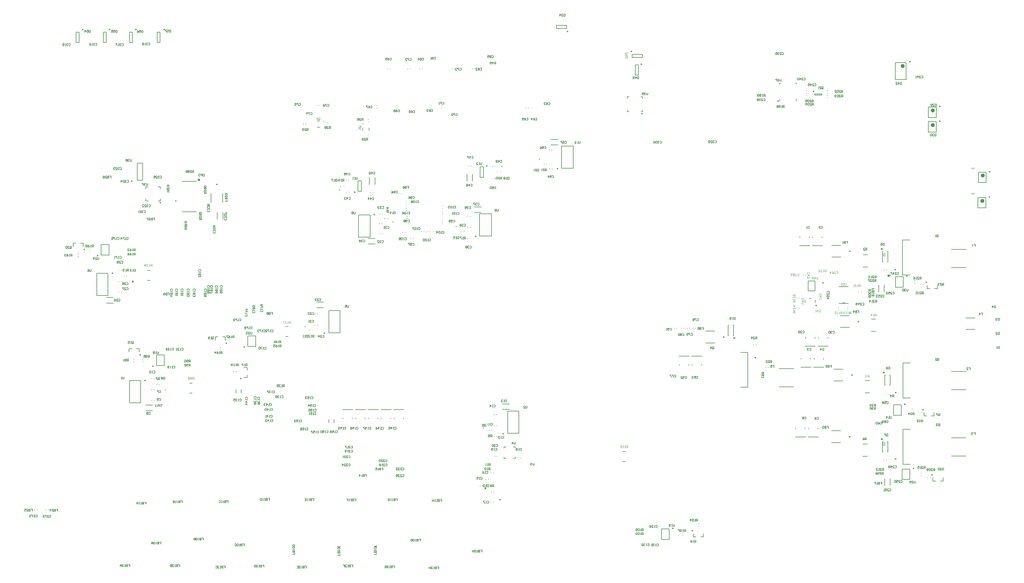
<source format=gbo>
G04*
G04 #@! TF.GenerationSoftware,Altium Limited,Altium Designer,20.2.6 (244)*
G04*
G04 Layer_Color=32896*
%FSLAX25Y25*%
%MOIN*%
G70*
G04*
G04 #@! TF.SameCoordinates,7BFF7E2D-F564-4378-804B-9DD5228BFDDE*
G04*
G04*
G04 #@! TF.FilePolarity,Positive*
G04*
G01*
G75*
%ADD10C,0.00984*%
%ADD12C,0.00787*%
%ADD13C,0.00600*%
%ADD14C,0.01000*%
%ADD16C,0.02362*%
%ADD21C,0.00500*%
%ADD27C,0.00236*%
%ADD28C,0.00400*%
%ADD248C,0.01500*%
%ADD402C,0.00394*%
%ADD403C,0.00591*%
G36*
X186742Y591197D02*
X185742D01*
Y589697D01*
X186742D01*
Y591197D01*
D02*
G37*
G36*
X1119081Y599503D02*
X1119120Y599501D01*
X1119157Y599494D01*
X1119192Y599487D01*
X1119224Y599478D01*
X1119254Y599469D01*
X1119282Y599457D01*
X1119307Y599445D01*
X1119331Y599434D01*
X1119349Y599422D01*
X1119365Y599413D01*
X1119379Y599404D01*
X1119391Y599397D01*
X1119398Y599390D01*
X1119402Y599388D01*
X1119405Y599385D01*
X1119428Y599362D01*
X1119448Y599337D01*
X1119469Y599309D01*
X1119485Y599281D01*
X1119513Y599226D01*
X1119532Y599170D01*
X1119538Y599145D01*
X1119545Y599120D01*
X1119550Y599099D01*
X1119555Y599080D01*
X1119557Y599064D01*
Y599053D01*
X1119559Y599046D01*
Y599044D01*
X1119358Y599023D01*
X1119354Y599076D01*
X1119344Y599122D01*
X1119331Y599164D01*
X1119314Y599196D01*
X1119300Y599224D01*
X1119287Y599242D01*
X1119277Y599254D01*
X1119273Y599258D01*
X1119238Y599286D01*
X1119201Y599307D01*
X1119162Y599323D01*
X1119127Y599332D01*
X1119095Y599339D01*
X1119067Y599341D01*
X1119058Y599344D01*
X1119044D01*
X1118996Y599341D01*
X1118952Y599332D01*
X1118915Y599318D01*
X1118882Y599304D01*
X1118857Y599288D01*
X1118841Y599277D01*
X1118829Y599267D01*
X1118825Y599263D01*
X1118797Y599231D01*
X1118776Y599198D01*
X1118760Y599166D01*
X1118751Y599133D01*
X1118744Y599108D01*
X1118742Y599085D01*
X1118739Y599071D01*
Y599069D01*
Y599067D01*
X1118744Y599025D01*
X1118753Y598981D01*
X1118769Y598942D01*
X1118785Y598905D01*
X1118804Y598875D01*
X1118820Y598849D01*
X1118825Y598840D01*
X1118829Y598833D01*
X1118834Y598831D01*
Y598829D01*
X1118852Y598803D01*
X1118876Y598778D01*
X1118901Y598750D01*
X1118929Y598722D01*
X1118986Y598667D01*
X1119044Y598611D01*
X1119074Y598586D01*
X1119100Y598563D01*
X1119125Y598542D01*
X1119146Y598524D01*
X1119162Y598510D01*
X1119176Y598498D01*
X1119185Y598491D01*
X1119187Y598489D01*
X1119245Y598441D01*
X1119298Y598394D01*
X1119342Y598353D01*
X1119377Y598318D01*
X1119407Y598288D01*
X1119428Y598267D01*
X1119439Y598253D01*
X1119444Y598251D01*
Y598249D01*
X1119476Y598209D01*
X1119501Y598173D01*
X1119525Y598136D01*
X1119543Y598103D01*
X1119557Y598076D01*
X1119566Y598055D01*
X1119571Y598041D01*
X1119573Y598039D01*
Y598036D01*
X1119582Y598011D01*
X1119587Y597988D01*
X1119592Y597965D01*
X1119594Y597944D01*
X1119596Y597925D01*
Y597912D01*
Y597902D01*
Y597900D01*
X1118536D01*
Y598089D01*
X1119324D01*
X1119296Y598129D01*
X1119282Y598145D01*
X1119271Y598161D01*
X1119259Y598175D01*
X1119250Y598184D01*
X1119243Y598191D01*
X1119240Y598193D01*
X1119229Y598205D01*
X1119215Y598216D01*
X1119183Y598246D01*
X1119146Y598281D01*
X1119106Y598316D01*
X1119069Y598346D01*
X1119053Y598360D01*
X1119040Y598374D01*
X1119028Y598383D01*
X1119019Y598390D01*
X1119014Y598394D01*
X1119012Y598397D01*
X1118975Y598429D01*
X1118938Y598459D01*
X1118906Y598489D01*
X1118876Y598515D01*
X1118848Y598540D01*
X1118825Y598563D01*
X1118801Y598584D01*
X1118783Y598602D01*
X1118765Y598621D01*
X1118751Y598635D01*
X1118739Y598646D01*
X1118728Y598658D01*
X1118716Y598671D01*
X1118711Y598676D01*
X1118679Y598715D01*
X1118651Y598750D01*
X1118628Y598785D01*
X1118610Y598812D01*
X1118596Y598838D01*
X1118587Y598856D01*
X1118582Y598868D01*
X1118580Y598873D01*
X1118566Y598907D01*
X1118557Y598942D01*
X1118548Y598974D01*
X1118543Y599002D01*
X1118540Y599027D01*
X1118538Y599046D01*
Y599057D01*
Y599062D01*
X1118540Y599097D01*
X1118545Y599129D01*
X1118550Y599161D01*
X1118559Y599189D01*
X1118582Y599244D01*
X1118605Y599288D01*
X1118619Y599309D01*
X1118631Y599325D01*
X1118642Y599341D01*
X1118654Y599353D01*
X1118663Y599362D01*
X1118668Y599371D01*
X1118672Y599374D01*
X1118674Y599376D01*
X1118700Y599399D01*
X1118728Y599420D01*
X1118758Y599436D01*
X1118788Y599450D01*
X1118848Y599473D01*
X1118908Y599489D01*
X1118933Y599494D01*
X1118959Y599499D01*
X1118982Y599501D01*
X1119000Y599503D01*
X1119016Y599506D01*
X1119040D01*
X1119081Y599503D01*
D02*
G37*
G36*
X1121100Y597900D02*
X1120525D01*
X1120472Y597902D01*
X1120423Y597905D01*
X1120379Y597909D01*
X1120342Y597914D01*
X1120310Y597919D01*
X1120287Y597921D01*
X1120280Y597923D01*
X1120273Y597925D01*
X1120268D01*
X1120227Y597937D01*
X1120190Y597951D01*
X1120158Y597962D01*
X1120130Y597976D01*
X1120107Y597988D01*
X1120090Y597997D01*
X1120081Y598004D01*
X1120077Y598006D01*
X1120047Y598027D01*
X1120021Y598053D01*
X1119996Y598076D01*
X1119975Y598099D01*
X1119957Y598119D01*
X1119943Y598136D01*
X1119934Y598147D01*
X1119931Y598152D01*
X1119908Y598189D01*
X1119885Y598228D01*
X1119866Y598265D01*
X1119853Y598302D01*
X1119839Y598334D01*
X1119829Y598360D01*
X1119827Y598369D01*
X1119825Y598376D01*
X1119823Y598381D01*
Y598383D01*
X1119809Y598438D01*
X1119797Y598494D01*
X1119790Y598547D01*
X1119783Y598598D01*
X1119781Y598641D01*
Y598660D01*
X1119779Y598676D01*
Y598688D01*
Y598699D01*
Y598704D01*
Y598706D01*
X1119781Y598785D01*
X1119788Y598856D01*
X1119800Y598921D01*
X1119804Y598951D01*
X1119811Y598977D01*
X1119818Y599002D01*
X1119823Y599023D01*
X1119827Y599041D01*
X1119834Y599057D01*
X1119836Y599071D01*
X1119841Y599080D01*
X1119843Y599085D01*
Y599087D01*
X1119869Y599147D01*
X1119899Y599200D01*
X1119931Y599247D01*
X1119961Y599286D01*
X1119989Y599318D01*
X1120012Y599341D01*
X1120021Y599348D01*
X1120028Y599355D01*
X1120030Y599358D01*
X1120033Y599360D01*
X1120070Y599390D01*
X1120109Y599413D01*
X1120148Y599434D01*
X1120185Y599450D01*
X1120218Y599462D01*
X1120243Y599469D01*
X1120252Y599473D01*
X1120259D01*
X1120264Y599475D01*
X1120266D01*
X1120305Y599482D01*
X1120352Y599489D01*
X1120398Y599494D01*
X1120444Y599496D01*
X1120485Y599499D01*
X1121100D01*
Y597900D01*
D02*
G37*
G36*
X1117843Y599503D02*
X1117880Y599501D01*
X1117945Y599487D01*
X1117975Y599478D01*
X1118002Y599469D01*
X1118028Y599457D01*
X1118051Y599445D01*
X1118069Y599434D01*
X1118088Y599422D01*
X1118104Y599413D01*
X1118116Y599404D01*
X1118125Y599397D01*
X1118132Y599390D01*
X1118136Y599388D01*
X1118139Y599385D01*
X1118159Y599362D01*
X1118180Y599339D01*
X1118196Y599314D01*
X1118210Y599288D01*
X1118233Y599240D01*
X1118247Y599194D01*
X1118256Y599154D01*
X1118259Y599136D01*
X1118261Y599122D01*
X1118263Y599108D01*
Y599099D01*
Y599094D01*
Y599092D01*
X1118261Y599050D01*
X1118254Y599011D01*
X1118245Y598977D01*
X1118233Y598946D01*
X1118224Y598923D01*
X1118215Y598905D01*
X1118208Y598896D01*
X1118206Y598891D01*
X1118180Y598863D01*
X1118152Y598838D01*
X1118122Y598815D01*
X1118092Y598796D01*
X1118065Y598782D01*
X1118044Y598773D01*
X1118035Y598769D01*
X1118028Y598766D01*
X1118025Y598764D01*
X1118023D01*
X1118076Y598748D01*
X1118120Y598727D01*
X1118159Y598702D01*
X1118192Y598678D01*
X1118217Y598655D01*
X1118236Y598637D01*
X1118245Y598625D01*
X1118250Y598623D01*
Y598621D01*
X1118275Y598579D01*
X1118296Y598535D01*
X1118309Y598494D01*
X1118319Y598452D01*
X1118323Y598415D01*
X1118326Y598399D01*
Y598385D01*
X1118328Y598376D01*
Y598367D01*
Y598362D01*
Y598360D01*
X1118326Y598323D01*
X1118321Y598286D01*
X1118314Y598251D01*
X1118305Y598216D01*
X1118282Y598159D01*
X1118270Y598131D01*
X1118256Y598108D01*
X1118242Y598085D01*
X1118231Y598066D01*
X1118217Y598050D01*
X1118208Y598036D01*
X1118199Y598025D01*
X1118192Y598018D01*
X1118187Y598013D01*
X1118185Y598011D01*
X1118157Y597986D01*
X1118127Y597965D01*
X1118095Y597946D01*
X1118062Y597930D01*
X1118032Y597919D01*
X1118000Y597907D01*
X1117938Y597891D01*
X1117910Y597884D01*
X1117885Y597879D01*
X1117861Y597877D01*
X1117841Y597875D01*
X1117824Y597872D01*
X1117801D01*
X1117757Y597875D01*
X1117718Y597879D01*
X1117679Y597886D01*
X1117642Y597893D01*
X1117610Y597905D01*
X1117577Y597916D01*
X1117547Y597928D01*
X1117522Y597942D01*
X1117499Y597955D01*
X1117478Y597967D01*
X1117462Y597978D01*
X1117446Y597990D01*
X1117434Y597997D01*
X1117427Y598004D01*
X1117422Y598009D01*
X1117420Y598011D01*
X1117395Y598039D01*
X1117372Y598066D01*
X1117353Y598094D01*
X1117337Y598124D01*
X1117321Y598152D01*
X1117309Y598182D01*
X1117293Y598235D01*
X1117286Y598260D01*
X1117282Y598283D01*
X1117279Y598304D01*
X1117277Y598320D01*
X1117275Y598334D01*
Y598346D01*
Y598353D01*
Y598355D01*
X1117277Y598408D01*
X1117286Y598457D01*
X1117300Y598501D01*
X1117314Y598538D01*
X1117328Y598568D01*
X1117342Y598591D01*
X1117351Y598605D01*
X1117353Y598607D01*
Y598609D01*
X1117385Y598646D01*
X1117420Y598678D01*
X1117457Y598704D01*
X1117492Y598727D01*
X1117524Y598743D01*
X1117552Y598755D01*
X1117561Y598759D01*
X1117568Y598762D01*
X1117573Y598764D01*
X1117575D01*
X1117533Y598782D01*
X1117499Y598803D01*
X1117469Y598824D01*
X1117443Y598845D01*
X1117425Y598863D01*
X1117411Y598877D01*
X1117402Y598886D01*
X1117399Y598891D01*
X1117379Y598923D01*
X1117365Y598956D01*
X1117353Y598988D01*
X1117346Y599020D01*
X1117342Y599046D01*
X1117339Y599067D01*
Y599080D01*
Y599083D01*
Y599085D01*
X1117342Y599117D01*
X1117344Y599147D01*
X1117360Y599205D01*
X1117381Y599256D01*
X1117404Y599300D01*
X1117427Y599334D01*
X1117439Y599348D01*
X1117448Y599362D01*
X1117457Y599371D01*
X1117464Y599378D01*
X1117466Y599381D01*
X1117469Y599383D01*
X1117494Y599404D01*
X1117519Y599425D01*
X1117547Y599441D01*
X1117575Y599455D01*
X1117630Y599475D01*
X1117686Y599489D01*
X1117709Y599496D01*
X1117732Y599499D01*
X1117753Y599501D01*
X1117771Y599503D01*
X1117785Y599506D01*
X1117806D01*
X1117843Y599503D01*
D02*
G37*
G36*
X1119581Y629203D02*
X1119620Y629201D01*
X1119657Y629194D01*
X1119692Y629187D01*
X1119724Y629178D01*
X1119754Y629169D01*
X1119782Y629157D01*
X1119807Y629145D01*
X1119831Y629134D01*
X1119849Y629122D01*
X1119865Y629113D01*
X1119879Y629104D01*
X1119891Y629097D01*
X1119897Y629090D01*
X1119902Y629088D01*
X1119905Y629085D01*
X1119928Y629062D01*
X1119948Y629037D01*
X1119969Y629009D01*
X1119985Y628981D01*
X1120013Y628926D01*
X1120032Y628870D01*
X1120038Y628845D01*
X1120045Y628820D01*
X1120050Y628799D01*
X1120055Y628780D01*
X1120057Y628764D01*
Y628753D01*
X1120059Y628746D01*
Y628744D01*
X1119858Y628723D01*
X1119854Y628776D01*
X1119844Y628822D01*
X1119831Y628864D01*
X1119814Y628896D01*
X1119800Y628924D01*
X1119787Y628942D01*
X1119777Y628954D01*
X1119773Y628958D01*
X1119738Y628986D01*
X1119701Y629007D01*
X1119662Y629023D01*
X1119627Y629032D01*
X1119595Y629039D01*
X1119567Y629041D01*
X1119558Y629044D01*
X1119544D01*
X1119496Y629041D01*
X1119452Y629032D01*
X1119415Y629018D01*
X1119382Y629004D01*
X1119357Y628988D01*
X1119341Y628977D01*
X1119329Y628968D01*
X1119325Y628963D01*
X1119297Y628931D01*
X1119276Y628898D01*
X1119260Y628866D01*
X1119251Y628833D01*
X1119244Y628808D01*
X1119242Y628785D01*
X1119239Y628771D01*
Y628769D01*
Y628767D01*
X1119244Y628725D01*
X1119253Y628681D01*
X1119269Y628642D01*
X1119285Y628605D01*
X1119304Y628575D01*
X1119320Y628549D01*
X1119325Y628540D01*
X1119329Y628533D01*
X1119334Y628531D01*
Y628529D01*
X1119352Y628503D01*
X1119376Y628478D01*
X1119401Y628450D01*
X1119429Y628422D01*
X1119486Y628367D01*
X1119544Y628311D01*
X1119574Y628286D01*
X1119600Y628263D01*
X1119625Y628242D01*
X1119646Y628224D01*
X1119662Y628210D01*
X1119676Y628198D01*
X1119685Y628191D01*
X1119687Y628189D01*
X1119745Y628140D01*
X1119798Y628094D01*
X1119842Y628053D01*
X1119877Y628018D01*
X1119907Y627988D01*
X1119928Y627967D01*
X1119939Y627953D01*
X1119944Y627951D01*
Y627949D01*
X1119976Y627910D01*
X1120002Y627873D01*
X1120025Y627836D01*
X1120043Y627803D01*
X1120057Y627776D01*
X1120066Y627755D01*
X1120071Y627741D01*
X1120073Y627739D01*
Y627736D01*
X1120082Y627711D01*
X1120087Y627688D01*
X1120092Y627665D01*
X1120094Y627644D01*
X1120096Y627625D01*
Y627611D01*
Y627602D01*
Y627600D01*
X1119036D01*
Y627789D01*
X1119824D01*
X1119796Y627829D01*
X1119782Y627845D01*
X1119771Y627861D01*
X1119759Y627875D01*
X1119750Y627884D01*
X1119743Y627891D01*
X1119740Y627893D01*
X1119729Y627905D01*
X1119715Y627916D01*
X1119683Y627947D01*
X1119646Y627981D01*
X1119606Y628016D01*
X1119569Y628046D01*
X1119553Y628060D01*
X1119540Y628074D01*
X1119528Y628083D01*
X1119519Y628090D01*
X1119514Y628094D01*
X1119512Y628097D01*
X1119475Y628129D01*
X1119438Y628159D01*
X1119405Y628189D01*
X1119376Y628215D01*
X1119348Y628240D01*
X1119325Y628263D01*
X1119302Y628284D01*
X1119283Y628302D01*
X1119265Y628321D01*
X1119251Y628335D01*
X1119239Y628346D01*
X1119228Y628358D01*
X1119216Y628371D01*
X1119211Y628376D01*
X1119179Y628415D01*
X1119151Y628450D01*
X1119128Y628485D01*
X1119110Y628512D01*
X1119096Y628538D01*
X1119087Y628556D01*
X1119082Y628568D01*
X1119080Y628573D01*
X1119066Y628607D01*
X1119057Y628642D01*
X1119048Y628674D01*
X1119043Y628702D01*
X1119040Y628727D01*
X1119038Y628746D01*
Y628757D01*
Y628762D01*
X1119040Y628797D01*
X1119045Y628829D01*
X1119050Y628861D01*
X1119059Y628889D01*
X1119082Y628944D01*
X1119105Y628988D01*
X1119119Y629009D01*
X1119131Y629025D01*
X1119142Y629041D01*
X1119154Y629053D01*
X1119163Y629062D01*
X1119168Y629072D01*
X1119172Y629074D01*
X1119174Y629076D01*
X1119200Y629099D01*
X1119228Y629120D01*
X1119258Y629136D01*
X1119288Y629150D01*
X1119348Y629173D01*
X1119408Y629189D01*
X1119433Y629194D01*
X1119459Y629199D01*
X1119482Y629201D01*
X1119500Y629203D01*
X1119516Y629206D01*
X1119540D01*
X1119581Y629203D01*
D02*
G37*
G36*
X1118791Y628355D02*
X1118606Y628330D01*
X1118590Y628355D01*
X1118569Y628376D01*
X1118551Y628397D01*
X1118532Y628413D01*
X1118514Y628425D01*
X1118500Y628436D01*
X1118491Y628441D01*
X1118488Y628443D01*
X1118458Y628457D01*
X1118428Y628469D01*
X1118401Y628476D01*
X1118373Y628482D01*
X1118350Y628485D01*
X1118331Y628487D01*
X1118287D01*
X1118260Y628482D01*
X1118211Y628471D01*
X1118170Y628455D01*
X1118133Y628439D01*
X1118105Y628420D01*
X1118084Y628404D01*
X1118073Y628392D01*
X1118068Y628390D01*
Y628388D01*
X1118036Y628348D01*
X1118013Y628307D01*
X1117996Y628263D01*
X1117985Y628219D01*
X1117978Y628182D01*
X1117976Y628166D01*
Y628152D01*
X1117973Y628140D01*
Y628131D01*
Y628127D01*
Y628124D01*
Y628092D01*
X1117978Y628062D01*
X1117990Y628004D01*
X1118006Y627956D01*
X1118022Y627916D01*
X1118040Y627884D01*
X1118056Y627859D01*
X1118063Y627852D01*
X1118068Y627845D01*
X1118070Y627843D01*
X1118073Y627840D01*
X1118091Y627822D01*
X1118110Y627806D01*
X1118151Y627778D01*
X1118190Y627759D01*
X1118230Y627748D01*
X1118262Y627739D01*
X1118290Y627736D01*
X1118299Y627734D01*
X1118313D01*
X1118357Y627736D01*
X1118396Y627745D01*
X1118431Y627757D01*
X1118458Y627771D01*
X1118484Y627785D01*
X1118502Y627796D01*
X1118511Y627806D01*
X1118516Y627808D01*
X1118544Y627840D01*
X1118567Y627875D01*
X1118585Y627914D01*
X1118599Y627949D01*
X1118608Y627984D01*
X1118616Y628009D01*
X1118618Y628020D01*
X1118620Y628027D01*
Y628032D01*
Y628034D01*
X1118826Y628018D01*
X1118821Y627981D01*
X1118814Y627947D01*
X1118793Y627882D01*
X1118768Y627826D01*
X1118754Y627801D01*
X1118740Y627780D01*
X1118729Y627759D01*
X1118715Y627741D01*
X1118703Y627727D01*
X1118692Y627715D01*
X1118682Y627706D01*
X1118678Y627697D01*
X1118673Y627695D01*
X1118671Y627692D01*
X1118643Y627672D01*
X1118616Y627653D01*
X1118585Y627637D01*
X1118555Y627623D01*
X1118498Y627602D01*
X1118440Y627589D01*
X1118414Y627582D01*
X1118389Y627579D01*
X1118368Y627577D01*
X1118350Y627575D01*
X1118334Y627572D01*
X1118313D01*
X1118264Y627575D01*
X1118218Y627582D01*
X1118174Y627591D01*
X1118135Y627602D01*
X1118098Y627619D01*
X1118063Y627635D01*
X1118031Y627651D01*
X1118003Y627669D01*
X1117978Y627688D01*
X1117955Y627704D01*
X1117936Y627722D01*
X1117920Y627736D01*
X1117909Y627748D01*
X1117899Y627757D01*
X1117895Y627764D01*
X1117892Y627766D01*
X1117869Y627796D01*
X1117851Y627829D01*
X1117832Y627859D01*
X1117819Y627891D01*
X1117795Y627953D01*
X1117782Y628014D01*
X1117777Y628039D01*
X1117772Y628064D01*
X1117770Y628085D01*
X1117768Y628104D01*
X1117765Y628120D01*
Y628131D01*
Y628138D01*
Y628140D01*
X1117768Y628182D01*
X1117772Y628221D01*
X1117779Y628261D01*
X1117789Y628295D01*
X1117800Y628328D01*
X1117812Y628360D01*
X1117826Y628388D01*
X1117837Y628413D01*
X1117851Y628436D01*
X1117865Y628457D01*
X1117876Y628473D01*
X1117888Y628489D01*
X1117897Y628501D01*
X1117904Y628508D01*
X1117909Y628512D01*
X1117911Y628515D01*
X1117939Y628540D01*
X1117966Y628563D01*
X1117996Y628582D01*
X1118026Y628598D01*
X1118056Y628614D01*
X1118087Y628626D01*
X1118142Y628642D01*
X1118167Y628649D01*
X1118190Y628653D01*
X1118211Y628656D01*
X1118230Y628658D01*
X1118244Y628660D01*
X1118294D01*
X1118322Y628656D01*
X1118377Y628644D01*
X1118428Y628628D01*
X1118475Y628610D01*
X1118511Y628591D01*
X1118528Y628582D01*
X1118542Y628575D01*
X1118553Y628568D01*
X1118560Y628563D01*
X1118565Y628561D01*
X1118567Y628559D01*
X1118482Y628991D01*
X1117842D01*
Y629178D01*
X1118636D01*
X1118791Y628355D01*
D02*
G37*
G36*
X1121600Y627600D02*
X1121025D01*
X1120972Y627602D01*
X1120923Y627605D01*
X1120879Y627609D01*
X1120842Y627614D01*
X1120810Y627619D01*
X1120787Y627621D01*
X1120780Y627623D01*
X1120773Y627625D01*
X1120768D01*
X1120727Y627637D01*
X1120690Y627651D01*
X1120658Y627662D01*
X1120630Y627676D01*
X1120607Y627688D01*
X1120590Y627697D01*
X1120581Y627704D01*
X1120577Y627706D01*
X1120547Y627727D01*
X1120521Y627752D01*
X1120496Y627776D01*
X1120475Y627799D01*
X1120457Y627819D01*
X1120443Y627836D01*
X1120434Y627847D01*
X1120431Y627852D01*
X1120408Y627889D01*
X1120385Y627928D01*
X1120366Y627965D01*
X1120353Y628002D01*
X1120339Y628034D01*
X1120329Y628060D01*
X1120327Y628069D01*
X1120325Y628076D01*
X1120323Y628081D01*
Y628083D01*
X1120309Y628138D01*
X1120297Y628194D01*
X1120290Y628247D01*
X1120283Y628298D01*
X1120281Y628341D01*
Y628360D01*
X1120279Y628376D01*
Y628388D01*
Y628399D01*
Y628404D01*
Y628406D01*
X1120281Y628485D01*
X1120288Y628556D01*
X1120300Y628621D01*
X1120304Y628651D01*
X1120311Y628677D01*
X1120318Y628702D01*
X1120323Y628723D01*
X1120327Y628741D01*
X1120334Y628757D01*
X1120336Y628771D01*
X1120341Y628780D01*
X1120343Y628785D01*
Y628787D01*
X1120369Y628847D01*
X1120399Y628900D01*
X1120431Y628947D01*
X1120461Y628986D01*
X1120489Y629018D01*
X1120512Y629041D01*
X1120521Y629048D01*
X1120528Y629055D01*
X1120531Y629058D01*
X1120533Y629060D01*
X1120570Y629090D01*
X1120609Y629113D01*
X1120648Y629134D01*
X1120685Y629150D01*
X1120718Y629162D01*
X1120743Y629169D01*
X1120752Y629173D01*
X1120759D01*
X1120764Y629175D01*
X1120766D01*
X1120805Y629182D01*
X1120852Y629189D01*
X1120898Y629194D01*
X1120944Y629196D01*
X1120986Y629199D01*
X1121600D01*
Y627600D01*
D02*
G37*
%LPC*%
G36*
X1120887Y599309D02*
X1120518D01*
X1120488Y599307D01*
X1120458D01*
X1120430Y599304D01*
X1120384Y599298D01*
X1120347Y599293D01*
X1120317Y599286D01*
X1120296Y599279D01*
X1120285Y599277D01*
X1120280Y599274D01*
X1120238Y599254D01*
X1120199Y599228D01*
X1120164Y599198D01*
X1120134Y599168D01*
X1120111Y599141D01*
X1120093Y599117D01*
X1120088Y599108D01*
X1120084Y599101D01*
X1120079Y599097D01*
Y599094D01*
X1120065Y599069D01*
X1120051Y599039D01*
X1120030Y598979D01*
X1120017Y598914D01*
X1120005Y598852D01*
X1120003Y598824D01*
X1120000Y598796D01*
X1119998Y598773D01*
Y598752D01*
X1119996Y598734D01*
Y598722D01*
Y598713D01*
Y598711D01*
X1119998Y598646D01*
X1120003Y598586D01*
X1120010Y598533D01*
X1120017Y598487D01*
X1120021Y598468D01*
X1120026Y598452D01*
X1120030Y598436D01*
X1120033Y598424D01*
X1120035Y598415D01*
X1120037Y598408D01*
X1120040Y598404D01*
Y598401D01*
X1120056Y598357D01*
X1120074Y598318D01*
X1120095Y598283D01*
X1120114Y598253D01*
X1120130Y598230D01*
X1120144Y598214D01*
X1120153Y598205D01*
X1120155Y598200D01*
X1120178Y598182D01*
X1120201Y598166D01*
X1120224Y598152D01*
X1120248Y598138D01*
X1120268Y598129D01*
X1120285Y598122D01*
X1120296Y598119D01*
X1120301Y598117D01*
X1120335Y598108D01*
X1120377Y598101D01*
X1120418Y598096D01*
X1120458Y598094D01*
X1120492Y598092D01*
X1120509Y598089D01*
X1120887D01*
Y599309D01*
D02*
G37*
G36*
X1117820Y599344D02*
X1117801D01*
X1117762Y599341D01*
X1117725Y599332D01*
X1117695Y599321D01*
X1117667Y599307D01*
X1117647Y599293D01*
X1117630Y599281D01*
X1117619Y599272D01*
X1117616Y599270D01*
X1117591Y599240D01*
X1117573Y599210D01*
X1117559Y599180D01*
X1117550Y599152D01*
X1117545Y599127D01*
X1117540Y599106D01*
Y599092D01*
Y599090D01*
Y599087D01*
X1117543Y599050D01*
X1117552Y599016D01*
X1117563Y598986D01*
X1117577Y598960D01*
X1117591Y598940D01*
X1117603Y598926D01*
X1117612Y598914D01*
X1117614Y598912D01*
X1117642Y598889D01*
X1117674Y598870D01*
X1117704Y598859D01*
X1117734Y598849D01*
X1117762Y598845D01*
X1117783Y598842D01*
X1117797Y598840D01*
X1117801D01*
X1117843Y598842D01*
X1117880Y598852D01*
X1117912Y598863D01*
X1117940Y598877D01*
X1117961Y598889D01*
X1117977Y598900D01*
X1117988Y598910D01*
X1117991Y598912D01*
X1118014Y598940D01*
X1118032Y598972D01*
X1118044Y599002D01*
X1118053Y599032D01*
X1118058Y599057D01*
X1118060Y599078D01*
X1118062Y599092D01*
Y599094D01*
Y599097D01*
X1118060Y599133D01*
X1118051Y599166D01*
X1118039Y599196D01*
X1118025Y599221D01*
X1118014Y599242D01*
X1118002Y599258D01*
X1117993Y599267D01*
X1117991Y599270D01*
X1117961Y599295D01*
X1117931Y599314D01*
X1117898Y599325D01*
X1117868Y599334D01*
X1117841Y599339D01*
X1117820Y599344D01*
D02*
G37*
G36*
X1117822Y598681D02*
X1117808D01*
X1117757Y598676D01*
X1117711Y598667D01*
X1117670Y598651D01*
X1117635Y598635D01*
X1117607Y598616D01*
X1117587Y598600D01*
X1117575Y598591D01*
X1117570Y598586D01*
X1117538Y598549D01*
X1117515Y598510D01*
X1117499Y598471D01*
X1117487Y598436D01*
X1117480Y598401D01*
X1117478Y598376D01*
X1117476Y598367D01*
Y598360D01*
Y598355D01*
Y598353D01*
X1117480Y598304D01*
X1117490Y598258D01*
X1117506Y598219D01*
X1117522Y598186D01*
X1117538Y598161D01*
X1117554Y598140D01*
X1117563Y598129D01*
X1117568Y598124D01*
X1117605Y598094D01*
X1117642Y598071D01*
X1117681Y598057D01*
X1117718Y598045D01*
X1117750Y598039D01*
X1117778Y598036D01*
X1117787Y598034D01*
X1117801D01*
X1117834Y598036D01*
X1117866Y598041D01*
X1117896Y598048D01*
X1117921Y598055D01*
X1117942Y598062D01*
X1117958Y598069D01*
X1117968Y598073D01*
X1117972Y598076D01*
X1118000Y598094D01*
X1118023Y598112D01*
X1118044Y598133D01*
X1118060Y598154D01*
X1118074Y598170D01*
X1118083Y598184D01*
X1118088Y598196D01*
X1118090Y598198D01*
X1118102Y598228D01*
X1118111Y598256D01*
X1118118Y598283D01*
X1118122Y598309D01*
X1118125Y598330D01*
X1118127Y598346D01*
Y598355D01*
Y598360D01*
X1118122Y598408D01*
X1118113Y598452D01*
X1118099Y598491D01*
X1118081Y598526D01*
X1118065Y598551D01*
X1118051Y598572D01*
X1118042Y598584D01*
X1118037Y598588D01*
X1118002Y598618D01*
X1117963Y598641D01*
X1117926Y598658D01*
X1117889Y598669D01*
X1117857Y598676D01*
X1117831Y598678D01*
X1117822Y598681D01*
D02*
G37*
G36*
X1121387Y629009D02*
X1121018D01*
X1120988Y629007D01*
X1120958D01*
X1120930Y629004D01*
X1120884Y628998D01*
X1120847Y628993D01*
X1120817Y628986D01*
X1120796Y628979D01*
X1120785Y628977D01*
X1120780Y628974D01*
X1120738Y628954D01*
X1120699Y628928D01*
X1120665Y628898D01*
X1120634Y628868D01*
X1120611Y628840D01*
X1120593Y628817D01*
X1120588Y628808D01*
X1120584Y628801D01*
X1120579Y628797D01*
Y628794D01*
X1120565Y628769D01*
X1120551Y628739D01*
X1120531Y628679D01*
X1120517Y628614D01*
X1120505Y628552D01*
X1120503Y628524D01*
X1120500Y628496D01*
X1120498Y628473D01*
Y628452D01*
X1120496Y628434D01*
Y628422D01*
Y628413D01*
Y628411D01*
X1120498Y628346D01*
X1120503Y628286D01*
X1120510Y628233D01*
X1120517Y628187D01*
X1120521Y628168D01*
X1120526Y628152D01*
X1120531Y628136D01*
X1120533Y628124D01*
X1120535Y628115D01*
X1120537Y628108D01*
X1120540Y628104D01*
Y628101D01*
X1120556Y628057D01*
X1120574Y628018D01*
X1120595Y627984D01*
X1120614Y627953D01*
X1120630Y627930D01*
X1120644Y627914D01*
X1120653Y627905D01*
X1120655Y627900D01*
X1120678Y627882D01*
X1120701Y627866D01*
X1120724Y627852D01*
X1120748Y627838D01*
X1120768Y627829D01*
X1120785Y627822D01*
X1120796Y627819D01*
X1120801Y627817D01*
X1120835Y627808D01*
X1120877Y627801D01*
X1120918Y627796D01*
X1120958Y627794D01*
X1120992Y627792D01*
X1121009Y627789D01*
X1121387D01*
Y629009D01*
D02*
G37*
%LPD*%
D10*
X936383Y467856D02*
G03*
X936383Y467856I-492J0D01*
G01*
X944376Y494539D02*
G03*
X944376Y494539I-492J0D01*
G01*
X1139552Y624593D02*
G03*
X1139552Y624593I-492J0D01*
G01*
X1139052Y594893D02*
G03*
X1139052Y594893I-492J0D01*
G01*
X720102Y765315D02*
G03*
X720102Y765315I-492J0D01*
G01*
X234892Y609745D02*
G03*
X234892Y609745I-492J0D01*
G01*
X1081071Y683663D02*
G03*
X1081071Y683663I-492J0D01*
G01*
Y700807D02*
G03*
X1081071Y700807I-492J0D01*
G01*
X1029386Y365938D02*
G03*
X1029386Y365938I-492J0D01*
G01*
X865089Y406802D02*
G03*
X865089Y406802I-492J0D01*
G01*
X1028726Y509786D02*
G03*
X1028726Y509786I-492J0D01*
G01*
X1065222Y495071D02*
G03*
X1065222Y495071I-492J0D01*
G01*
X1029386Y288244D02*
G03*
X1029386Y288244I-492J0D01*
G01*
X566306Y240497D02*
G03*
X566306Y240497I-492J0D01*
G01*
X732406Y692381D02*
G03*
X732406Y692381I-492J0D01*
G01*
X891759Y707050D02*
G03*
X891759Y707050I-492J0D01*
G01*
X1046052Y753368D02*
G03*
X1046052Y753368I-492J0D01*
G01*
X975780Y531355D02*
G03*
X975780Y531355I-492J0D01*
G01*
X975632Y314233D02*
G03*
X975632Y314233I-492J0D01*
G01*
X828113Y430924D02*
G03*
X828113Y430924I-492J0D01*
G01*
X1042486Y502233D02*
G03*
X1042486Y502233I-492J0D01*
G01*
X645265Y788711D02*
G03*
X645265Y788711I-492J0D01*
G01*
X396249Y600642D02*
G03*
X396249Y600642I-492J0D01*
G01*
X419064Y574257D02*
G03*
X419064Y574257I-492J0D01*
G01*
X150765Y380097D02*
G03*
X150765Y380097I-492J0D01*
G01*
X112533Y505757D02*
G03*
X112533Y505757I-492J0D01*
G01*
X77682Y791067D02*
G03*
X77682Y791067I-492J0D01*
G01*
X109257Y791104D02*
G03*
X109257Y791104I-492J0D01*
G01*
X140034Y791104D02*
G03*
X140034Y791104I-492J0D01*
G01*
X173097Y791177D02*
G03*
X173097Y791177I-492J0D01*
G01*
X768590Y207021D02*
G03*
X768590Y207021I-492J0D01*
G01*
X791363Y204159D02*
G03*
X791363Y204159I-492J0D01*
G01*
X633646Y628077D02*
G03*
X633646Y628077I-492J0D01*
G01*
X933255Y718632D02*
G03*
X933255Y718632I-492J0D01*
G01*
X135177Y613524D02*
G03*
X135177Y613524I-492J0D01*
G01*
X985937Y449000D02*
G03*
X985937Y449000I-492J0D01*
G01*
X978387Y386350D02*
G03*
X978387Y386350I-492J0D01*
G01*
X1071873Y269682D02*
G03*
X1071873Y269682I-492J0D01*
G01*
X1061408Y345936D02*
G03*
X1061408Y345936I-492J0D01*
G01*
X1040219Y352287D02*
G03*
X1040219Y352287I-492J0D01*
G01*
X1050341Y277171D02*
G03*
X1050341Y277171I-492J0D01*
G01*
X360592Y435490D02*
G03*
X360592Y435490I-492J0D01*
G01*
X569971Y317803D02*
G03*
X569971Y317803I-492J0D01*
G01*
X537804Y548744D02*
G03*
X537804Y548744I-492J0D01*
G01*
X550727Y631293D02*
G03*
X550727Y631293I-492J0D01*
G01*
X262808Y382291D02*
G03*
X262808Y382291I-492J0D01*
G01*
X79647Y533381D02*
G03*
X79647Y533381I-492J0D01*
G01*
X95233Y526181D02*
G03*
X95233Y526181I-492J0D01*
G01*
X245868Y423683D02*
G03*
X245868Y423683I-492J0D01*
G01*
X266886Y419232D02*
G03*
X266886Y419232I-492J0D01*
G01*
X145098Y410001D02*
G03*
X145098Y410001I-492J0D01*
G01*
X160182Y396793D02*
G03*
X160182Y396793I-492J0D01*
G01*
X731736Y750394D02*
G03*
X731736Y750394I-492J0D01*
G01*
D12*
X915829Y476403D02*
Y476797D01*
X913073Y476403D02*
Y476797D01*
X915829Y464803D02*
Y465197D01*
X913073Y464803D02*
Y465197D01*
X922851Y471440D02*
Y474393D01*
X927772Y476362D02*
X929938D01*
X934859Y471440D02*
Y474393D01*
X972203Y465278D02*
X972597D01*
X972203Y462522D02*
X972597D01*
X961703Y465278D02*
X962097D01*
X961703Y462522D02*
X962097D01*
X988678Y483903D02*
Y484297D01*
X985922Y483903D02*
Y484297D01*
X934337Y484795D02*
Y496605D01*
X926463Y484795D02*
X934337D01*
X926463D02*
Y496605D01*
X934337D01*
X920932Y503603D02*
Y503997D01*
X923884Y503603D02*
Y503997D01*
X1125772Y611798D02*
X1134828D01*
X1125772Y624002D02*
X1134828D01*
X1125772Y611798D02*
Y624002D01*
X1134828Y611798D02*
Y624002D01*
X1125272Y582098D02*
X1134328D01*
X1125272Y594302D02*
X1134328D01*
X1125272Y582098D02*
Y594302D01*
X1134328Y582098D02*
Y594302D01*
X1111085Y453213D02*
X1121715D01*
X1111085Y439787D02*
X1121715D01*
X720398Y758228D02*
Y761772D01*
X732602Y758228D02*
Y761772D01*
X720398D02*
X732602D01*
X720398Y758228D02*
X732602D01*
X335863Y680360D02*
Y680754D01*
X338619Y680360D02*
Y680754D01*
X241348Y568748D02*
Y576852D01*
X234852Y568748D02*
Y576852D01*
X241290Y588485D02*
Y599115D01*
X227510Y588485D02*
Y599115D01*
X562463Y624468D02*
Y624861D01*
X566007Y624468D02*
Y624861D01*
X379535Y606827D02*
Y607221D01*
X383078Y606827D02*
Y607221D01*
X523659Y554219D02*
Y554613D01*
X520115Y554219D02*
Y554613D01*
X430898Y569372D02*
Y569765D01*
X434442Y569372D02*
Y569765D01*
X623603Y650014D02*
Y650408D01*
X626556Y650014D02*
Y650408D01*
X1067292Y670867D02*
X1076347D01*
X1067292Y683072D02*
X1076347D01*
X1067292Y670867D02*
Y683072D01*
X1076347Y670867D02*
Y683072D01*
X1067292Y688012D02*
X1076347D01*
X1067292Y700216D02*
X1076347D01*
X1067292Y688012D02*
Y700216D01*
X1076347Y688012D02*
Y700216D01*
X596247Y698992D02*
Y699385D01*
X599199Y698992D02*
Y699385D01*
X351744Y702317D02*
Y702711D01*
X354697Y702317D02*
Y702711D01*
X498374Y574285D02*
X498768D01*
X498374Y577238D02*
X498768D01*
X1037555Y400643D02*
X1046020D01*
X1037555Y359698D02*
Y400643D01*
Y359698D02*
X1046020D01*
X847471Y372098D02*
X855936D01*
Y413042D01*
X847471D02*
X855936D01*
X1036896Y544491D02*
X1045360D01*
X1036896Y503546D02*
Y544491D01*
Y503546D02*
X1045360D01*
X1074573Y487689D02*
X1077722D01*
Y491627D01*
X1065911Y487689D02*
X1069061D01*
X1065911D02*
Y491627D01*
X1037555Y322949D02*
X1046020D01*
X1037555Y282004D02*
Y322949D01*
Y282004D02*
X1046020D01*
X128497Y502073D02*
Y502467D01*
X125741Y502073D02*
Y502467D01*
X916896Y547217D02*
Y548398D01*
X927920Y547217D02*
Y548398D01*
X918224Y405098D02*
Y406280D01*
X929248Y405098D02*
Y406280D01*
X911927Y323445D02*
Y324626D01*
X922950Y323445D02*
Y324626D01*
X786764Y397819D02*
Y399000D01*
X775740Y397819D02*
Y399000D01*
X422873Y335188D02*
Y336369D01*
X411849Y335188D02*
Y336369D01*
X452828Y335188D02*
Y336369D01*
X441804Y335188D02*
Y336369D01*
X931955Y547173D02*
Y548354D01*
X942979Y547173D02*
Y548354D01*
X933342Y405004D02*
Y406185D01*
X944365Y405004D02*
Y406185D01*
X927045Y323445D02*
Y324626D01*
X938068Y323445D02*
Y324626D01*
X392918Y335188D02*
Y336369D01*
X381895Y335188D02*
Y336369D01*
X407896Y335188D02*
Y336369D01*
X396872Y335188D02*
Y336369D01*
X801634Y397819D02*
Y399000D01*
X790610Y397819D02*
Y399000D01*
X437850Y335188D02*
Y336369D01*
X426827Y335188D02*
Y336369D01*
X923343Y429640D02*
Y430822D01*
X934367Y429640D02*
Y430822D01*
X938438Y429523D02*
Y430704D01*
X949461Y429523D02*
Y430704D01*
X892471Y393840D02*
X909597D01*
X892471Y372422D02*
X909597D01*
X568630Y346113D02*
X576734D01*
X568630Y352609D02*
X576734D01*
X714984Y694940D02*
Y696712D01*
Y694940D02*
X716756D01*
X714984Y710688D02*
Y712460D01*
X716756D01*
X730732D02*
X732504D01*
Y710688D02*
Y712460D01*
Y694940D02*
Y696712D01*
X730732Y694940D02*
X732504D01*
X892906Y728307D02*
X893850D01*
X892906Y727362D02*
Y728307D01*
X911961D02*
X912906D01*
Y727362D02*
Y728307D01*
Y708307D02*
Y709252D01*
X911961Y708307D02*
X912906D01*
X892906D02*
X893850D01*
X892906D02*
Y709252D01*
X1028533Y732581D02*
X1041131D01*
X1028533Y752266D02*
X1041131D01*
X1028533Y732581D02*
Y752266D01*
X1041131Y732581D02*
Y752266D01*
X34218Y228532D02*
Y228925D01*
X37171Y228532D02*
Y228925D01*
X20963Y228532D02*
Y228925D01*
X23916Y228532D02*
Y228925D01*
X105191Y477154D02*
X113294D01*
X105191Y470658D02*
X113294D01*
X460697Y744811D02*
Y745205D01*
X457744Y744811D02*
Y745205D01*
X954028Y538245D02*
X964657D01*
X954028Y524466D02*
X964657D01*
X249437Y427908D02*
X249831D01*
X249437Y425151D02*
X249831D01*
X953880Y321123D02*
X964510D01*
X953880Y307343D02*
X964510D01*
X769983Y441309D02*
Y441703D01*
X772935Y441309D02*
Y441703D01*
X806361Y437813D02*
X816990D01*
X806361Y424034D02*
X816990D01*
X1037762Y489241D02*
Y501446D01*
X1028707Y489241D02*
Y501446D01*
X1037762D01*
X1028707Y489241D02*
X1037762D01*
X948849Y719362D02*
X949242D01*
X948849Y716606D02*
X949242D01*
X643986Y792255D02*
Y795798D01*
X631781Y792255D02*
Y795798D01*
Y792255D02*
X643986D01*
X631781Y795798D02*
X643986D01*
X363657Y681884D02*
Y682277D01*
X360901Y681884D02*
Y682277D01*
X447336Y598796D02*
Y599190D01*
X450289Y598796D02*
Y599190D01*
X403533Y601724D02*
Y613929D01*
X399596Y601724D02*
Y613929D01*
X403533D01*
X399596Y601724D02*
X403533D01*
X400166Y547918D02*
X413946D01*
X400166Y573902D02*
X413946D01*
X400166Y547918D02*
Y573902D01*
X413946Y547918D02*
Y573902D01*
X562609Y291299D02*
Y291692D01*
X559656Y291299D02*
Y291692D01*
X555560Y271798D02*
Y272192D01*
X558316Y271798D02*
Y272192D01*
X552311Y263944D02*
Y264338D01*
X549359Y263944D02*
Y264338D01*
X542468Y256528D02*
Y256922D01*
X545421Y256528D02*
Y256922D01*
X555852Y249252D02*
Y249646D01*
X558607Y249252D02*
Y249646D01*
X557665Y237866D02*
Y238260D01*
X554713Y237866D02*
Y238260D01*
X350998Y471877D02*
X359101D01*
X350998Y465381D02*
X359101D01*
X151028Y344645D02*
X159131D01*
X151028Y351141D02*
X159131D01*
X157896Y356573D02*
Y356966D01*
X160849Y356573D02*
Y356966D01*
X145056Y353758D02*
Y379742D01*
X132064Y353758D02*
Y379742D01*
X145056D01*
X132064Y353758D02*
X145056D01*
X119523Y483403D02*
Y483796D01*
X122475Y483403D02*
Y483796D01*
X106825Y479419D02*
Y505403D01*
X93833Y479419D02*
Y505403D01*
X106825D01*
X93833Y479419D02*
X106825D01*
X69495Y775783D02*
Y787988D01*
X73038Y775783D02*
Y787988D01*
X69495Y775783D02*
X73038D01*
X69495Y787988D02*
X73038D01*
X101364Y788004D02*
X104907D01*
X101364Y775799D02*
X104907D01*
Y788004D01*
X101364Y775799D02*
Y788004D01*
X132029Y788015D02*
X135573D01*
X132029Y775810D02*
X135573D01*
Y788015D01*
X132029Y775810D02*
Y788015D01*
X164383Y787996D02*
X167927D01*
X164383Y775791D02*
X167927D01*
Y787996D01*
X164383Y775791D02*
Y787996D01*
X581484Y302373D02*
X583806D01*
X570421D02*
X572743D01*
X581484Y288988D02*
X583806D01*
X570421D02*
X572743D01*
X583806Y300897D02*
Y302373D01*
Y288988D02*
Y290464D01*
X570421Y300897D02*
Y302373D01*
Y288988D02*
Y290464D01*
X779336Y201508D02*
X779729D01*
X779336Y198752D02*
X779729D01*
X754810Y194029D02*
X763866D01*
X754810Y206234D02*
X763866D01*
X754810Y194029D02*
Y206234D01*
X763866Y194029D02*
Y206234D01*
X792052Y196777D02*
Y200714D01*
Y196777D02*
X795201D01*
X803863D02*
Y200714D01*
X800713Y196777D02*
X803863D01*
X798340Y212539D02*
X798734D01*
X798340Y209390D02*
X798734D01*
X586894Y289511D02*
Y289905D01*
X589847Y289511D02*
Y289905D01*
X623802Y627761D02*
Y628155D01*
X626755Y627761D02*
Y628155D01*
X625385Y662390D02*
X633489D01*
X625385Y655894D02*
X633489D01*
X620092Y633318D02*
Y633712D01*
X617337Y633318D02*
Y633712D01*
X637779Y628431D02*
Y654415D01*
X651559Y628431D02*
Y654415D01*
X637779Y628431D02*
X651559D01*
X637779Y654415D02*
X651559D01*
X948849Y714046D02*
X949242D01*
X948849Y711290D02*
X949242D01*
X934239Y714104D02*
X942507D01*
X934239Y715679D02*
X942507D01*
Y714104D02*
Y715679D01*
X934239Y714104D02*
Y715679D01*
X924594Y718948D02*
X924987D01*
X924594Y716192D02*
X924987D01*
X924594Y710680D02*
X924987D01*
X924594Y713436D02*
X924987D01*
X865376Y421959D02*
Y422353D01*
X862619Y421959D02*
Y422353D01*
X484661Y701858D02*
X485055D01*
X484661Y698906D02*
X485055D01*
X533374Y744811D02*
Y745205D01*
X536327Y744811D02*
Y745205D01*
X434122Y744811D02*
Y745205D01*
X437075Y744811D02*
Y745205D01*
X421561Y698933D02*
X421954D01*
X421561Y701886D02*
X421954D01*
X445061Y698933D02*
X445455D01*
X445061Y701886D02*
X445455D01*
X791896Y441307D02*
Y441701D01*
X794849Y441307D02*
Y441701D01*
X785006Y441307D02*
Y441701D01*
X787958Y441307D02*
Y441701D01*
X471913Y744811D02*
Y745205D01*
X474866Y744811D02*
Y745205D01*
X778115Y441307D02*
Y441701D01*
X781068Y441307D02*
Y441701D01*
X509718Y744811D02*
Y745205D01*
X512670Y744811D02*
Y745205D01*
X497036Y698906D02*
X497430D01*
X497036Y701858D02*
X497430D01*
X141181Y614724D02*
Y634410D01*
X147480Y614724D02*
Y634410D01*
X141181Y614724D02*
X147480D01*
X141181Y634410D02*
X147480D01*
X1094134Y291622D02*
X1111260D01*
X1094134Y313039D02*
X1111260D01*
X1015354Y509646D02*
Y510039D01*
X1018110Y509646D02*
Y510039D01*
X1094134Y512094D02*
X1111260D01*
X1094134Y533512D02*
X1111260D01*
X964185Y442110D02*
X974815D01*
X964185Y455890D02*
X974815D01*
X956635Y393240D02*
X967265D01*
X956635Y379460D02*
X967265D01*
X1094134Y390489D02*
X1111260D01*
X1094134Y369071D02*
X1111260D01*
X1066408Y266234D02*
Y266628D01*
X1069557Y266234D02*
Y266628D01*
X1058039Y491739D02*
Y492133D01*
X1061189Y491739D02*
Y492133D01*
X1058884Y342507D02*
Y342900D01*
X1055734Y342507D02*
Y342900D01*
X1009144Y483734D02*
Y491837D01*
X1015640Y483734D02*
Y491837D01*
X1016114Y257070D02*
Y265174D01*
X1022610Y257070D02*
Y265174D01*
X1018307Y363976D02*
Y364370D01*
X1021063Y363976D02*
Y364370D01*
X1072562Y262300D02*
Y266237D01*
Y262300D02*
X1075712D01*
X1084373D02*
Y266237D01*
X1081224Y262300D02*
X1084373D01*
X1048721Y344020D02*
X1049115D01*
X1048721Y346776D02*
X1049115D01*
X1050952Y494044D02*
X1051346D01*
X1050952Y496800D02*
X1051346D01*
X1058807Y268786D02*
X1059201D01*
X1058807Y271541D02*
X1059201D01*
X1070758Y338554D02*
X1073908D01*
Y342491D01*
X1062097Y338554D02*
X1065246D01*
X1062097D02*
Y342491D01*
X1035495Y339295D02*
Y351500D01*
X1026440Y339295D02*
Y351500D01*
X1035495D01*
X1026440Y339295D02*
X1035495D01*
X1045617Y264179D02*
Y276384D01*
X1036562Y264179D02*
Y276384D01*
X1045617D01*
X1036562Y264179D02*
X1045617D01*
X1015279Y286444D02*
Y286838D01*
X1018035Y286444D02*
Y286838D01*
X424813Y551483D02*
Y551876D01*
X427766Y551483D02*
Y551876D01*
X530913Y572171D02*
Y572564D01*
X527960Y572171D02*
Y572564D01*
X352169Y444990D02*
Y445383D01*
X349216Y444990D02*
Y445383D01*
X119523Y496199D02*
Y496593D01*
X122475Y496199D02*
Y496593D01*
X164067Y375235D02*
Y375629D01*
X166823Y375235D02*
Y375629D01*
X157772Y369369D02*
Y369762D01*
X160724Y369369D02*
Y369762D01*
X556000Y321633D02*
Y322027D01*
X553244Y321633D02*
Y322027D01*
X561997Y327264D02*
Y327658D01*
X559044Y327264D02*
Y327658D01*
X365513Y462025D02*
X378506D01*
X365513Y436041D02*
X378506D01*
Y462025D01*
X365513Y436041D02*
Y462025D01*
X345967Y438914D02*
Y439308D01*
X343211Y438914D02*
Y439308D01*
X160789Y382165D02*
Y382559D01*
X157836Y382165D02*
Y382559D01*
X561997Y340060D02*
Y340454D01*
X559044Y340060D02*
Y340454D01*
X574695Y344142D02*
X587687D01*
X574695Y318158D02*
X587687D01*
Y344142D01*
X574695Y318158D02*
Y344142D01*
X559044Y314468D02*
Y314861D01*
X561997Y314468D02*
Y314861D01*
X556929Y630801D02*
Y631195D01*
X559881Y630801D02*
Y631195D01*
X556929Y616077D02*
Y616470D01*
X559882Y616077D02*
Y616470D01*
X386110Y600571D02*
Y600964D01*
X389063Y600571D02*
Y600964D01*
X388886Y613878D02*
Y614272D01*
X385933Y613878D02*
Y614272D01*
X352286Y457786D02*
Y458180D01*
X349333Y457786D02*
Y458180D01*
X349216Y432193D02*
Y432587D01*
X352169Y432193D02*
Y432587D01*
X411425Y667788D02*
X411819D01*
X411425Y665032D02*
X411819D01*
X424938Y563689D02*
Y564082D01*
X427891Y563689D02*
Y564082D01*
X541937Y549098D02*
Y575083D01*
X555717Y549098D02*
Y575083D01*
X541937Y549098D02*
X555717D01*
X541937Y575083D02*
X555717D01*
X530864Y559375D02*
Y559768D01*
X527912Y559375D02*
Y559768D01*
X428001Y575183D02*
Y575576D01*
X425048Y575183D02*
Y575576D01*
X527961Y546112D02*
Y546506D01*
X530913Y546112D02*
Y546506D01*
X879793Y395226D02*
Y395620D01*
X877037Y395226D02*
Y395620D01*
X122475Y508995D02*
Y509389D01*
X119523Y508995D02*
Y509389D01*
X411425Y685761D02*
X411819D01*
X411425Y683005D02*
X411819D01*
X411331Y539748D02*
X419434D01*
X411331Y546244D02*
X419434D01*
X535721Y583253D02*
X543824D01*
X535721Y576757D02*
X543824D01*
X529531Y631276D02*
Y631670D01*
X532484Y631276D02*
Y631670D01*
X526996Y613426D02*
Y621530D01*
X533492Y613426D02*
Y621530D01*
X414068Y600334D02*
Y600728D01*
X417021Y600334D02*
Y600728D01*
X419380Y609669D02*
Y617772D01*
X412884Y609669D02*
Y617772D01*
X542459Y618006D02*
Y630211D01*
X546396Y618006D02*
Y630211D01*
X542459Y618006D02*
X546396D01*
X542459Y630211D02*
X546396D01*
X309385Y371264D02*
X309779D01*
X309385Y368508D02*
X309779D01*
X269698Y392133D02*
Y395283D01*
X265761D02*
X269698D01*
Y383472D02*
Y386621D01*
X265761Y383472D02*
X269698D01*
X257098Y390340D02*
Y390734D01*
X253949Y390340D02*
Y390734D01*
X85356Y534445D02*
X85750D01*
X85356Y531690D02*
X85750D01*
X71628Y528164D02*
X72022D01*
X71628Y525014D02*
X72022D01*
X66162Y540763D02*
X69312D01*
X66162Y536826D02*
Y540763D01*
X74824D02*
X77974D01*
Y536826D02*
Y540763D01*
X98973Y539173D02*
X108028D01*
X98973Y526968D02*
X108028D01*
Y539173D01*
X98973Y526968D02*
Y539173D01*
X238095Y418465D02*
X238489D01*
X238095Y415315D02*
X238489D01*
X232383Y431065D02*
X235533D01*
X232383Y427128D02*
Y431065D01*
X241045D02*
X244194D01*
Y427128D02*
Y431065D01*
X270626Y432224D02*
X279682D01*
X270626Y420019D02*
X279682D01*
Y432224D01*
X270626Y420019D02*
Y432224D01*
X136830Y405241D02*
X137224D01*
X136830Y402091D02*
X137224D01*
X131614Y417383D02*
X134764D01*
X131614Y413446D02*
Y417383D01*
X140276D02*
X143425D01*
Y413446D02*
Y417383D01*
X262976Y365603D02*
Y369540D01*
X256874Y365603D02*
Y369540D01*
X163922Y397580D02*
Y409785D01*
X172977Y397580D02*
Y409785D01*
X163922Y397580D02*
X172977D01*
X163922Y409785D02*
X172977D01*
X147914Y405162D02*
X148308D01*
X147914Y402406D02*
X148308D01*
X365425Y330467D02*
Y334404D01*
X371528Y330467D02*
Y334404D01*
X724157Y749606D02*
X727701D01*
X724157Y737402D02*
X727701D01*
Y749606D01*
X724157Y737402D02*
Y749606D01*
X498114Y567959D02*
X498508D01*
X498114Y565006D02*
X498508D01*
X498374Y584180D02*
X498768D01*
X498374Y581228D02*
X498768D01*
X454527Y553174D02*
Y553568D01*
X451575Y553174D02*
Y553568D01*
X456101Y585880D02*
X456495D01*
X456101Y588832D02*
X456495D01*
X490724Y554142D02*
Y554535D01*
X487772Y554142D02*
Y554535D01*
X483601Y554142D02*
Y554535D01*
X480649Y554142D02*
Y554535D01*
X464066Y546524D02*
Y546917D01*
X461114Y546524D02*
Y546917D01*
X476711Y554150D02*
Y554544D01*
X473758Y554150D02*
Y554544D01*
X455933Y578891D02*
X456326D01*
X455933Y581844D02*
X456326D01*
X456603Y569724D02*
X456997D01*
X456603Y572676D02*
X456997D01*
D13*
X969200Y470150D02*
G03*
X966800Y470150I-1200J0D01*
G01*
X359146Y683402D02*
G03*
X359016Y683473I74J291D01*
G01*
X405653Y680366D02*
G03*
X405582Y680236I-291J74D01*
G01*
X202546Y376800D02*
X205526D01*
X202546Y365200D02*
X205526D01*
X709342Y285200D02*
X712323D01*
X709342Y296800D02*
X712323D01*
X153010Y508800D02*
X155990D01*
X153010Y497200D02*
X155990D01*
X314782Y431500D02*
X317762D01*
X314782Y443100D02*
X317762D01*
X962592Y470150D02*
X973408D01*
X962592Y489850D02*
X973408D01*
X1000360Y451800D02*
X1005640D01*
X1000360Y437400D02*
X1005640D01*
X990460Y305600D02*
X995740D01*
X990460Y291200D02*
X995740D01*
X993160Y379800D02*
X998440D01*
X993160Y365400D02*
X998440D01*
X990760Y527200D02*
X996040D01*
X990760Y512800D02*
X996040D01*
X351717Y683843D02*
X354724D01*
X351717Y676543D02*
X354724D01*
X412512Y672936D02*
Y675943D01*
X405212Y672936D02*
Y675943D01*
X193742Y613197D02*
X210542D01*
X193742Y577697D02*
X210542D01*
X1013500Y296332D02*
X1014165D01*
X1019150Y308553D02*
X1019815D01*
Y296332D02*
Y308553D01*
X1019150Y296332D02*
X1019815D01*
X1013500D02*
Y308553D01*
X1014165D01*
X1016074Y374454D02*
X1016739D01*
X1021725Y386675D02*
X1022389D01*
Y374454D02*
Y386675D01*
X1021725Y374454D02*
X1022389D01*
X1016074D02*
Y386675D01*
X1016739D01*
X1013500Y519001D02*
X1014165D01*
X1019150Y531222D02*
X1019815D01*
Y519001D02*
Y531222D01*
X1019150Y519001D02*
X1019815D01*
X1013500D02*
Y531222D01*
X1014165D01*
X838517Y444772D02*
X839182D01*
X832867Y432551D02*
X833532D01*
X832867D02*
Y444772D01*
X833532D01*
X839182Y432551D02*
Y444772D01*
X838517Y432551D02*
X839182D01*
X168002Y590224D02*
Y592761D01*
X165465Y606972D02*
X168002D01*
X151254Y590224D02*
Y592761D01*
Y606972D02*
X153790D01*
X168002Y604436D02*
Y606972D01*
X165465Y590224D02*
X168002D01*
X151254D02*
X153790D01*
X151254Y604436D02*
Y606972D01*
D14*
X168628Y588098D02*
G03*
X168628Y588098I-500J0D01*
G01*
X1019815Y502233D02*
Y503856D01*
Y502233D02*
X1021438D01*
X1019815D02*
X1021046Y503465D01*
X1022392D01*
D16*
X1132072Y620065D02*
G03*
X1132072Y620065I-1181J0D01*
G01*
X1131572Y590365D02*
G03*
X1131572Y590365I-1181J0D01*
G01*
X1073591Y679135D02*
G03*
X1073591Y679135I-1181J0D01*
G01*
Y696279D02*
G03*
X1073591Y696279I-1181J0D01*
G01*
X1038375Y748329D02*
G03*
X1038375Y748329I-1181J0D01*
G01*
D21*
X373928Y320953D02*
X374344Y321370D01*
X375177D01*
X375594Y320953D01*
Y319287D01*
X375177Y318870D01*
X374344D01*
X373928Y319287D01*
X373095Y318870D02*
X372262D01*
X372678D01*
Y321370D01*
X373095Y320953D01*
X369346Y321370D02*
X371012D01*
Y320120D01*
X370179Y320536D01*
X369762D01*
X369346Y320120D01*
Y319287D01*
X369762Y318870D01*
X370596D01*
X371012Y319287D01*
X366847Y321370D02*
X367680Y320953D01*
X368513Y320120D01*
Y319287D01*
X368096Y318870D01*
X367263D01*
X366847Y319287D01*
Y319703D01*
X367263Y320120D01*
X368513D01*
X1011658Y311864D02*
X1013658D01*
X1012991D01*
X1011658Y310531D01*
X1012658Y311530D01*
X1013658Y310531D01*
X1014233Y389986D02*
X1016232D01*
X1015566D01*
X1014233Y388653D01*
X1015232Y389652D01*
X1016232Y388653D01*
X1011658Y534533D02*
X1013658D01*
X1012991D01*
X1011658Y533200D01*
X1012658Y534200D01*
X1013658Y533200D01*
X841023Y429240D02*
X839024D01*
X839690D01*
X841023Y430573D01*
X840024Y429573D01*
X839024Y430573D01*
X549037Y254807D02*
Y252808D01*
Y253474D01*
X547704Y254807D01*
X548704Y253807D01*
X547704Y252808D01*
X136440Y496753D02*
Y494754D01*
Y495420D01*
X135107Y496753D01*
X136107Y495754D01*
X135107Y494754D01*
X213850Y568218D02*
X216350D01*
Y569468D01*
X215933Y569884D01*
X215100D01*
X214684Y569468D01*
Y568218D01*
Y569051D02*
X213850Y569884D01*
Y572383D02*
Y570717D01*
X215516Y572383D01*
X215933D01*
X216350Y571967D01*
Y571134D01*
X215933Y570717D01*
X214267Y573216D02*
X213850Y573633D01*
Y574466D01*
X214267Y574883D01*
X215933D01*
X216350Y574466D01*
Y573633D01*
X215933Y573216D01*
X215516D01*
X215100Y573633D01*
Y574883D01*
X213850Y577382D02*
Y575716D01*
X215516Y577382D01*
X215933D01*
X216350Y576965D01*
Y576132D01*
X215933Y575716D01*
X219350Y598818D02*
X221850D01*
Y600068D01*
X221433Y600484D01*
X220600D01*
X220183Y600068D01*
Y598818D01*
Y599651D02*
X219350Y600484D01*
Y602984D02*
Y601317D01*
X221017Y602984D01*
X221433D01*
X221850Y602567D01*
Y601734D01*
X221433Y601317D01*
X219767Y603817D02*
X219350Y604233D01*
Y605066D01*
X219767Y605483D01*
X221433D01*
X221850Y605066D01*
Y604233D01*
X221433Y603817D01*
X221017D01*
X220600Y604233D01*
Y605483D01*
X221433Y606316D02*
X221850Y606732D01*
Y607565D01*
X221433Y607982D01*
X219767D01*
X219350Y607565D01*
Y606732D01*
X219767Y606316D01*
X221433D01*
X363760Y702987D02*
X364177Y703403D01*
X365010D01*
X365426Y702987D01*
Y701320D01*
X365010Y700904D01*
X364177D01*
X363760Y701320D01*
X362927Y703403D02*
X361261D01*
Y702987D01*
X362927Y701320D01*
Y700904D01*
X358762Y703403D02*
X359595Y702987D01*
X360428Y702153D01*
Y701320D01*
X360012Y700904D01*
X359178D01*
X358762Y701320D01*
Y701737D01*
X359178Y702153D01*
X360428D01*
X330615Y704092D02*
X331032Y704509D01*
X331865D01*
X332281Y704092D01*
Y702426D01*
X331865Y702010D01*
X331032D01*
X330615Y702426D01*
X329782Y704509D02*
X328116D01*
Y704092D01*
X329782Y702426D01*
Y702010D01*
X325617Y704509D02*
X327283D01*
Y703259D01*
X326450Y703676D01*
X326033D01*
X325617Y703259D01*
Y702426D01*
X326033Y702010D01*
X326867D01*
X327283Y702426D01*
X344033Y693598D02*
X344449Y694014D01*
X345282D01*
X345699Y693598D01*
Y691931D01*
X345282Y691515D01*
X344449D01*
X344033Y691931D01*
X343199Y694014D02*
X341533D01*
Y693598D01*
X343199Y691931D01*
Y691515D01*
X339451D02*
Y694014D01*
X340700Y692765D01*
X339034D01*
X596748Y686965D02*
X597164Y687381D01*
X597998D01*
X598414Y686965D01*
Y685298D01*
X597998Y684882D01*
X597164D01*
X596748Y685298D01*
X594249Y687381D02*
X595082Y686965D01*
X595915Y686131D01*
Y685298D01*
X595498Y684882D01*
X594665D01*
X594249Y685298D01*
Y685715D01*
X594665Y686131D01*
X595915D01*
X591749Y687381D02*
X593416D01*
Y686131D01*
X592583Y686548D01*
X592166D01*
X591749Y686131D01*
Y685298D01*
X592166Y684882D01*
X592999D01*
X593416Y685298D01*
X607286Y686963D02*
X607703Y687380D01*
X608536D01*
X608953Y686963D01*
Y685297D01*
X608536Y684881D01*
X607703D01*
X607286Y685297D01*
X604787Y687380D02*
X605620Y686963D01*
X606453Y686130D01*
Y685297D01*
X606037Y684881D01*
X605204D01*
X604787Y685297D01*
Y685714D01*
X605204Y686130D01*
X606453D01*
X602704Y684881D02*
Y687380D01*
X603954Y686130D01*
X602288D01*
X622387Y705071D02*
X622803Y705488D01*
X623636D01*
X624053Y705071D01*
Y703405D01*
X623636Y702989D01*
X622803D01*
X622387Y703405D01*
X619888Y705488D02*
X620721Y705071D01*
X621554Y704238D01*
Y703405D01*
X621137Y702989D01*
X620304D01*
X619888Y703405D01*
Y703822D01*
X620304Y704238D01*
X621554D01*
X619055Y705071D02*
X618638Y705488D01*
X617805D01*
X617388Y705071D01*
Y704655D01*
X617805Y704238D01*
X618222D01*
X617805D01*
X617388Y703822D01*
Y703405D01*
X617805Y702989D01*
X618638D01*
X619055Y703405D01*
X814518Y417433D02*
Y419099D01*
X814934Y419516D01*
X815767D01*
X816184Y419099D01*
Y417433D01*
X815767Y417016D01*
X814934D01*
X815351Y417849D02*
X814518Y417016D01*
X814934D02*
X814518Y417433D01*
X812435Y417016D02*
Y419516D01*
X813685Y418266D01*
X812019D01*
X1079034Y327316D02*
Y328983D01*
X1079450Y329399D01*
X1080284D01*
X1080700Y328983D01*
Y327316D01*
X1080284Y326900D01*
X1079450D01*
X1079867Y327733D02*
X1079034Y326900D01*
X1079450D02*
X1079034Y327316D01*
X1078201Y328983D02*
X1077784Y329399D01*
X1076951D01*
X1076535Y328983D01*
Y328566D01*
X1076951Y328150D01*
X1077368D01*
X1076951D01*
X1076535Y327733D01*
Y327316D01*
X1076951Y326900D01*
X1077784D01*
X1078201Y327316D01*
X1077901Y404034D02*
Y405700D01*
X1078318Y406117D01*
X1079151D01*
X1079568Y405700D01*
Y404034D01*
X1079151Y403618D01*
X1078318D01*
X1078734Y404451D02*
X1077901Y403618D01*
X1078318D02*
X1077901Y404034D01*
X1075402Y403618D02*
X1077068D01*
X1075402Y405284D01*
Y405700D01*
X1075819Y406117D01*
X1076652D01*
X1077068Y405700D01*
X1077203Y548582D02*
Y550248D01*
X1077619Y550664D01*
X1078452D01*
X1078869Y550248D01*
Y548582D01*
X1078452Y548165D01*
X1077619D01*
X1078036Y548998D02*
X1077203Y548165D01*
X1077619D02*
X1077203Y548582D01*
X1076369Y548165D02*
X1075536D01*
X1075953D01*
Y550664D01*
X1076369Y550248D01*
X108712Y619457D02*
X110378D01*
Y618208D01*
X109545D01*
X110378D01*
Y616958D01*
X107879Y619457D02*
Y616958D01*
X106629D01*
X106213Y617375D01*
Y617791D01*
X106629Y618208D01*
X107879D01*
X106629D01*
X106213Y618624D01*
Y619041D01*
X106629Y619457D01*
X107879D01*
X103714Y616958D02*
X105380D01*
X103714Y618624D01*
Y619041D01*
X104130Y619457D01*
X104963D01*
X105380Y619041D01*
X102881D02*
X102464Y619457D01*
X101631D01*
X101215Y619041D01*
Y618624D01*
X101631Y618208D01*
X101215Y617791D01*
Y617375D01*
X101631Y616958D01*
X102464D01*
X102881Y617375D01*
Y617791D01*
X102464Y618208D01*
X102881Y618624D01*
Y619041D01*
X102464Y618208D02*
X101631D01*
X159834Y570299D02*
X161500D01*
Y569050D01*
X160667D01*
X161500D01*
Y567800D01*
X159001Y570299D02*
Y567800D01*
X157751D01*
X157335Y568217D01*
Y568633D01*
X157751Y569050D01*
X159001D01*
X157751D01*
X157335Y569466D01*
Y569883D01*
X157751Y570299D01*
X159001D01*
X154835Y567800D02*
X156502D01*
X154835Y569466D01*
Y569883D01*
X155252Y570299D01*
X156085D01*
X156502Y569883D01*
X154002Y570299D02*
X152336D01*
Y569883D01*
X154002Y568217D01*
Y567800D01*
X567973Y615823D02*
Y618322D01*
X566724D01*
X566307Y617906D01*
Y617073D01*
X566724Y616656D01*
X567973D01*
X567140D02*
X566307Y615823D01*
X563808D02*
X565474D01*
X563808Y617489D01*
Y617906D01*
X564225Y618322D01*
X565058D01*
X565474Y617906D01*
X562975D02*
X562559Y618322D01*
X561725D01*
X561309Y617906D01*
Y616240D01*
X561725Y615823D01*
X562559D01*
X562975Y616240D01*
Y617906D01*
X130746Y507976D02*
Y510475D01*
X129497D01*
X129080Y510059D01*
Y509226D01*
X129497Y508809D01*
X130746D01*
X129913D02*
X129080Y507976D01*
X128247D02*
X127414D01*
X127831D01*
Y510475D01*
X128247Y510059D01*
X126165D02*
X125748Y510475D01*
X124915D01*
X124498Y510059D01*
Y509642D01*
X124915Y509226D01*
X125332D01*
X124915D01*
X124498Y508809D01*
Y508393D01*
X124915Y507976D01*
X125748D01*
X126165Y508393D01*
X1076247Y668865D02*
Y666366D01*
X1074998D01*
X1074581Y666782D01*
Y668449D01*
X1074998Y668865D01*
X1076247D01*
X1073748Y668449D02*
X1073332Y668865D01*
X1072499D01*
X1072082Y668449D01*
Y668032D01*
X1072499Y667616D01*
X1072915D01*
X1072499D01*
X1072082Y667199D01*
Y666782D01*
X1072499Y666366D01*
X1073332D01*
X1073748Y666782D01*
X1071249Y668449D02*
X1070833Y668865D01*
X1069999D01*
X1069583Y668449D01*
Y666782D01*
X1069999Y666366D01*
X1070833D01*
X1071249Y666782D01*
Y668449D01*
X1076672Y703830D02*
Y701331D01*
X1075422D01*
X1075006Y701747D01*
Y703413D01*
X1075422Y703830D01*
X1076672D01*
X1072507Y701331D02*
X1074173D01*
X1072507Y702997D01*
Y703413D01*
X1072923Y703830D01*
X1073756D01*
X1074173Y703413D01*
X1071674Y701747D02*
X1071257Y701331D01*
X1070424D01*
X1070008Y701747D01*
Y703413D01*
X1070424Y703830D01*
X1071257D01*
X1071674Y703413D01*
Y702997D01*
X1071257Y702580D01*
X1070008D01*
X383607Y325031D02*
X384024Y325448D01*
X384857D01*
X385273Y325031D01*
Y323365D01*
X384857Y322949D01*
X384024D01*
X383607Y323365D01*
X382774Y322949D02*
X381941D01*
X382358D01*
Y325448D01*
X382774Y325031D01*
X379442Y322949D02*
Y325448D01*
X380691Y324198D01*
X379025D01*
X378192Y323365D02*
X377776Y322949D01*
X376943D01*
X376526Y323365D01*
Y325031D01*
X376943Y325448D01*
X377776D01*
X378192Y325031D01*
Y324615D01*
X377776Y324198D01*
X376526D01*
X397938Y325031D02*
X398354Y325448D01*
X399187D01*
X399604Y325031D01*
Y323365D01*
X399187Y322949D01*
X398354D01*
X397938Y323365D01*
X397105Y322949D02*
X396271D01*
X396688D01*
Y325448D01*
X397105Y325031D01*
X393772Y322949D02*
Y325448D01*
X395022Y324198D01*
X393356D01*
X392523Y325031D02*
X392106Y325448D01*
X391273D01*
X390857Y325031D01*
Y324615D01*
X391273Y324198D01*
X390857Y323782D01*
Y323365D01*
X391273Y322949D01*
X392106D01*
X392523Y323365D01*
Y323782D01*
X392106Y324198D01*
X392523Y324615D01*
Y325031D01*
X392106Y324198D02*
X391273D01*
X795568Y384489D02*
X795985Y384906D01*
X796818D01*
X797234Y384489D01*
Y382823D01*
X796818Y382406D01*
X795985D01*
X795568Y382823D01*
X793069Y384906D02*
X794735D01*
Y383656D01*
X793902Y384073D01*
X793486D01*
X793069Y383656D01*
Y382823D01*
X793486Y382406D01*
X794319D01*
X794735Y382823D01*
X792236Y384489D02*
X791819Y384906D01*
X790986D01*
X790570Y384489D01*
Y384073D01*
X790986Y383656D01*
X791403D01*
X790986D01*
X790570Y383240D01*
Y382823D01*
X790986Y382406D01*
X791819D01*
X792236Y382823D01*
X782427Y384241D02*
X782844Y384658D01*
X783677D01*
X784094Y384241D01*
Y382575D01*
X783677Y382159D01*
X782844D01*
X782427Y382575D01*
X779928Y384658D02*
X781594D01*
Y383408D01*
X780761Y383825D01*
X780345D01*
X779928Y383408D01*
Y382575D01*
X780345Y382159D01*
X781178D01*
X781594Y382575D01*
X777429Y382159D02*
X779095D01*
X777429Y383825D01*
Y384241D01*
X777845Y384658D01*
X778679D01*
X779095Y384241D01*
X955381Y437344D02*
X955797Y437761D01*
X956631D01*
X957047Y437344D01*
Y435678D01*
X956631Y435261D01*
X955797D01*
X955381Y435678D01*
X954548Y437344D02*
X954131Y437761D01*
X953298D01*
X952882Y437344D01*
Y436928D01*
X953298Y436511D01*
X953715D01*
X953298D01*
X952882Y436095D01*
Y435678D01*
X953298Y435261D01*
X954131D01*
X954548Y435678D01*
X952049Y437344D02*
X951632Y437761D01*
X950799D01*
X950383Y437344D01*
Y435678D01*
X950799Y435261D01*
X951632D01*
X952049Y435678D01*
Y437344D01*
X920131Y437652D02*
X920547Y438068D01*
X921381D01*
X921797Y437652D01*
Y435986D01*
X921381Y435569D01*
X920547D01*
X920131Y435986D01*
X917632Y435569D02*
X919298D01*
X917632Y437235D01*
Y437652D01*
X918048Y438068D01*
X918881D01*
X919298Y437652D01*
X916799Y435986D02*
X916382Y435569D01*
X915549D01*
X915133Y435986D01*
Y437652D01*
X915549Y438068D01*
X916382D01*
X916799Y437652D01*
Y437235D01*
X916382Y436819D01*
X915133D01*
X936760Y336537D02*
X937177Y336953D01*
X938010D01*
X938426Y336537D01*
Y334871D01*
X938010Y334454D01*
X937177D01*
X936760Y334871D01*
X934261Y336953D02*
X935094Y336537D01*
X935927Y335704D01*
Y334871D01*
X935510Y334454D01*
X934677D01*
X934261Y334871D01*
Y335287D01*
X934677Y335704D01*
X935927D01*
X922216Y336863D02*
X922633Y337279D01*
X923466D01*
X923882Y336863D01*
Y335197D01*
X923466Y334780D01*
X922633D01*
X922216Y335197D01*
X919717Y337279D02*
X921383D01*
Y336030D01*
X920550Y336446D01*
X920134D01*
X919717Y336030D01*
Y335197D01*
X920134Y334780D01*
X920967D01*
X921383Y335197D01*
X943150Y417272D02*
X943566Y417689D01*
X944399D01*
X944816Y417272D01*
Y415606D01*
X944399Y415190D01*
X943566D01*
X943150Y415606D01*
X941067Y415190D02*
Y417689D01*
X942317Y416439D01*
X940651D01*
X928132Y417322D02*
X928548Y417738D01*
X929381D01*
X929798Y417322D01*
Y415656D01*
X929381Y415239D01*
X928548D01*
X928132Y415656D01*
X927299Y417322D02*
X926882Y417738D01*
X926049D01*
X925633Y417322D01*
Y416905D01*
X926049Y416489D01*
X926466D01*
X926049D01*
X925633Y416072D01*
Y415656D01*
X926049Y415239D01*
X926882D01*
X927299Y415656D01*
X941537Y560250D02*
X941953Y560667D01*
X942787D01*
X943203Y560250D01*
Y558584D01*
X942787Y558168D01*
X941953D01*
X941537Y558584D01*
X939038Y558168D02*
X940704D01*
X939038Y559834D01*
Y560250D01*
X939454Y560667D01*
X940287D01*
X940704Y560250D01*
X926273Y560213D02*
X926690Y560630D01*
X927523D01*
X927940Y560213D01*
Y558547D01*
X927523Y558130D01*
X926690D01*
X926273Y558547D01*
X925440Y558130D02*
X924607D01*
X925024D01*
Y560630D01*
X925440Y560213D01*
X412763Y325031D02*
X413179Y325448D01*
X414012D01*
X414429Y325031D01*
Y323365D01*
X414012Y322949D01*
X413179D01*
X412763Y323365D01*
X411930Y322949D02*
X411096D01*
X411513D01*
Y325448D01*
X411930Y325031D01*
X408597Y322949D02*
Y325448D01*
X409847Y324198D01*
X408181D01*
X407348Y325448D02*
X405682D01*
Y325031D01*
X407348Y323365D01*
Y322949D01*
X427527Y325031D02*
X427943Y325448D01*
X428776D01*
X429193Y325031D01*
Y323365D01*
X428776Y322949D01*
X427943D01*
X427527Y323365D01*
X426693Y322949D02*
X425861D01*
X426277D01*
Y325448D01*
X426693Y325031D01*
X423361Y322949D02*
Y325448D01*
X424611Y324198D01*
X422945D01*
X420445Y325448D02*
X421279Y325031D01*
X422112Y324198D01*
Y323365D01*
X421695Y322949D01*
X420862D01*
X420445Y323365D01*
Y323782D01*
X420862Y324198D01*
X422112D01*
X442531Y325031D02*
X442948Y325448D01*
X443781D01*
X444198Y325031D01*
Y323365D01*
X443781Y322949D01*
X442948D01*
X442531Y323365D01*
X441698Y322949D02*
X440865D01*
X441282D01*
Y325448D01*
X441698Y325031D01*
X438366Y322949D02*
Y325448D01*
X439616Y324198D01*
X437950D01*
X435450Y325448D02*
X437116D01*
Y324198D01*
X436283Y324615D01*
X435867D01*
X435450Y324198D01*
Y323365D01*
X435867Y322949D01*
X436700D01*
X437116Y323365D01*
X841000Y453899D02*
Y451400D01*
X839750D01*
X839334Y451817D01*
Y453483D01*
X839750Y453899D01*
X841000D01*
X838501Y451400D02*
X837668D01*
X838084D01*
Y453899D01*
X838501Y453483D01*
X836418Y451817D02*
X836002Y451400D01*
X835168D01*
X834752Y451817D01*
Y453483D01*
X835168Y453899D01*
X836002D01*
X836418Y453483D01*
Y453066D01*
X836002Y452650D01*
X834752D01*
X1019827Y317492D02*
Y314992D01*
X1018577D01*
X1018161Y315409D01*
Y317075D01*
X1018577Y317492D01*
X1019827D01*
X1017328D02*
X1015662D01*
Y317075D01*
X1017328Y315409D01*
Y314992D01*
X1022046Y395835D02*
Y393336D01*
X1020797D01*
X1020380Y393753D01*
Y395419D01*
X1020797Y395835D01*
X1022046D01*
X1017881D02*
X1018714Y395419D01*
X1019547Y394586D01*
Y393753D01*
X1019131Y393336D01*
X1018297D01*
X1017881Y393753D01*
Y394169D01*
X1018297Y394586D01*
X1019547D01*
X1015781Y540591D02*
Y538092D01*
X1014532D01*
X1014115Y538508D01*
Y540174D01*
X1014532Y540591D01*
X1015781D01*
X1011616D02*
X1013282D01*
Y539341D01*
X1012449Y539758D01*
X1012033D01*
X1011616Y539341D01*
Y538508D01*
X1012033Y538092D01*
X1012866D01*
X1013282Y538508D01*
X605770Y283275D02*
Y281192D01*
X605354Y280776D01*
X604521D01*
X604104Y281192D01*
Y283275D01*
X603271Y282859D02*
X602855Y283275D01*
X602022D01*
X601605Y282859D01*
Y282442D01*
X602022Y282026D01*
X602438D01*
X602022D01*
X601605Y281609D01*
Y281192D01*
X602022Y280776D01*
X602855D01*
X603271Y281192D01*
X738752Y716923D02*
Y714840D01*
X738336Y714424D01*
X737503D01*
X737086Y714840D01*
Y716923D01*
X736253Y716507D02*
X735837Y716923D01*
X735004D01*
X734587Y716507D01*
Y716090D01*
X735004Y715673D01*
X735420D01*
X735004D01*
X734587Y715257D01*
Y714840D01*
X735004Y714424D01*
X735837D01*
X736253Y714840D01*
X732088Y716923D02*
X733754D01*
Y715673D01*
X732921Y716090D01*
X732504D01*
X732088Y715673D01*
Y714840D01*
X732504Y714424D01*
X733337D01*
X733754Y714840D01*
X895023Y732963D02*
Y730880D01*
X894606Y730464D01*
X893773D01*
X893357Y730880D01*
Y732963D01*
X890858Y730464D02*
X892524D01*
X890858Y732130D01*
Y732547D01*
X891274Y732963D01*
X892107D01*
X892524Y732547D01*
X890024Y732963D02*
X888358D01*
Y732547D01*
X890024Y730880D01*
Y730464D01*
X1035749Y729140D02*
Y726641D01*
X1034500D01*
X1034083Y727057D01*
Y728723D01*
X1034500Y729140D01*
X1035749D01*
X1032001Y726641D02*
Y729140D01*
X1033250Y727890D01*
X1031584D01*
X1029085Y726641D02*
X1030751D01*
X1029085Y728307D01*
Y728723D01*
X1029501Y729140D01*
X1030334D01*
X1030751Y728723D01*
X16780Y229473D02*
X18446D01*
Y228223D01*
X17613D01*
X18446D01*
Y226974D01*
X15947Y229473D02*
Y226974D01*
X14697D01*
X14280Y227390D01*
Y227807D01*
X14697Y228223D01*
X15947D01*
X14697D01*
X14280Y228640D01*
Y229057D01*
X14697Y229473D01*
X15947D01*
X11781Y226974D02*
X13447D01*
X11781Y228640D01*
Y229057D01*
X12198Y229473D01*
X13031D01*
X13447Y229057D01*
X9282Y229473D02*
X10948D01*
Y228223D01*
X10115Y228640D01*
X9699D01*
X9282Y228223D01*
Y227390D01*
X9699Y226974D01*
X10532D01*
X10948Y227390D01*
X46399Y229374D02*
X48065D01*
Y228124D01*
X47232D01*
X48065D01*
Y226875D01*
X45566Y229374D02*
Y226875D01*
X44316D01*
X43900Y227291D01*
Y227708D01*
X44316Y228124D01*
X45566D01*
X44316D01*
X43900Y228541D01*
Y228957D01*
X44316Y229374D01*
X45566D01*
X41401Y226875D02*
X43067D01*
X41401Y228541D01*
Y228957D01*
X41817Y229374D01*
X42650D01*
X43067Y228957D01*
X39318Y226875D02*
Y229374D01*
X40567Y228124D01*
X38901D01*
X22606Y222188D02*
X23022Y222604D01*
X23855D01*
X24272Y222188D01*
Y220521D01*
X23855Y220105D01*
X23022D01*
X22606Y220521D01*
X20106Y220105D02*
X21772D01*
X20106Y221771D01*
Y222188D01*
X20523Y222604D01*
X21356D01*
X21772Y222188D01*
X19273Y222604D02*
X17607D01*
Y222188D01*
X19273Y220521D01*
Y220105D01*
X16774Y222188D02*
X16358Y222604D01*
X15525D01*
X15108Y222188D01*
Y221771D01*
X15525Y221355D01*
X15941D01*
X15525D01*
X15108Y220938D01*
Y220521D01*
X15525Y220105D01*
X16358D01*
X16774Y220521D01*
X38213Y221833D02*
X38629Y222249D01*
X39462D01*
X39879Y221833D01*
Y220167D01*
X39462Y219750D01*
X38629D01*
X38213Y220167D01*
X35713Y219750D02*
X37380D01*
X35713Y221416D01*
Y221833D01*
X36130Y222249D01*
X36963D01*
X37380Y221833D01*
X34880Y222249D02*
X33214D01*
Y221833D01*
X34880Y220167D01*
Y219750D01*
X30715D02*
X32381D01*
X30715Y221416D01*
Y221833D01*
X31132Y222249D01*
X31965D01*
X32381Y221833D01*
X1001201Y486023D02*
Y487689D01*
X1002450D01*
Y486856D01*
Y487689D01*
X1003700D01*
X1001201Y485190D02*
X1003700D01*
Y483941D01*
X1003284Y483524D01*
X1002867D01*
X1002450Y483941D01*
Y485190D01*
Y483941D01*
X1002034Y483524D01*
X1001617D01*
X1001201Y483941D01*
Y485190D01*
X1003700Y482691D02*
Y481858D01*
Y482275D01*
X1001201D01*
X1001617Y482691D01*
Y480608D02*
X1001201Y480192D01*
Y479359D01*
X1001617Y478942D01*
X1002034D01*
X1002450Y479359D01*
X1002867Y478942D01*
X1003284D01*
X1003700Y479359D01*
Y480192D01*
X1003284Y480608D01*
X1002867D01*
X1002450Y480192D01*
X1002034Y480608D01*
X1001617D01*
X1002450Y480192D02*
Y479359D01*
X1011135Y260895D02*
X1012801D01*
Y259646D01*
X1011968D01*
X1012801D01*
Y258396D01*
X1010302Y260895D02*
Y258396D01*
X1009053D01*
X1008636Y258812D01*
Y259229D01*
X1009053Y259646D01*
X1010302D01*
X1009053D01*
X1008636Y260062D01*
Y260479D01*
X1009053Y260895D01*
X1010302D01*
X1007803Y258396D02*
X1006970D01*
X1007387D01*
Y260895D01*
X1007803Y260479D01*
X1005721Y260895D02*
X1004054D01*
Y260479D01*
X1005721Y258812D01*
Y258396D01*
X427116Y277597D02*
X428782D01*
Y276348D01*
X427949D01*
X428782D01*
Y275098D01*
X426283Y277597D02*
Y275098D01*
X425033D01*
X424617Y275515D01*
Y275931D01*
X425033Y276348D01*
X426283D01*
X425033D01*
X424617Y276764D01*
Y277181D01*
X425033Y277597D01*
X426283D01*
X423783Y275098D02*
X422951D01*
X423367D01*
Y277597D01*
X423783Y277181D01*
X420035Y277597D02*
X421701D01*
Y276348D01*
X420868Y276764D01*
X420451D01*
X420035Y276348D01*
Y275515D01*
X420451Y275098D01*
X421284D01*
X421701Y275515D01*
X407869Y270012D02*
X409535D01*
Y268763D01*
X408702D01*
X409535D01*
Y267513D01*
X407036Y270012D02*
Y267513D01*
X405786D01*
X405370Y267930D01*
Y268346D01*
X405786Y268763D01*
X407036D01*
X405786D01*
X405370Y269179D01*
Y269596D01*
X405786Y270012D01*
X407036D01*
X404537Y267513D02*
X403704D01*
X404120D01*
Y270012D01*
X404537Y269596D01*
X401204Y267513D02*
Y270012D01*
X402454Y268763D01*
X400788D01*
X543103Y181482D02*
X544769D01*
Y180233D01*
X543936D01*
X544769D01*
Y178983D01*
X542270Y181482D02*
Y178983D01*
X541020D01*
X540604Y179400D01*
Y179816D01*
X541020Y180233D01*
X542270D01*
X541020D01*
X540604Y180649D01*
Y181066D01*
X541020Y181482D01*
X542270D01*
X539771Y178983D02*
X538938D01*
X539354D01*
Y181482D01*
X539771Y181066D01*
X537688D02*
X537272Y181482D01*
X536439D01*
X536022Y181066D01*
Y179400D01*
X536439Y178983D01*
X537272D01*
X537688Y179400D01*
Y181066D01*
X535189Y181482D02*
Y178983D01*
Y180233D01*
X533523D01*
Y181482D01*
Y178983D01*
X471025Y194389D02*
X472691D01*
Y193140D01*
X471858D01*
X472691D01*
Y191890D01*
X470192Y194389D02*
Y191890D01*
X468942D01*
X468526Y192306D01*
Y192723D01*
X468942Y193140D01*
X470192D01*
X468942D01*
X468526Y193556D01*
Y193973D01*
X468942Y194389D01*
X470192D01*
X467693Y191890D02*
X466859D01*
X467276D01*
Y194389D01*
X467693Y193973D01*
X465610D02*
X465193Y194389D01*
X464360D01*
X463944Y193973D01*
Y192306D01*
X464360Y191890D01*
X465193D01*
X465610Y192306D01*
Y193973D01*
X461445D02*
X461861Y194389D01*
X462694D01*
X463111Y193973D01*
Y192306D01*
X462694Y191890D01*
X461861D01*
X461445Y192306D01*
Y193140D01*
X462278D01*
X421077Y177752D02*
Y176086D01*
X419827D01*
Y176919D01*
Y176086D01*
X418578D01*
X421077Y178585D02*
X418578D01*
Y179834D01*
X418994Y180251D01*
X419411D01*
X419827Y179834D01*
Y178585D01*
Y179834D01*
X420244Y180251D01*
X420660D01*
X421077Y179834D01*
Y178585D01*
X418578Y181084D02*
Y181917D01*
Y181501D01*
X421077D01*
X420660Y181084D01*
Y183167D02*
X421077Y183583D01*
Y184416D01*
X420660Y184833D01*
X418994D01*
X418578Y184416D01*
Y183583D01*
X418994Y183167D01*
X420660D01*
X421077Y187332D02*
Y185666D01*
X419827D01*
Y186499D01*
Y185666D01*
X418578D01*
X378419Y177052D02*
Y175386D01*
X377169D01*
Y176219D01*
Y175386D01*
X375919D01*
X378419Y177885D02*
X375919D01*
Y179135D01*
X376336Y179551D01*
X376752D01*
X377169Y179135D01*
Y177885D01*
Y179135D01*
X377586Y179551D01*
X378002D01*
X378419Y179135D01*
Y177885D01*
X375919Y180385D02*
Y181218D01*
Y180801D01*
X378419D01*
X378002Y180385D01*
Y182467D02*
X378419Y182884D01*
Y183717D01*
X378002Y184133D01*
X376336D01*
X375919Y183717D01*
Y182884D01*
X376336Y182467D01*
X378002D01*
X378419Y186633D02*
Y184966D01*
X375919D01*
Y186633D01*
X377169Y184966D02*
Y185799D01*
X325633Y178190D02*
Y176524D01*
X324384D01*
Y177357D01*
Y176524D01*
X323134D01*
X325633Y179023D02*
X323134D01*
Y180272D01*
X323551Y180689D01*
X323967D01*
X324384Y180272D01*
Y179023D01*
Y180272D01*
X324800Y180689D01*
X325217D01*
X325633Y180272D01*
Y179023D01*
X323134Y181522D02*
Y182355D01*
Y181939D01*
X325633D01*
X325217Y181522D01*
Y183605D02*
X325633Y184021D01*
Y184854D01*
X325217Y185271D01*
X323551D01*
X323134Y184854D01*
Y184021D01*
X323551Y183605D01*
X325217D01*
X325633Y186104D02*
X323134D01*
Y187354D01*
X323551Y187770D01*
X325217D01*
X325633Y187354D01*
Y186104D01*
X264783Y188791D02*
X266449D01*
Y187541D01*
X265616D01*
X266449D01*
Y186292D01*
X263950Y188791D02*
Y186292D01*
X262700D01*
X262284Y186708D01*
Y187125D01*
X262700Y187541D01*
X263950D01*
X262700D01*
X262284Y187958D01*
Y188374D01*
X262700Y188791D01*
X263950D01*
X261451Y186292D02*
X260618D01*
X261034D01*
Y188791D01*
X261451Y188374D01*
X259368D02*
X258952Y188791D01*
X258119D01*
X257702Y188374D01*
Y186708D01*
X258119Y186292D01*
X258952D01*
X259368Y186708D01*
Y188374D01*
X255203D02*
X255619Y188791D01*
X256452D01*
X256869Y188374D01*
Y186708D01*
X256452Y186292D01*
X255619D01*
X255203Y186708D01*
X216984Y195595D02*
X218650D01*
Y194346D01*
X217817D01*
X218650D01*
Y193096D01*
X216151Y195595D02*
Y193096D01*
X214901D01*
X214485Y193512D01*
Y193929D01*
X214901Y194346D01*
X216151D01*
X214901D01*
X214485Y194762D01*
Y195179D01*
X214901Y195595D01*
X216151D01*
X213652Y193096D02*
X212819D01*
X213235D01*
Y195595D01*
X213652Y195179D01*
X211569D02*
X211153Y195595D01*
X210320D01*
X209903Y195179D01*
Y193512D01*
X210320Y193096D01*
X211153D01*
X211569Y193512D01*
Y195179D01*
X209070Y195595D02*
Y193096D01*
X207820D01*
X207404Y193512D01*
Y193929D01*
X207820Y194346D01*
X209070D01*
X207820D01*
X207404Y194762D01*
Y195179D01*
X207820Y195595D01*
X209070D01*
X167249Y190931D02*
X168915D01*
Y189681D01*
X168082D01*
X168915D01*
Y188432D01*
X166416Y190931D02*
Y188432D01*
X165167D01*
X164750Y188848D01*
Y189265D01*
X165167Y189681D01*
X166416D01*
X165167D01*
X164750Y190098D01*
Y190514D01*
X165167Y190931D01*
X166416D01*
X163917Y188432D02*
X163084D01*
X163501D01*
Y190931D01*
X163917Y190514D01*
X161835D02*
X161418Y190931D01*
X160585D01*
X160168Y190514D01*
Y188848D01*
X160585Y188432D01*
X161418D01*
X161835Y188848D01*
Y190514D01*
X159335Y188432D02*
Y190098D01*
X158502Y190931D01*
X157669Y190098D01*
Y188432D01*
Y189681D01*
X159335D01*
X492363Y161906D02*
X494029D01*
Y160656D01*
X493196D01*
X494029D01*
Y159406D01*
X491530Y161906D02*
Y159406D01*
X490280D01*
X489864Y159823D01*
Y160240D01*
X490280Y160656D01*
X491530D01*
X490280D01*
X489864Y161073D01*
Y161489D01*
X490280Y161906D01*
X491530D01*
X489031Y159406D02*
X488198D01*
X488614D01*
Y161906D01*
X489031Y161489D01*
X485282Y159406D02*
X486948D01*
X485282Y161073D01*
Y161489D01*
X485699Y161906D01*
X486532D01*
X486948Y161489D01*
X484449Y161906D02*
Y159406D01*
Y160656D01*
X482783D01*
Y161906D01*
Y159406D01*
X440648Y163087D02*
X442314D01*
Y161838D01*
X441480D01*
X442314D01*
Y160588D01*
X439814Y163087D02*
Y160588D01*
X438565D01*
X438148Y161005D01*
Y161421D01*
X438565Y161838D01*
X439814D01*
X438565D01*
X438148Y162254D01*
Y162671D01*
X438565Y163087D01*
X439814D01*
X437315Y160588D02*
X436482D01*
X436899D01*
Y163087D01*
X437315Y162671D01*
X433566Y160588D02*
X435233D01*
X433566Y162254D01*
Y162671D01*
X433983Y163087D01*
X434816D01*
X435233Y162671D01*
X431067D02*
X431484Y163087D01*
X432317D01*
X432733Y162671D01*
Y161005D01*
X432317Y160588D01*
X431484D01*
X431067Y161005D01*
Y161838D01*
X431900D01*
X391666Y164176D02*
X393332D01*
Y162926D01*
X392499D01*
X393332D01*
Y161677D01*
X390833Y164176D02*
Y161677D01*
X389583D01*
X389167Y162093D01*
Y162510D01*
X389583Y162926D01*
X390833D01*
X389583D01*
X389167Y163343D01*
Y163759D01*
X389583Y164176D01*
X390833D01*
X388334Y161677D02*
X387501D01*
X387917D01*
Y164176D01*
X388334Y163759D01*
X384585Y161677D02*
X386251D01*
X384585Y163343D01*
Y163759D01*
X385001Y164176D01*
X385834D01*
X386251Y163759D01*
X382086Y164176D02*
X383752D01*
Y162926D01*
X382919D01*
X383752D01*
Y161677D01*
X337578Y162808D02*
X339244D01*
Y161558D01*
X338411D01*
X339244D01*
Y160308D01*
X336745Y162808D02*
Y160308D01*
X335495D01*
X335079Y160725D01*
Y161142D01*
X335495Y161558D01*
X336745D01*
X335495D01*
X335079Y161975D01*
Y162391D01*
X335495Y162808D01*
X336745D01*
X334245Y160308D02*
X333412D01*
X333829D01*
Y162808D01*
X334245Y162391D01*
X330497Y160308D02*
X332163D01*
X330497Y161975D01*
Y162391D01*
X330913Y162808D01*
X331746D01*
X332163Y162391D01*
X327997Y162808D02*
X329664D01*
Y160308D01*
X327997D01*
X329664Y161558D02*
X328831D01*
X287712Y163995D02*
X289378D01*
Y162746D01*
X288545D01*
X289378D01*
Y161496D01*
X286879Y163995D02*
Y161496D01*
X285630D01*
X285213Y161913D01*
Y162329D01*
X285630Y162746D01*
X286879D01*
X285630D01*
X285213Y163162D01*
Y163579D01*
X285630Y163995D01*
X286879D01*
X284380Y161496D02*
X283547D01*
X283963D01*
Y163995D01*
X284380Y163579D01*
X280631Y161496D02*
X282297D01*
X280631Y163162D01*
Y163579D01*
X281048Y163995D01*
X281881D01*
X282297Y163579D01*
X279798Y163995D02*
Y161496D01*
X278549D01*
X278132Y161913D01*
Y163579D01*
X278549Y163995D01*
X279798D01*
X242333Y162875D02*
X243999D01*
Y161626D01*
X243166D01*
X243999D01*
Y160376D01*
X241500Y162875D02*
Y160376D01*
X240250D01*
X239834Y160792D01*
Y161209D01*
X240250Y161626D01*
X241500D01*
X240250D01*
X239834Y162042D01*
Y162459D01*
X240250Y162875D01*
X241500D01*
X239001Y160376D02*
X238168D01*
X238584D01*
Y162875D01*
X239001Y162459D01*
X235252Y160376D02*
X236918D01*
X235252Y162042D01*
Y162459D01*
X235668Y162875D01*
X236501D01*
X236918Y162459D01*
X232753D02*
X233169Y162875D01*
X234002D01*
X234419Y162459D01*
Y160792D01*
X234002Y160376D01*
X233169D01*
X232753Y160792D01*
X189316Y164482D02*
X190982D01*
Y163232D01*
X190149D01*
X190982D01*
Y161983D01*
X188483Y164482D02*
Y161983D01*
X187233D01*
X186817Y162399D01*
Y162816D01*
X187233Y163232D01*
X188483D01*
X187233D01*
X186817Y163649D01*
Y164065D01*
X187233Y164482D01*
X188483D01*
X185983Y161983D02*
X185150D01*
X185567D01*
Y164482D01*
X185983Y164065D01*
X182235Y161983D02*
X183901D01*
X182235Y163649D01*
Y164065D01*
X182651Y164482D01*
X183484D01*
X183901Y164065D01*
X181402Y164482D02*
Y161983D01*
X180152D01*
X179735Y162399D01*
Y162816D01*
X180152Y163232D01*
X181402D01*
X180152D01*
X179735Y163649D01*
Y164065D01*
X180152Y164482D01*
X181402D01*
X130688Y164581D02*
X132354D01*
Y163332D01*
X131521D01*
X132354D01*
Y162082D01*
X129855Y164581D02*
Y162082D01*
X128605D01*
X128189Y162498D01*
Y162915D01*
X128605Y163332D01*
X129855D01*
X128605D01*
X128189Y163748D01*
Y164165D01*
X128605Y164581D01*
X129855D01*
X127356Y162082D02*
X126523D01*
X126939D01*
Y164581D01*
X127356Y164165D01*
X123607Y162082D02*
X125273D01*
X123607Y163748D01*
Y164165D01*
X124023Y164581D01*
X124856D01*
X125273Y164165D01*
X122774Y162082D02*
Y163748D01*
X121941Y164581D01*
X121108Y163748D01*
Y162082D01*
Y163332D01*
X122774D01*
X495748Y240870D02*
X497414D01*
Y239620D01*
X496581D01*
X497414D01*
Y238370D01*
X494915Y240870D02*
Y238370D01*
X493665D01*
X493249Y238787D01*
Y239204D01*
X493665Y239620D01*
X494915D01*
X493665D01*
X493249Y240037D01*
Y240453D01*
X493665Y240870D01*
X494915D01*
X492416Y238370D02*
X491582D01*
X491999D01*
Y240870D01*
X492416Y240453D01*
X490333Y238370D02*
X489500D01*
X489916D01*
Y240870D01*
X490333Y240453D01*
X488250Y240870D02*
Y238370D01*
Y239620D01*
X486584D01*
Y240870D01*
Y238370D01*
X443920Y241694D02*
X445586D01*
Y240444D01*
X444753D01*
X445586D01*
Y239194D01*
X443087Y241694D02*
Y239194D01*
X441837D01*
X441421Y239611D01*
Y240027D01*
X441837Y240444D01*
X443087D01*
X441837D01*
X441421Y240861D01*
Y241277D01*
X441837Y241694D01*
X443087D01*
X440588Y239194D02*
X439755D01*
X440171D01*
Y241694D01*
X440588Y241277D01*
X438505Y239194D02*
X437672D01*
X438089D01*
Y241694D01*
X438505Y241277D01*
X434756D02*
X435173Y241694D01*
X436006D01*
X436422Y241277D01*
Y239611D01*
X436006Y239194D01*
X435173D01*
X434756Y239611D01*
Y240444D01*
X435589D01*
X395397Y241474D02*
X397063D01*
Y240225D01*
X396230D01*
X397063D01*
Y238975D01*
X394564Y241474D02*
Y238975D01*
X393314D01*
X392898Y239392D01*
Y239808D01*
X393314Y240225D01*
X394564D01*
X393314D01*
X392898Y240641D01*
Y241058D01*
X393314Y241474D01*
X394564D01*
X392065Y238975D02*
X391232D01*
X391648D01*
Y241474D01*
X392065Y241058D01*
X389982Y238975D02*
X389149D01*
X389565D01*
Y241474D01*
X389982Y241058D01*
X386233Y241474D02*
X387899D01*
Y240225D01*
X387066D01*
X387899D01*
Y238975D01*
X346291Y241817D02*
X347957D01*
Y240567D01*
X347124D01*
X347957D01*
Y239317D01*
X345458Y241817D02*
Y239317D01*
X344208D01*
X343792Y239734D01*
Y240151D01*
X344208Y240567D01*
X345458D01*
X344208D01*
X343792Y240984D01*
Y241400D01*
X344208Y241817D01*
X345458D01*
X342958Y239317D02*
X342125D01*
X342542D01*
Y241817D01*
X342958Y241400D01*
X340876Y239317D02*
X340043D01*
X340459D01*
Y241817D01*
X340876Y241400D01*
X337127Y241817D02*
X338793D01*
Y239317D01*
X337127D01*
X338793Y240567D02*
X337960D01*
X294401Y242082D02*
X296067D01*
Y240833D01*
X295234D01*
X296067D01*
Y239583D01*
X293568Y242082D02*
Y239583D01*
X292318D01*
X291902Y240000D01*
Y240416D01*
X292318Y240833D01*
X293568D01*
X292318D01*
X291902Y241249D01*
Y241666D01*
X292318Y242082D01*
X293568D01*
X291069Y239583D02*
X290235D01*
X290652D01*
Y242082D01*
X291069Y241666D01*
X288986Y239583D02*
X288153D01*
X288569D01*
Y242082D01*
X288986Y241666D01*
X286903Y242082D02*
Y239583D01*
X285654D01*
X285237Y240000D01*
Y241666D01*
X285654Y242082D01*
X286903D01*
X245931Y239455D02*
X247597D01*
Y238205D01*
X246764D01*
X247597D01*
Y236956D01*
X245098Y239455D02*
Y236956D01*
X243848D01*
X243432Y237372D01*
Y237789D01*
X243848Y238205D01*
X245098D01*
X243848D01*
X243432Y238622D01*
Y239038D01*
X243848Y239455D01*
X245098D01*
X242599Y236956D02*
X241766D01*
X242182D01*
Y239455D01*
X242599Y239038D01*
X240516Y236956D02*
X239683D01*
X240100D01*
Y239455D01*
X240516Y239038D01*
X236768D02*
X237184Y239455D01*
X238017D01*
X238434Y239038D01*
Y237372D01*
X238017Y236956D01*
X237184D01*
X236768Y237372D01*
X192199Y239359D02*
X193866D01*
Y238110D01*
X193032D01*
X193866D01*
Y236860D01*
X191366Y239359D02*
Y236860D01*
X190117D01*
X189700Y237277D01*
Y237693D01*
X190117Y238110D01*
X191366D01*
X190117D01*
X189700Y238527D01*
Y238943D01*
X190117Y239359D01*
X191366D01*
X188867Y236860D02*
X188034D01*
X188451D01*
Y239359D01*
X188867Y238943D01*
X186785Y236860D02*
X185951D01*
X186368D01*
Y239359D01*
X186785Y238943D01*
X184702Y239359D02*
Y236860D01*
X183452D01*
X183036Y237277D01*
Y237693D01*
X183452Y238110D01*
X184702D01*
X183452D01*
X183036Y238527D01*
Y238943D01*
X183452Y239359D01*
X184702D01*
X149769Y237593D02*
X151435D01*
Y236343D01*
X150602D01*
X151435D01*
Y235093D01*
X148936Y237593D02*
Y235093D01*
X147686D01*
X147270Y235510D01*
Y235926D01*
X147686Y236343D01*
X148936D01*
X147686D01*
X147270Y236759D01*
Y237176D01*
X147686Y237593D01*
X148936D01*
X146437Y235093D02*
X145604D01*
X146020D01*
Y237593D01*
X146437Y237176D01*
X144354Y235093D02*
X143521D01*
X143938D01*
Y237593D01*
X144354Y237176D01*
X142271Y235093D02*
Y236759D01*
X141438Y237593D01*
X140605Y236759D01*
Y235093D01*
Y236343D01*
X142271D01*
X176951Y482442D02*
X178617D01*
Y481192D01*
X177784D01*
X178617D01*
Y479943D01*
X176118Y482442D02*
Y479943D01*
X174868D01*
X174451Y480359D01*
Y480776D01*
X174868Y481192D01*
X176118D01*
X174868D01*
X174451Y481609D01*
Y482025D01*
X174868Y482442D01*
X176118D01*
X173618Y480359D02*
X173202Y479943D01*
X172369D01*
X171952Y480359D01*
Y482025D01*
X172369Y482442D01*
X173202D01*
X173618Y482025D01*
Y481609D01*
X173202Y481192D01*
X171952D01*
X297724Y459792D02*
X299390D01*
Y458542D01*
X298557D01*
X299390D01*
Y457293D01*
X296891Y459792D02*
Y457293D01*
X295641D01*
X295225Y457709D01*
Y458126D01*
X295641Y458542D01*
X296891D01*
X295641D01*
X295225Y458959D01*
Y459375D01*
X295641Y459792D01*
X296891D01*
X294392Y459375D02*
X293975Y459792D01*
X293142D01*
X292726Y459375D01*
Y458959D01*
X293142Y458542D01*
X292726Y458126D01*
Y457709D01*
X293142Y457293D01*
X293975D01*
X294392Y457709D01*
Y458126D01*
X293975Y458542D01*
X294392Y458959D01*
Y459375D01*
X293975Y458542D02*
X293142D01*
X488784Y758310D02*
X489200Y758726D01*
X490033D01*
X490450Y758310D01*
Y756643D01*
X490033Y756227D01*
X489200D01*
X488784Y756643D01*
X487951Y758310D02*
X487534Y758726D01*
X486701D01*
X486285Y758310D01*
Y757893D01*
X486701Y757477D01*
X486285Y757060D01*
Y756643D01*
X486701Y756227D01*
X487534D01*
X487951Y756643D01*
Y757060D01*
X487534Y757477D01*
X487951Y757893D01*
Y758310D01*
X487534Y757477D02*
X486701D01*
X485452Y756227D02*
X484619D01*
X485035D01*
Y758726D01*
X485452Y758310D01*
X460124Y756812D02*
X460541Y757228D01*
X461374D01*
X461791Y756812D01*
Y755145D01*
X461374Y754729D01*
X460541D01*
X460124Y755145D01*
X459291Y757228D02*
X457625D01*
Y756812D01*
X459291Y755145D01*
Y754729D01*
X455126D02*
X456792D01*
X455126Y756395D01*
Y756812D01*
X455543Y757228D01*
X456376D01*
X456792Y756812D01*
X60903Y774090D02*
X61319Y774507D01*
X62152D01*
X62569Y774090D01*
Y772424D01*
X62152Y772008D01*
X61319D01*
X60903Y772424D01*
X60070Y774090D02*
X59653Y774507D01*
X58820D01*
X58403Y774090D01*
Y773674D01*
X58820Y773257D01*
X59237D01*
X58820D01*
X58403Y772841D01*
Y772424D01*
X58820Y772008D01*
X59653D01*
X60070Y772424D01*
X57570Y772008D02*
X56737D01*
X57154D01*
Y774507D01*
X57570Y774090D01*
X53822Y774507D02*
X55488D01*
Y773257D01*
X54655Y773674D01*
X54238D01*
X53822Y773257D01*
Y772424D01*
X54238Y772008D01*
X55071D01*
X55488Y772424D01*
X583800Y307899D02*
Y305817D01*
X583384Y305400D01*
X582550D01*
X582134Y305817D01*
Y307899D01*
X580051Y305400D02*
Y307899D01*
X581301Y306650D01*
X579635D01*
X560810Y750506D02*
Y753006D01*
X559560D01*
X559143Y752589D01*
Y751756D01*
X559560Y751339D01*
X560810D01*
X559977D02*
X559143Y750506D01*
X557061D02*
Y753006D01*
X558310Y751756D01*
X556644D01*
X554145Y753006D02*
X555811D01*
Y751756D01*
X554978Y752173D01*
X554562D01*
X554145Y751756D01*
Y750923D01*
X554562Y750506D01*
X555395D01*
X555811Y750923D01*
X556198Y760133D02*
X556615Y760550D01*
X557448D01*
X557865Y760133D01*
Y758467D01*
X557448Y758051D01*
X556615D01*
X556198Y758467D01*
X555365Y760133D02*
X554949Y760550D01*
X554116D01*
X553699Y760133D01*
Y759717D01*
X554116Y759300D01*
X553699Y758884D01*
Y758467D01*
X554116Y758051D01*
X554949D01*
X555365Y758467D01*
Y758884D01*
X554949Y759300D01*
X555365Y759717D01*
Y760133D01*
X554949Y759300D02*
X554116D01*
X551200Y760550D02*
X552866D01*
Y759300D01*
X552033Y759717D01*
X551616D01*
X551200Y759300D01*
Y758467D01*
X551616Y758051D01*
X552450D01*
X552866Y758467D01*
X753066Y659924D02*
X753483Y660340D01*
X754316D01*
X754732Y659924D01*
Y658257D01*
X754316Y657841D01*
X753483D01*
X753066Y658257D01*
X752233Y659924D02*
X751817Y660340D01*
X750983D01*
X750567Y659924D01*
Y659507D01*
X750983Y659091D01*
X751400D01*
X750983D01*
X750567Y658674D01*
Y658257D01*
X750983Y657841D01*
X751817D01*
X752233Y658257D01*
X749734Y659924D02*
X749317Y660340D01*
X748484D01*
X748068Y659924D01*
Y659507D01*
X748484Y659091D01*
X748901D01*
X748484D01*
X748068Y658674D01*
Y658257D01*
X748484Y657841D01*
X749317D01*
X749734Y658257D01*
X747235Y659924D02*
X746818Y660340D01*
X745985D01*
X745569Y659924D01*
Y658257D01*
X745985Y657841D01*
X746818D01*
X747235Y658257D01*
Y659924D01*
X817369Y660461D02*
X817785Y660877D01*
X818618D01*
X819035Y660461D01*
Y658794D01*
X818618Y658378D01*
X817785D01*
X817369Y658794D01*
X816535Y660461D02*
X816119Y660877D01*
X815286D01*
X814869Y660461D01*
Y660044D01*
X815286Y659627D01*
X815703D01*
X815286D01*
X814869Y659211D01*
Y658794D01*
X815286Y658378D01*
X816119D01*
X816535Y658794D01*
X812370Y658378D02*
X814036D01*
X812370Y660044D01*
Y660461D01*
X812787Y660877D01*
X813620D01*
X814036Y660461D01*
X811537Y658794D02*
X811121Y658378D01*
X810287D01*
X809871Y658794D01*
Y660461D01*
X810287Y660877D01*
X811121D01*
X811537Y660461D01*
Y660044D01*
X811121Y659627D01*
X809871D01*
X552554Y258093D02*
Y255594D01*
X551305D01*
X550888Y256010D01*
Y257676D01*
X551305Y258093D01*
X552554D01*
X550055Y255594D02*
X549222D01*
X549639D01*
Y258093D01*
X550055Y257676D01*
X547972D02*
X547556Y258093D01*
X546723D01*
X546306Y257676D01*
Y256010D01*
X546723Y255594D01*
X547556D01*
X547972Y256010D01*
Y257676D01*
X554408Y280421D02*
Y282920D01*
X553158D01*
X552742Y282504D01*
Y281670D01*
X553158Y281254D01*
X554408D01*
X553575D02*
X552742Y280421D01*
X551909D02*
X551076D01*
X551492D01*
Y282920D01*
X551909Y282504D01*
X549826Y280421D02*
X548993D01*
X549409D01*
Y282920D01*
X549826Y282504D01*
X554097Y275319D02*
Y277818D01*
X552847D01*
X552431Y277402D01*
Y276569D01*
X552847Y276152D01*
X554097D01*
X553264D02*
X552431Y275319D01*
X551598D02*
X550765D01*
X551181D01*
Y277818D01*
X551598Y277402D01*
X549515D02*
X549098Y277818D01*
X548265D01*
X547849Y277402D01*
Y275735D01*
X548265Y275319D01*
X549098D01*
X549515Y275735D01*
Y277402D01*
X558583Y255453D02*
Y257952D01*
X557334D01*
X556917Y257535D01*
Y256702D01*
X557334Y256286D01*
X558583D01*
X557750D02*
X556917Y255453D01*
X556084Y255869D02*
X555667Y255453D01*
X554834D01*
X554418Y255869D01*
Y257535D01*
X554834Y257952D01*
X555667D01*
X556084Y257535D01*
Y257119D01*
X555667Y256702D01*
X554418D01*
X561331Y304776D02*
X561747Y305193D01*
X562580D01*
X562997Y304776D01*
Y303110D01*
X562580Y302694D01*
X561747D01*
X561331Y303110D01*
X558832Y302694D02*
X560498D01*
X558832Y304360D01*
Y304776D01*
X559248Y305193D01*
X560081D01*
X560498Y304776D01*
X557999D02*
X557582Y305193D01*
X556749D01*
X556332Y304776D01*
Y303110D01*
X556749Y302694D01*
X557582D01*
X557999Y303110D01*
Y304776D01*
X560421Y300278D02*
X560838Y300695D01*
X561671D01*
X562087Y300278D01*
Y298612D01*
X561671Y298196D01*
X560838D01*
X560421Y298612D01*
X559588Y298196D02*
X558755D01*
X559172D01*
Y300695D01*
X559588Y300278D01*
X557506Y298612D02*
X557089Y298196D01*
X556256D01*
X555839Y298612D01*
Y300278D01*
X556256Y300695D01*
X557089D01*
X557506Y300278D01*
Y299862D01*
X557089Y299445D01*
X555839D01*
X589234Y300283D02*
X589650Y300699D01*
X590484D01*
X590900Y300283D01*
Y298617D01*
X590484Y298200D01*
X589650D01*
X589234Y298617D01*
X588401Y298200D02*
X587568D01*
X587984D01*
Y300699D01*
X588401Y300283D01*
X586318D02*
X585902Y300699D01*
X585069D01*
X584652Y300283D01*
Y299866D01*
X585069Y299450D01*
X584652Y299033D01*
Y298617D01*
X585069Y298200D01*
X585902D01*
X586318Y298617D01*
Y299033D01*
X585902Y299450D01*
X586318Y299866D01*
Y300283D01*
X585902Y299450D02*
X585069D01*
X550701Y238465D02*
X551118Y238882D01*
X551951D01*
X552367Y238465D01*
Y236799D01*
X551951Y236383D01*
X551118D01*
X550701Y236799D01*
X549868Y236383D02*
X549035D01*
X549452D01*
Y238882D01*
X549868Y238465D01*
X547786Y238882D02*
X546119D01*
Y238465D01*
X547786Y236799D01*
Y236383D01*
X549860Y273475D02*
X550276Y273892D01*
X551110D01*
X551526Y273475D01*
Y271809D01*
X551110Y271393D01*
X550276D01*
X549860Y271809D01*
X549027Y271393D02*
X548194D01*
X548610D01*
Y273892D01*
X549027Y273475D01*
X545278Y273892D02*
X546111Y273475D01*
X546944Y272642D01*
Y271809D01*
X546528Y271393D01*
X545694D01*
X545278Y271809D01*
Y272226D01*
X545694Y272642D01*
X546944D01*
X543223Y266324D02*
X543639Y266740D01*
X544472D01*
X544889Y266324D01*
Y264657D01*
X544472Y264241D01*
X543639D01*
X543223Y264657D01*
X542389Y264241D02*
X541556D01*
X541973D01*
Y266740D01*
X542389Y266324D01*
X538641Y266740D02*
X540307D01*
Y265491D01*
X539474Y265907D01*
X539057D01*
X538641Y265491D01*
Y264657D01*
X539057Y264241D01*
X539890D01*
X540307Y264657D01*
X659700Y659899D02*
Y657817D01*
X659283Y657400D01*
X658450D01*
X658034Y657817D01*
Y659899D01*
X657201Y657400D02*
X656368D01*
X656784D01*
Y659899D01*
X657201Y659483D01*
X655118D02*
X654702Y659899D01*
X653868D01*
X653452Y659483D01*
Y659066D01*
X653868Y658650D01*
X654285D01*
X653868D01*
X653452Y658233D01*
Y657817D01*
X653868Y657400D01*
X654702D01*
X655118Y657817D01*
X620300Y625517D02*
Y628017D01*
X619051D01*
X618634Y627600D01*
Y626767D01*
X619051Y626350D01*
X620300D01*
X619467D02*
X618634Y625517D01*
X616135D02*
X617801D01*
X616135Y627183D01*
Y627600D01*
X616551Y628017D01*
X617385D01*
X617801Y627600D01*
X615302Y625517D02*
X614469D01*
X614885D01*
Y628017D01*
X615302Y627600D01*
X611313Y627626D02*
Y625127D01*
X610063D01*
X609647Y625543D01*
Y627209D01*
X610063Y627626D01*
X611313D01*
X607148Y625127D02*
X608814D01*
X607148Y626793D01*
Y627209D01*
X607564Y627626D01*
X608397D01*
X608814Y627209D01*
X606314Y625127D02*
X605481D01*
X605898D01*
Y627626D01*
X606314Y627209D01*
X641818Y659750D02*
X642234Y660167D01*
X643067D01*
X643484Y659750D01*
Y658084D01*
X643067Y657667D01*
X642234D01*
X641818Y658084D01*
X639319Y660167D02*
X640985D01*
Y658917D01*
X640152Y659333D01*
X639735D01*
X639319Y658917D01*
Y658084D01*
X639735Y657667D01*
X640568D01*
X640985Y658084D01*
X638485Y660167D02*
X636819D01*
Y659750D01*
X638485Y658084D01*
Y657667D01*
X617748Y653554D02*
X618164Y653971D01*
X618997D01*
X619414Y653554D01*
Y651888D01*
X618997Y651472D01*
X618164D01*
X617748Y651888D01*
X615249Y653971D02*
X616915D01*
Y652721D01*
X616082Y653138D01*
X615665D01*
X615249Y652721D01*
Y651888D01*
X615665Y651472D01*
X616498D01*
X616915Y651888D01*
X612749Y653971D02*
X613583Y653554D01*
X614416Y652721D01*
Y651888D01*
X613999Y651472D01*
X613166D01*
X612749Y651888D01*
Y652305D01*
X613166Y652721D01*
X614416D01*
X626815Y619515D02*
X627232Y619932D01*
X628065D01*
X628481Y619515D01*
Y617849D01*
X628065Y617432D01*
X627232D01*
X626815Y617849D01*
X624316Y619932D02*
X625982D01*
Y618682D01*
X625149Y619099D01*
X624732D01*
X624316Y618682D01*
Y617849D01*
X624732Y617432D01*
X625565D01*
X625982Y617849D01*
X622233Y617432D02*
Y619932D01*
X623483Y618682D01*
X621817D01*
X764680Y440896D02*
X765096Y441312D01*
X765929D01*
X766346Y440896D01*
Y439230D01*
X765929Y438813D01*
X765096D01*
X764680Y439230D01*
X762181Y441312D02*
X763847D01*
Y440063D01*
X763014Y440479D01*
X762597D01*
X762181Y440063D01*
Y439230D01*
X762597Y438813D01*
X763430D01*
X763847Y439230D01*
X761347Y438813D02*
X760514D01*
X760931D01*
Y441312D01*
X761347Y440896D01*
X128696Y494206D02*
X129113Y494623D01*
X129946D01*
X130362Y494206D01*
Y492540D01*
X129946Y492124D01*
X129113D01*
X128696Y492540D01*
X126197Y492124D02*
X127863D01*
X126197Y493790D01*
Y494206D01*
X126613Y494623D01*
X127446D01*
X127863Y494206D01*
X123698Y494623D02*
X125364D01*
Y493373D01*
X124531Y493790D01*
X124114D01*
X123698Y493373D01*
Y492540D01*
X124114Y492124D01*
X124947D01*
X125364Y492540D01*
X1145757Y467601D02*
Y465102D01*
X1144507D01*
X1144091Y465518D01*
Y467184D01*
X1144507Y467601D01*
X1145757D01*
X1142008Y465102D02*
Y467601D01*
X1143258Y466351D01*
X1141592D01*
X275391Y436768D02*
Y434686D01*
X274974Y434269D01*
X274141D01*
X273725Y434686D01*
Y436768D01*
X271226Y434269D02*
X272892D01*
X271226Y435935D01*
Y436352D01*
X271642Y436768D01*
X272475D01*
X272892Y436352D01*
X270392D02*
X269976Y436768D01*
X269143D01*
X268726Y436352D01*
Y435935D01*
X269143Y435519D01*
X269559D01*
X269143D01*
X268726Y435102D01*
Y434686D01*
X269143Y434269D01*
X269976D01*
X270392Y434686D01*
X96217Y524223D02*
Y522140D01*
X95801Y521724D01*
X94968D01*
X94551Y522140D01*
Y524223D01*
X92052Y521724D02*
X93718D01*
X92052Y523390D01*
Y523806D01*
X92468Y524223D01*
X93301D01*
X93718Y523806D01*
X89969Y521724D02*
Y524223D01*
X91219Y522973D01*
X89553D01*
X218550Y621799D02*
X219384D01*
X219800Y621383D01*
Y619717D01*
X219384Y619300D01*
X218550D01*
X218134Y619717D01*
Y621383D01*
X218550Y621799D01*
X217301Y619300D02*
Y621799D01*
X216051D01*
X215635Y621383D01*
Y620550D01*
X216051Y620133D01*
X217301D01*
X214802Y621383D02*
X214385Y621799D01*
X213552D01*
X213136Y621383D01*
Y620966D01*
X213552Y620550D01*
X213969D01*
X213552D01*
X213136Y620133D01*
Y619717D01*
X213552Y619300D01*
X214385D01*
X214802Y619717D01*
X134372Y639222D02*
Y637139D01*
X133956Y636723D01*
X133123D01*
X132706Y637139D01*
Y639222D01*
X131873Y638805D02*
X131457Y639222D01*
X130624D01*
X130207Y638805D01*
Y638389D01*
X130624Y637972D01*
X131040D01*
X130624D01*
X130207Y637556D01*
Y637139D01*
X130624Y636723D01*
X131457D01*
X131873Y637139D01*
X129374Y638805D02*
X128957Y639222D01*
X128124D01*
X127708Y638805D01*
Y638389D01*
X128124Y637972D01*
X127708Y637556D01*
Y637139D01*
X128124Y636723D01*
X128957D01*
X129374Y637139D01*
Y637556D01*
X128957Y637972D01*
X129374Y638389D01*
Y638805D01*
X128957Y637972D02*
X128124D01*
X153477Y611057D02*
Y608975D01*
X153060Y608558D01*
X152227D01*
X151811Y608975D01*
Y611057D01*
X150978Y610641D02*
X150561Y611057D01*
X149728D01*
X149311Y610641D01*
Y610224D01*
X149728Y609808D01*
X150145D01*
X149728D01*
X149311Y609391D01*
Y608975D01*
X149728Y608558D01*
X150561D01*
X150978Y608975D01*
X148478Y611057D02*
X146812D01*
Y610641D01*
X148478Y608975D01*
Y608558D01*
X1043437Y487174D02*
Y485091D01*
X1043021Y484674D01*
X1042188D01*
X1041771Y485091D01*
Y487174D01*
X1040938Y486757D02*
X1040522Y487174D01*
X1039689D01*
X1039272Y486757D01*
Y486340D01*
X1039689Y485924D01*
X1040105D01*
X1039689D01*
X1039272Y485507D01*
Y485091D01*
X1039689Y484674D01*
X1040522D01*
X1040938Y485091D01*
X1038439Y486757D02*
X1038023Y487174D01*
X1037189D01*
X1036773Y486757D01*
Y485091D01*
X1037189Y484674D01*
X1038023D01*
X1038439Y485091D01*
Y486757D01*
X1052033Y262334D02*
Y260251D01*
X1051617Y259835D01*
X1050784D01*
X1050367Y260251D01*
Y262334D01*
X1047868Y259835D02*
X1049534D01*
X1047868Y261501D01*
Y261917D01*
X1048284Y262334D01*
X1049117D01*
X1049534Y261917D01*
X1047035Y260251D02*
X1046618Y259835D01*
X1045785D01*
X1045369Y260251D01*
Y261917D01*
X1045785Y262334D01*
X1046618D01*
X1047035Y261917D01*
Y261501D01*
X1046618Y261084D01*
X1045369D01*
X770030Y211683D02*
Y209600D01*
X769613Y209184D01*
X768780D01*
X768364Y209600D01*
Y211683D01*
X767530Y209184D02*
X766698D01*
X767114D01*
Y211683D01*
X767530Y211266D01*
X765448Y209600D02*
X765031Y209184D01*
X764198D01*
X763782Y209600D01*
Y211266D01*
X764198Y211683D01*
X765031D01*
X765448Y211266D01*
Y210850D01*
X765031Y210433D01*
X763782D01*
X166052Y413875D02*
Y411793D01*
X165635Y411376D01*
X164802D01*
X164386Y411793D01*
Y413875D01*
X163553Y411376D02*
X162720D01*
X163136D01*
Y413875D01*
X163553Y413459D01*
X161470D02*
X161054Y413875D01*
X160221D01*
X159804Y413459D01*
Y413042D01*
X160221Y412626D01*
X159804Y412209D01*
Y411793D01*
X160221Y411376D01*
X161054D01*
X161470Y411793D01*
Y412209D01*
X161054Y412626D01*
X161470Y413042D01*
Y413459D01*
X161054Y412626D02*
X160221D01*
X1023977Y338218D02*
Y336135D01*
X1023561Y335718D01*
X1022728D01*
X1022311Y336135D01*
Y338218D01*
X1021478Y335718D02*
X1020645D01*
X1021062D01*
Y338218D01*
X1021478Y337801D01*
X1018146Y335718D02*
Y338218D01*
X1019395Y336968D01*
X1017729D01*
X544334Y635186D02*
Y633103D01*
X543918Y632687D01*
X543085D01*
X542668Y633103D01*
Y635186D01*
X541835Y632687D02*
X541002D01*
X541419D01*
Y635186D01*
X541835Y634769D01*
X538086Y632687D02*
X539752D01*
X538086Y634353D01*
Y634769D01*
X538503Y635186D01*
X539336D01*
X539752Y634769D01*
X398828Y618202D02*
Y616119D01*
X398411Y615702D01*
X397578D01*
X397161Y616119D01*
Y618202D01*
X396328Y615702D02*
X395495D01*
X395912D01*
Y618202D01*
X396328Y617785D01*
X394246Y615702D02*
X393413D01*
X393829D01*
Y618202D01*
X394246Y617785D01*
X563900Y580599D02*
Y578516D01*
X563483Y578100D01*
X562650D01*
X562234Y578516D01*
Y580599D01*
X561401Y578516D02*
X560984Y578100D01*
X560151D01*
X559735Y578516D01*
Y580183D01*
X560151Y580599D01*
X560984D01*
X561401Y580183D01*
Y579766D01*
X560984Y579350D01*
X559735D01*
X396410Y577532D02*
Y575450D01*
X395993Y575033D01*
X395160D01*
X394744Y575450D01*
Y577532D01*
X393911Y577116D02*
X393494Y577532D01*
X392661D01*
X392245Y577116D01*
Y576699D01*
X392661Y576283D01*
X392245Y575866D01*
Y575450D01*
X392661Y575033D01*
X393494D01*
X393911Y575450D01*
Y575866D01*
X393494Y576283D01*
X393911Y576699D01*
Y577116D01*
X393494Y576283D02*
X392661D01*
X87229Y510164D02*
Y508082D01*
X86812Y507665D01*
X85979D01*
X85563Y508082D01*
Y510164D01*
X83064D02*
X83897Y509748D01*
X84730Y508915D01*
Y508082D01*
X84313Y507665D01*
X83480D01*
X83064Y508082D01*
Y508498D01*
X83480Y508915D01*
X84730D01*
X388600Y468099D02*
Y466016D01*
X388183Y465600D01*
X387350D01*
X386934Y466016D01*
Y468099D01*
X384435D02*
X386101D01*
Y466850D01*
X385268Y467266D01*
X384851D01*
X384435Y466850D01*
Y466016D01*
X384851Y465600D01*
X385684D01*
X386101Y466016D01*
X597500Y350199D02*
Y348116D01*
X597084Y347700D01*
X596250D01*
X595834Y348116D01*
Y350199D01*
X593335Y347700D02*
X595001D01*
X593335Y349366D01*
Y349783D01*
X593751Y350199D01*
X594584D01*
X595001Y349783D01*
X125835Y384266D02*
Y382183D01*
X125419Y381767D01*
X124585D01*
X124169Y382183D01*
Y384266D01*
X123336Y381767D02*
X122503D01*
X122919D01*
Y384266D01*
X123336Y383850D01*
X170440Y351919D02*
X168774D01*
X169607D01*
Y349419D01*
X167941D02*
Y351919D01*
X166691D01*
X166275Y351502D01*
Y350669D01*
X166691Y350253D01*
X167941D01*
X165442Y349419D02*
X164609D01*
X165025D01*
Y351919D01*
X165442Y351502D01*
X163359Y349419D02*
X162526D01*
X162943D01*
Y351919D01*
X163359Y351502D01*
X178600Y608800D02*
X176101D01*
Y607550D01*
X176517Y607134D01*
X177350D01*
X177767Y607550D01*
Y608800D01*
Y607967D02*
X178600Y607134D01*
Y604635D02*
Y606301D01*
X176934Y604635D01*
X176517D01*
X176101Y605051D01*
Y605884D01*
X176517Y606301D01*
X178183Y603802D02*
X178600Y603385D01*
Y602552D01*
X178183Y602136D01*
X176517D01*
X176101Y602552D01*
Y603385D01*
X176517Y603802D01*
X176934D01*
X177350Y603385D01*
Y602136D01*
X178600Y601302D02*
Y600469D01*
Y600886D01*
X176101D01*
X176517Y601302D01*
X199200Y566200D02*
X196701D01*
Y564950D01*
X197117Y564534D01*
X197950D01*
X198367Y564950D01*
Y566200D01*
Y565367D02*
X199200Y564534D01*
Y562035D02*
Y563701D01*
X197534Y562035D01*
X197117D01*
X196701Y562451D01*
Y563284D01*
X197117Y563701D01*
Y561202D02*
X196701Y560785D01*
Y559952D01*
X197117Y559536D01*
X197534D01*
X197950Y559952D01*
X198367Y559536D01*
X198784D01*
X199200Y559952D01*
Y560785D01*
X198784Y561202D01*
X198367D01*
X197950Y560785D01*
X197534Y561202D01*
X197117D01*
X197950Y560785D02*
Y559952D01*
X198784Y558702D02*
X199200Y558286D01*
Y557453D01*
X198784Y557036D01*
X197117D01*
X196701Y557453D01*
Y558286D01*
X197117Y558702D01*
X197534D01*
X197950Y558286D01*
Y557036D01*
X207300Y623500D02*
Y625999D01*
X206050D01*
X205634Y625583D01*
Y624750D01*
X206050Y624333D01*
X207300D01*
X206467D02*
X205634Y623500D01*
X203135D02*
X204801D01*
X203135Y625166D01*
Y625583D01*
X203551Y625999D01*
X204384D01*
X204801Y625583D01*
X202302D02*
X201885Y625999D01*
X201052D01*
X200636Y625583D01*
Y625166D01*
X201052Y624750D01*
X200636Y624333D01*
Y623916D01*
X201052Y623500D01*
X201885D01*
X202302Y623916D01*
Y624333D01*
X201885Y624750D01*
X202302Y625166D01*
Y625583D01*
X201885Y624750D02*
X201052D01*
X199802Y625583D02*
X199386Y625999D01*
X198553D01*
X198136Y625583D01*
Y625166D01*
X198553Y624750D01*
X198136Y624333D01*
Y623916D01*
X198553Y623500D01*
X199386D01*
X199802Y623916D01*
Y624333D01*
X199386Y624750D01*
X199802Y625166D01*
Y625583D01*
X199386Y624750D02*
X198553D01*
X1058707Y498668D02*
Y501167D01*
X1057458D01*
X1057041Y500751D01*
Y499918D01*
X1057458Y499501D01*
X1058707D01*
X1057874D02*
X1057041Y498668D01*
X1054542D02*
X1056208D01*
X1054542Y500334D01*
Y500751D01*
X1054959Y501167D01*
X1055792D01*
X1056208Y500751D01*
X1053709Y498668D02*
X1052876D01*
X1053292D01*
Y501167D01*
X1053709Y500751D01*
X1049960Y501167D02*
X1050793Y500751D01*
X1051626Y499918D01*
Y499085D01*
X1051210Y498668D01*
X1050377D01*
X1049960Y499085D01*
Y499501D01*
X1050377Y499918D01*
X1051626D01*
X1063442Y276954D02*
Y279453D01*
X1062192D01*
X1061776Y279036D01*
Y278203D01*
X1062192Y277787D01*
X1063442D01*
X1062609D02*
X1061776Y276954D01*
X1059277D02*
X1060943D01*
X1059277Y278620D01*
Y279036D01*
X1059693Y279453D01*
X1060526D01*
X1060943Y279036D01*
X1058444Y276954D02*
X1057611D01*
X1058027D01*
Y279453D01*
X1058444Y279036D01*
X1054695Y279453D02*
X1056361D01*
Y278203D01*
X1055528Y278620D01*
X1055111D01*
X1054695Y278203D01*
Y277370D01*
X1055111Y276954D01*
X1055944D01*
X1056361Y277370D01*
X1006800Y471700D02*
Y474199D01*
X1005550D01*
X1005134Y473783D01*
Y472950D01*
X1005550Y472533D01*
X1006800D01*
X1005967D02*
X1005134Y471700D01*
X1002635D02*
X1004301D01*
X1002635Y473366D01*
Y473783D01*
X1003051Y474199D01*
X1003884D01*
X1004301Y473783D01*
X1001802Y471700D02*
X1000969D01*
X1001385D01*
Y474199D01*
X1001802Y473783D01*
X998469Y471700D02*
Y474199D01*
X999719Y472950D01*
X998053D01*
X1006133Y500139D02*
Y502638D01*
X1004883D01*
X1004467Y502222D01*
Y501389D01*
X1004883Y500972D01*
X1006133D01*
X1005300D02*
X1004467Y500139D01*
X1001967D02*
X1003633D01*
X1001967Y501805D01*
Y502222D01*
X1002384Y502638D01*
X1003217D01*
X1003633Y502222D01*
X1001134Y500139D02*
X1000301D01*
X1000718D01*
Y502638D01*
X1001134Y502222D01*
X999052D02*
X998635Y502638D01*
X997802D01*
X997386Y502222D01*
Y501805D01*
X997802Y501389D01*
X998219D01*
X997802D01*
X997386Y500972D01*
Y500556D01*
X997802Y500139D01*
X998635D01*
X999052Y500556D01*
X1014786Y274608D02*
Y277108D01*
X1013536D01*
X1013120Y276691D01*
Y275858D01*
X1013536Y275442D01*
X1014786D01*
X1013953D02*
X1013120Y274608D01*
X1010620D02*
X1012287D01*
X1010620Y276275D01*
Y276691D01*
X1011037Y277108D01*
X1011870D01*
X1012287Y276691D01*
X1009787Y274608D02*
X1008954D01*
X1009371D01*
Y277108D01*
X1009787Y276691D01*
X1006039Y274608D02*
X1007705D01*
X1006039Y276275D01*
Y276691D01*
X1006455Y277108D01*
X1007288D01*
X1007705Y276691D01*
X1061522Y481378D02*
Y483878D01*
X1060273D01*
X1059856Y483461D01*
Y482628D01*
X1060273Y482211D01*
X1061522D01*
X1060689D02*
X1059856Y481378D01*
X1057357D02*
X1059023D01*
X1057357Y483044D01*
Y483461D01*
X1057773Y483878D01*
X1058607D01*
X1059023Y483461D01*
X1056524Y481378D02*
X1055691D01*
X1056107D01*
Y483878D01*
X1056524Y483461D01*
X1054441D02*
X1054025Y483878D01*
X1053192D01*
X1052775Y483461D01*
Y481795D01*
X1053192Y481378D01*
X1054025D01*
X1054441Y481795D01*
Y483461D01*
X1074657Y274350D02*
Y276849D01*
X1073407D01*
X1072991Y276433D01*
Y275600D01*
X1073407Y275183D01*
X1074657D01*
X1073824D02*
X1072991Y274350D01*
X1070491D02*
X1072157D01*
X1070491Y276016D01*
Y276433D01*
X1070908Y276849D01*
X1071741D01*
X1072157Y276433D01*
X1069658D02*
X1069242Y276849D01*
X1068409D01*
X1067992Y276433D01*
Y274767D01*
X1068409Y274350D01*
X1069242D01*
X1069658Y274767D01*
Y276433D01*
X1067159Y274767D02*
X1066743Y274350D01*
X1065909D01*
X1065493Y274767D01*
Y276433D01*
X1065909Y276849D01*
X1066743D01*
X1067159Y276433D01*
Y276016D01*
X1066743Y275600D01*
X1065493D01*
X999800Y486500D02*
X997301D01*
Y485250D01*
X997717Y484834D01*
X998550D01*
X998967Y485250D01*
Y486500D01*
Y485667D02*
X999800Y484834D01*
Y482335D02*
Y484001D01*
X998134Y482335D01*
X997717D01*
X997301Y482751D01*
Y483584D01*
X997717Y484001D01*
Y481502D02*
X997301Y481085D01*
Y480252D01*
X997717Y479836D01*
X999384D01*
X999800Y480252D01*
Y481085D01*
X999384Y481502D01*
X997717D01*
Y479002D02*
X997301Y478586D01*
Y477753D01*
X997717Y477336D01*
X998134D01*
X998550Y477753D01*
X998967Y477336D01*
X999384D01*
X999800Y477753D01*
Y478586D01*
X999384Y479002D01*
X998967D01*
X998550Y478586D01*
X998134Y479002D01*
X997717D01*
X998550Y478586D02*
Y477753D01*
X1005902Y495925D02*
Y498424D01*
X1004652D01*
X1004236Y498007D01*
Y497174D01*
X1004652Y496758D01*
X1005902D01*
X1005069D02*
X1004236Y495925D01*
X1001736D02*
X1003403D01*
X1001736Y497591D01*
Y498007D01*
X1002153Y498424D01*
X1002986D01*
X1003403Y498007D01*
X1000903D02*
X1000487Y498424D01*
X999654D01*
X999237Y498007D01*
Y496341D01*
X999654Y495925D01*
X1000487D01*
X1000903Y496341D01*
Y498007D01*
X998404Y498424D02*
X996738D01*
Y498007D01*
X998404Y496341D01*
Y495925D01*
X1014633Y270103D02*
Y272602D01*
X1013384D01*
X1012967Y272186D01*
Y271353D01*
X1013384Y270936D01*
X1014633D01*
X1013800D02*
X1012967Y270103D01*
X1010468D02*
X1012134D01*
X1010468Y271769D01*
Y272186D01*
X1010885Y272602D01*
X1011718D01*
X1012134Y272186D01*
X1009635D02*
X1009219Y272602D01*
X1008385D01*
X1007969Y272186D01*
Y270520D01*
X1008385Y270103D01*
X1009219D01*
X1009635Y270520D01*
Y272186D01*
X1005470Y272602D02*
X1006303Y272186D01*
X1007136Y271353D01*
Y270520D01*
X1006719Y270103D01*
X1005886D01*
X1005470Y270520D01*
Y270936D01*
X1005886Y271353D01*
X1007136D01*
X932595Y706206D02*
Y708705D01*
X931345D01*
X930929Y708289D01*
Y707456D01*
X931345Y707039D01*
X932595D01*
X931762D02*
X930929Y706206D01*
X928429D02*
X930095D01*
X928429Y707872D01*
Y708289D01*
X928846Y708705D01*
X929679D01*
X930095Y708289D01*
X927596D02*
X927180Y708705D01*
X926347D01*
X925930Y708289D01*
Y706623D01*
X926347Y706206D01*
X927180D01*
X927596Y706623D01*
Y708289D01*
X923431Y708705D02*
X925097D01*
Y707456D01*
X924264Y707872D01*
X923847D01*
X923431Y707456D01*
Y706623D01*
X923847Y706206D01*
X924681D01*
X925097Y706623D01*
X932528Y702362D02*
Y704861D01*
X931279D01*
X930862Y704445D01*
Y703611D01*
X931279Y703195D01*
X932528D01*
X931695D02*
X930862Y702362D01*
X928363D02*
X930029D01*
X928363Y704028D01*
Y704445D01*
X928779Y704861D01*
X929613D01*
X930029Y704445D01*
X927530D02*
X927113Y704861D01*
X926280D01*
X925864Y704445D01*
Y702778D01*
X926280Y702362D01*
X927113D01*
X927530Y702778D01*
Y704445D01*
X923781Y702362D02*
Y704861D01*
X925031Y703611D01*
X923365D01*
X967039Y711914D02*
Y714413D01*
X965789D01*
X965373Y713996D01*
Y713163D01*
X965789Y712747D01*
X967039D01*
X966206D02*
X965373Y711914D01*
X962873D02*
X964540D01*
X962873Y713580D01*
Y713996D01*
X963290Y714413D01*
X964123D01*
X964540Y713996D01*
X962040D02*
X961624Y714413D01*
X960791D01*
X960374Y713996D01*
Y712330D01*
X960791Y711914D01*
X961624D01*
X962040Y712330D01*
Y713996D01*
X959541D02*
X959125Y714413D01*
X958292D01*
X957875Y713996D01*
Y713580D01*
X958292Y713163D01*
X958708D01*
X958292D01*
X957875Y712747D01*
Y712330D01*
X958292Y711914D01*
X959125D01*
X959541Y712330D01*
X966844Y717327D02*
Y719827D01*
X965595D01*
X965178Y719410D01*
Y718577D01*
X965595Y718160D01*
X966844D01*
X966011D02*
X965178Y717327D01*
X962679D02*
X964345D01*
X962679Y718993D01*
Y719410D01*
X963096Y719827D01*
X963929D01*
X964345Y719410D01*
X961846D02*
X961430Y719827D01*
X960596D01*
X960180Y719410D01*
Y717744D01*
X960596Y717327D01*
X961430D01*
X961846Y717744D01*
Y719410D01*
X957681Y717327D02*
X959347D01*
X957681Y718993D01*
Y719410D01*
X958097Y719827D01*
X958930D01*
X959347Y719410D01*
X876016Y712649D02*
Y715148D01*
X874766D01*
X874350Y714732D01*
Y713899D01*
X874766Y713482D01*
X876016D01*
X875183D02*
X874350Y712649D01*
X873517D02*
X872684D01*
X873100D01*
Y715148D01*
X873517Y714732D01*
X871434Y713065D02*
X871017Y712649D01*
X870184D01*
X869768Y713065D01*
Y714732D01*
X870184Y715148D01*
X871017D01*
X871434Y714732D01*
Y714315D01*
X871017Y713899D01*
X869768D01*
X868935Y713065D02*
X868518Y712649D01*
X867685D01*
X867269Y713065D01*
Y714732D01*
X867685Y715148D01*
X868518D01*
X868935Y714732D01*
Y714315D01*
X868518Y713899D01*
X867269D01*
X898633Y699616D02*
Y702115D01*
X897383D01*
X896966Y701699D01*
Y700866D01*
X897383Y700449D01*
X898633D01*
X897800D02*
X896966Y699616D01*
X896134D02*
X895300D01*
X895717D01*
Y702115D01*
X896134Y701699D01*
X894051Y700033D02*
X893634Y699616D01*
X892801D01*
X892385Y700033D01*
Y701699D01*
X892801Y702115D01*
X893634D01*
X894051Y701699D01*
Y701283D01*
X893634Y700866D01*
X892385D01*
X891552Y701699D02*
X891135Y702115D01*
X890302D01*
X889886Y701699D01*
Y701283D01*
X890302Y700866D01*
X889886Y700449D01*
Y700033D01*
X890302Y699616D01*
X891135D01*
X891552Y700033D01*
Y700449D01*
X891135Y700866D01*
X891552Y701283D01*
Y701699D01*
X891135Y700866D02*
X890302D01*
X254423Y429956D02*
Y432455D01*
X253174D01*
X252757Y432038D01*
Y431205D01*
X253174Y430789D01*
X254423D01*
X253590D02*
X252757Y429956D01*
X251924D02*
X251091D01*
X251508D01*
Y432455D01*
X251924Y432038D01*
X248175Y432455D02*
X249008Y432038D01*
X249842Y431205D01*
Y430372D01*
X249425Y429956D01*
X248592D01*
X248175Y430372D01*
Y430789D01*
X248592Y431205D01*
X249842D01*
X247342Y432455D02*
X245676D01*
Y432038D01*
X247342Y430372D01*
Y429956D01*
X240539Y411417D02*
Y413916D01*
X239289D01*
X238873Y413500D01*
Y412667D01*
X239289Y412250D01*
X240539D01*
X239706D02*
X238873Y411417D01*
X238040D02*
X237207D01*
X237623D01*
Y413916D01*
X238040Y413500D01*
X234291Y413916D02*
X235124Y413500D01*
X235957Y412667D01*
Y411834D01*
X235541Y411417D01*
X234708D01*
X234291Y411834D01*
Y412250D01*
X234708Y412667D01*
X235957D01*
X232208Y411417D02*
Y413916D01*
X233458Y412667D01*
X231792D01*
X309385Y419232D02*
Y421731D01*
X308136D01*
X307719Y421314D01*
Y420481D01*
X308136Y420065D01*
X309385D01*
X308552D02*
X307719Y419232D01*
X306886D02*
X306053D01*
X306470D01*
Y421731D01*
X306886Y421314D01*
X303137Y421731D02*
X303971Y421314D01*
X304804Y420481D01*
Y419648D01*
X304387Y419232D01*
X303554D01*
X303137Y419648D01*
Y420065D01*
X303554Y420481D01*
X304804D01*
X300638Y421731D02*
X302304D01*
Y420481D01*
X301471Y420898D01*
X301055D01*
X300638Y420481D01*
Y419648D01*
X301055Y419232D01*
X301888D01*
X302304Y419648D01*
X309100Y424200D02*
Y426699D01*
X307850D01*
X307434Y426283D01*
Y425450D01*
X307850Y425033D01*
X309100D01*
X308267D02*
X307434Y424200D01*
X306601D02*
X305768D01*
X306184D01*
Y426699D01*
X306601Y426283D01*
X302852Y426699D02*
X303685Y426283D01*
X304518Y425450D01*
Y424616D01*
X304102Y424200D01*
X303269D01*
X302852Y424616D01*
Y425033D01*
X303269Y425450D01*
X304518D01*
X302019Y424200D02*
X301186D01*
X301602D01*
Y426699D01*
X302019Y426283D01*
X89713Y536262D02*
Y538761D01*
X88464D01*
X88047Y538345D01*
Y537512D01*
X88464Y537095D01*
X89713D01*
X88880D02*
X88047Y536262D01*
X87214D02*
X86381D01*
X86798D01*
Y538761D01*
X87214Y538345D01*
X83465Y538761D02*
X84298Y538345D01*
X85131Y537512D01*
Y536679D01*
X84715Y536262D01*
X83882D01*
X83465Y536679D01*
Y537095D01*
X83882Y537512D01*
X85131D01*
X82632Y538345D02*
X82216Y538761D01*
X81383D01*
X80966Y538345D01*
Y537928D01*
X81383Y537512D01*
X80966Y537095D01*
Y536679D01*
X81383Y536262D01*
X82216D01*
X82632Y536679D01*
Y537095D01*
X82216Y537512D01*
X82632Y537928D01*
Y538345D01*
X82216Y537512D02*
X81383D01*
X138714Y526798D02*
Y529297D01*
X137465D01*
X137048Y528881D01*
Y528048D01*
X137465Y527631D01*
X138714D01*
X137881D02*
X137048Y526798D01*
X136215D02*
X135382D01*
X135799D01*
Y529297D01*
X136215Y528881D01*
X132466Y529297D02*
X133299Y528881D01*
X134132Y528048D01*
Y527215D01*
X133716Y526798D01*
X132883D01*
X132466Y527215D01*
Y527631D01*
X132883Y528048D01*
X134132D01*
X129967Y529297D02*
X130800Y528881D01*
X131633Y528048D01*
Y527215D01*
X131217Y526798D01*
X130384D01*
X129967Y527215D01*
Y527631D01*
X130384Y528048D01*
X131633D01*
X64777Y525543D02*
Y528042D01*
X63528D01*
X63111Y527625D01*
Y526792D01*
X63528Y526376D01*
X64777D01*
X63944D02*
X63111Y525543D01*
X62278D02*
X61445D01*
X61862D01*
Y528042D01*
X62278Y527625D01*
X58530Y528042D02*
X59363Y527625D01*
X60196Y526792D01*
Y525959D01*
X59779Y525543D01*
X58946D01*
X58530Y525959D01*
Y526376D01*
X58946Y526792D01*
X60196D01*
X57696Y527625D02*
X57280Y528042D01*
X56447D01*
X56030Y527625D01*
Y527209D01*
X56447Y526792D01*
X56863D01*
X56447D01*
X56030Y526376D01*
Y525959D01*
X56447Y525543D01*
X57280D01*
X57696Y525959D01*
X138714Y531811D02*
Y534310D01*
X137465D01*
X137048Y533893D01*
Y533060D01*
X137465Y532644D01*
X138714D01*
X137881D02*
X137048Y531811D01*
X136215D02*
X135382D01*
X135799D01*
Y534310D01*
X136215Y533893D01*
X132466Y534310D02*
X133299Y533893D01*
X134132Y533060D01*
Y532227D01*
X133716Y531811D01*
X132883D01*
X132466Y532227D01*
Y532644D01*
X132883Y533060D01*
X134132D01*
X129967Y531811D02*
X131633D01*
X129967Y533477D01*
Y533893D01*
X130384Y534310D01*
X131217D01*
X131633Y533893D01*
X313497Y372672D02*
Y375171D01*
X312247D01*
X311831Y374755D01*
Y373922D01*
X312247Y373505D01*
X313497D01*
X312664D02*
X311831Y372672D01*
X310998D02*
X310164D01*
X310581D01*
Y375171D01*
X310998Y374755D01*
X307249Y372672D02*
X308915D01*
X307249Y374338D01*
Y374755D01*
X307665Y375171D01*
X308498D01*
X308915Y374755D01*
X306416Y373089D02*
X305999Y372672D01*
X305166D01*
X304749Y373089D01*
Y374755D01*
X305166Y375171D01*
X305999D01*
X306416Y374755D01*
Y374338D01*
X305999Y373922D01*
X304749D01*
X783074Y203112D02*
Y205611D01*
X781824D01*
X781408Y205195D01*
Y204362D01*
X781824Y203945D01*
X783074D01*
X782241D02*
X781408Y203112D01*
X780575D02*
X779742D01*
X780158D01*
Y205611D01*
X780575Y205195D01*
X778492D02*
X778076Y205611D01*
X777243D01*
X776826Y205195D01*
Y203529D01*
X777243Y203112D01*
X778076D01*
X778492Y203529D01*
Y205195D01*
X775993Y205611D02*
X774327D01*
Y205195D01*
X775993Y203529D01*
Y203112D01*
X733609Y204015D02*
Y206514D01*
X732360D01*
X731943Y206098D01*
Y205265D01*
X732360Y204848D01*
X733609D01*
X732776D02*
X731943Y204015D01*
X731110D02*
X730277D01*
X730693D01*
Y206514D01*
X731110Y206098D01*
X729027D02*
X728611Y206514D01*
X727778D01*
X727361Y206098D01*
Y204432D01*
X727778Y204015D01*
X728611D01*
X729027Y204432D01*
Y206098D01*
X724862Y206514D02*
X726528D01*
Y205265D01*
X725695Y205681D01*
X725279D01*
X724862Y205265D01*
Y204432D01*
X725279Y204015D01*
X726112D01*
X726528Y204432D01*
X259603Y397112D02*
Y399611D01*
X258353D01*
X257937Y399194D01*
Y398361D01*
X258353Y397945D01*
X259603D01*
X258769D02*
X257937Y397112D01*
X257103D02*
X256270D01*
X256687D01*
Y399611D01*
X257103Y399194D01*
X255021Y397112D02*
X254188D01*
X254604D01*
Y399611D01*
X255021Y399194D01*
X252938Y397528D02*
X252522Y397112D01*
X251689D01*
X251272Y397528D01*
Y399194D01*
X251689Y399611D01*
X252522D01*
X252938Y399194D01*
Y398778D01*
X252522Y398361D01*
X251272D01*
X796956Y215280D02*
Y217780D01*
X795706D01*
X795290Y217363D01*
Y216530D01*
X795706Y216113D01*
X796956D01*
X796123D02*
X795290Y215280D01*
X794457D02*
X793624D01*
X794040D01*
Y217780D01*
X794457Y217363D01*
X792374D02*
X791958Y217780D01*
X791124D01*
X790708Y217363D01*
Y215697D01*
X791124Y215280D01*
X791958D01*
X792374Y215697D01*
Y217363D01*
X788625Y215280D02*
Y217780D01*
X789875Y216530D01*
X788209D01*
X733477Y199441D02*
Y201940D01*
X732228D01*
X731811Y201524D01*
Y200691D01*
X732228Y200274D01*
X733477D01*
X732644D02*
X731811Y199441D01*
X730978D02*
X730145D01*
X730561D01*
Y201940D01*
X730978Y201524D01*
X728895D02*
X728479Y201940D01*
X727646D01*
X727229Y201524D01*
Y199857D01*
X727646Y199441D01*
X728479D01*
X728895Y199857D01*
Y201524D01*
X726396D02*
X725980Y201940D01*
X725146D01*
X724730Y201524D01*
Y201107D01*
X725146Y200691D01*
X725563D01*
X725146D01*
X724730Y200274D01*
Y199857D01*
X725146Y199441D01*
X725980D01*
X726396Y199857D01*
X155396Y406916D02*
Y409415D01*
X154147D01*
X153730Y408999D01*
Y408166D01*
X154147Y407749D01*
X155396D01*
X154563D02*
X153730Y406916D01*
X152897Y407333D02*
X152481Y406916D01*
X151648D01*
X151231Y407333D01*
Y408999D01*
X151648Y409415D01*
X152481D01*
X152897Y408999D01*
Y408582D01*
X152481Y408166D01*
X151231D01*
X148732Y409415D02*
X150398D01*
Y408166D01*
X149565Y408582D01*
X149148D01*
X148732Y408166D01*
Y407333D01*
X149148Y406916D01*
X149982D01*
X150398Y407333D01*
X203117Y396885D02*
Y399384D01*
X201867D01*
X201451Y398968D01*
Y398135D01*
X201867Y397718D01*
X203117D01*
X202284D02*
X201451Y396885D01*
X200618Y397302D02*
X200201Y396885D01*
X199368D01*
X198952Y397302D01*
Y398968D01*
X199368Y399384D01*
X200201D01*
X200618Y398968D01*
Y398551D01*
X200201Y398135D01*
X198952D01*
X196452Y396885D02*
X198119D01*
X196452Y398551D01*
Y398968D01*
X196869Y399384D01*
X197702D01*
X198119Y398968D01*
X130839Y402592D02*
Y405091D01*
X129589D01*
X129173Y404675D01*
Y403841D01*
X129589Y403425D01*
X130839D01*
X130006D02*
X129173Y402592D01*
X128340Y403008D02*
X127923Y402592D01*
X127090D01*
X126674Y403008D01*
Y404675D01*
X127090Y405091D01*
X127923D01*
X128340Y404675D01*
Y404258D01*
X127923Y403841D01*
X126674D01*
X125840Y402592D02*
X125007D01*
X125424D01*
Y405091D01*
X125840Y404675D01*
X203172Y401596D02*
Y404095D01*
X201923D01*
X201506Y403678D01*
Y402845D01*
X201923Y402429D01*
X203172D01*
X202339D02*
X201506Y401596D01*
X200673Y402012D02*
X200257Y401596D01*
X199424D01*
X199007Y402012D01*
Y403678D01*
X199424Y404095D01*
X200257D01*
X200673Y403678D01*
Y403262D01*
X200257Y402845D01*
X199007D01*
X198174Y403678D02*
X197758Y404095D01*
X196924D01*
X196508Y403678D01*
Y402012D01*
X196924Y401596D01*
X197758D01*
X198174Y402012D01*
Y403678D01*
X367425Y675053D02*
Y677552D01*
X366176D01*
X365759Y677136D01*
Y676302D01*
X366176Y675886D01*
X367425D01*
X366592D02*
X365759Y675053D01*
X363260D02*
X364926D01*
X363260Y676719D01*
Y677136D01*
X363677Y677552D01*
X364510D01*
X364926Y677136D01*
X362427D02*
X362010Y677552D01*
X361177D01*
X360761Y677136D01*
Y676719D01*
X361177Y676302D01*
X360761Y675886D01*
Y675469D01*
X361177Y675053D01*
X362010D01*
X362427Y675469D01*
Y675886D01*
X362010Y676302D01*
X362427Y676719D01*
Y677136D01*
X362010Y676302D02*
X361177D01*
X341300Y672600D02*
Y675099D01*
X340050D01*
X339634Y674683D01*
Y673850D01*
X340050Y673433D01*
X341300D01*
X340467D02*
X339634Y672600D01*
X337135D02*
X338801D01*
X337135Y674266D01*
Y674683D01*
X337551Y675099D01*
X338384D01*
X338801Y674683D01*
X336302Y673017D02*
X335885Y672600D01*
X335052D01*
X334635Y673017D01*
Y674683D01*
X335052Y675099D01*
X335885D01*
X336302Y674683D01*
Y674266D01*
X335885Y673850D01*
X334635D01*
X410937Y661318D02*
Y663817D01*
X409687D01*
X409271Y663400D01*
Y662567D01*
X409687Y662151D01*
X410937D01*
X410104D02*
X409271Y661318D01*
X406772D02*
X408438D01*
X406772Y662984D01*
Y663400D01*
X407188Y663817D01*
X408021D01*
X408438Y663400D01*
X404272Y663817D02*
X405105Y663400D01*
X405938Y662567D01*
Y661734D01*
X405522Y661318D01*
X404689D01*
X404272Y661734D01*
Y662151D01*
X404689Y662567D01*
X405938D01*
X866353Y428637D02*
Y431136D01*
X865104D01*
X864687Y430720D01*
Y429887D01*
X865104Y429470D01*
X866353D01*
X865520D02*
X864687Y428637D01*
X862188D02*
X863854D01*
X862188Y430303D01*
Y430720D01*
X862605Y431136D01*
X863438D01*
X863854Y430720D01*
X860105Y428637D02*
Y431136D01*
X861355Y429887D01*
X859689D01*
X405426Y684458D02*
Y686957D01*
X404176D01*
X403760Y686541D01*
Y685708D01*
X404176Y685291D01*
X405426D01*
X404593D02*
X403760Y684458D01*
X401260D02*
X402926D01*
X401260Y686124D01*
Y686541D01*
X401677Y686957D01*
X402510D01*
X402926Y686541D01*
X398761Y686957D02*
X400427D01*
Y685708D01*
X399594Y686124D01*
X399178D01*
X398761Y685708D01*
Y684875D01*
X399178Y684458D01*
X400011D01*
X400427Y684875D01*
X1050511Y339759D02*
Y342259D01*
X1049261D01*
X1048845Y341842D01*
Y341009D01*
X1049261Y340592D01*
X1050511D01*
X1049678D02*
X1048845Y339759D01*
X1048012Y341842D02*
X1047595Y342259D01*
X1046762D01*
X1046346Y341842D01*
Y341425D01*
X1046762Y341009D01*
X1047179D01*
X1046762D01*
X1046346Y340592D01*
Y340176D01*
X1046762Y339759D01*
X1047595D01*
X1048012Y340176D01*
X1044263Y339759D02*
Y342259D01*
X1045513Y341009D01*
X1043847D01*
X1005385Y349757D02*
Y352257D01*
X1004135D01*
X1003719Y351840D01*
Y351007D01*
X1004135Y350590D01*
X1005385D01*
X1004552D02*
X1003719Y349757D01*
X1002886Y351840D02*
X1002469Y352257D01*
X1001636D01*
X1001219Y351840D01*
Y351424D01*
X1001636Y351007D01*
X1002052D01*
X1001636D01*
X1001219Y350590D01*
Y350174D01*
X1001636Y349757D01*
X1002469D01*
X1002886Y350174D01*
X1000386Y351840D02*
X999970Y352257D01*
X999137D01*
X998720Y351840D01*
Y351424D01*
X999137Y351007D01*
X999553D01*
X999137D01*
X998720Y350590D01*
Y350174D01*
X999137Y349757D01*
X999970D01*
X1000386Y350174D01*
X1060499Y331448D02*
Y333947D01*
X1059249D01*
X1058833Y333530D01*
Y332697D01*
X1059249Y332281D01*
X1060499D01*
X1059666D02*
X1058833Y331448D01*
X1058000Y333530D02*
X1057583Y333947D01*
X1056750D01*
X1056333Y333530D01*
Y333114D01*
X1056750Y332697D01*
X1057166D01*
X1056750D01*
X1056333Y332281D01*
Y331864D01*
X1056750Y331448D01*
X1057583D01*
X1058000Y331864D01*
X1053834Y331448D02*
X1055500D01*
X1053834Y333114D01*
Y333530D01*
X1054251Y333947D01*
X1055084D01*
X1055500Y333530D01*
X883886Y400973D02*
Y403472D01*
X882637D01*
X882220Y403055D01*
Y402222D01*
X882637Y401806D01*
X883886D01*
X883053D02*
X882220Y400973D01*
X879721D02*
X881387D01*
X879721Y402639D01*
Y403055D01*
X880137Y403472D01*
X880970D01*
X881387Y403055D01*
X877222Y400973D02*
X878888D01*
X877222Y402639D01*
Y403055D01*
X877638Y403472D01*
X878471D01*
X878888Y403055D01*
X1005325Y346079D02*
Y348578D01*
X1004076D01*
X1003659Y348162D01*
Y347329D01*
X1004076Y346912D01*
X1005325D01*
X1004492D02*
X1003659Y346079D01*
X1002826Y348162D02*
X1002410Y348578D01*
X1001577D01*
X1001160Y348162D01*
Y347745D01*
X1001577Y347329D01*
X1001993D01*
X1001577D01*
X1001160Y346912D01*
Y346496D01*
X1001577Y346079D01*
X1002410D01*
X1002826Y346496D01*
X1000327Y348162D02*
X999911Y348578D01*
X999077D01*
X998661Y348162D01*
Y346496D01*
X999077Y346079D01*
X999911D01*
X1000327Y346496D01*
Y348162D01*
X383164Y613260D02*
Y615759D01*
X381915D01*
X381498Y615342D01*
Y614509D01*
X381915Y614093D01*
X383164D01*
X382331D02*
X381498Y613260D01*
X380665D02*
X379832D01*
X380249D01*
Y615759D01*
X380665Y615342D01*
X378583Y613676D02*
X378166Y613260D01*
X377333D01*
X376916Y613676D01*
Y615342D01*
X377333Y615759D01*
X378166D01*
X378583Y615342D01*
Y614926D01*
X378166Y614509D01*
X376916D01*
X525194Y545684D02*
Y548184D01*
X523944D01*
X523527Y547767D01*
Y546934D01*
X523944Y546518D01*
X525194D01*
X524360D02*
X523527Y545684D01*
X522694D02*
X521861D01*
X522278D01*
Y548184D01*
X522694Y547767D01*
X520612Y548184D02*
X518946D01*
Y547767D01*
X520612Y546101D01*
Y545684D01*
X433000Y576800D02*
X435499D01*
Y578050D01*
X435083Y578466D01*
X434250D01*
X433833Y578050D01*
Y576800D01*
Y577633D02*
X433000Y578466D01*
Y579299D02*
Y580132D01*
Y579716D01*
X435499D01*
X435083Y579299D01*
X435499Y583048D02*
X435083Y582215D01*
X434250Y581382D01*
X433417D01*
X433000Y581798D01*
Y582631D01*
X433417Y583048D01*
X433833D01*
X434250Y582631D01*
Y581382D01*
X347695Y430704D02*
Y433203D01*
X346445D01*
X346029Y432787D01*
Y431953D01*
X346445Y431537D01*
X347695D01*
X346862D02*
X346029Y430704D01*
X345196D02*
X344363D01*
X344779D01*
Y433203D01*
X345196Y432787D01*
X341447Y430704D02*
X343113D01*
X341447Y432370D01*
Y432787D01*
X341863Y433203D01*
X342697D01*
X343113Y432787D01*
X556485Y314061D02*
Y316560D01*
X555235D01*
X554819Y316144D01*
Y315311D01*
X555235Y314894D01*
X556485D01*
X555652D02*
X554819Y314061D01*
X553986Y316144D02*
X553569Y316560D01*
X552736D01*
X552320Y316144D01*
Y315727D01*
X552736Y315311D01*
X552320Y314894D01*
Y314478D01*
X552736Y314061D01*
X553569D01*
X553986Y314478D01*
Y314894D01*
X553569Y315311D01*
X553986Y315727D01*
Y316144D01*
X553569Y315311D02*
X552736D01*
X167279Y380938D02*
Y383437D01*
X166029D01*
X165612Y383021D01*
Y382188D01*
X166029Y381771D01*
X167279D01*
X166446D02*
X165612Y380938D01*
X164779Y383437D02*
X163113D01*
Y383021D01*
X164779Y381354D01*
Y380938D01*
X994500Y310400D02*
Y312899D01*
X993250D01*
X992834Y312483D01*
Y311650D01*
X993250Y311233D01*
X994500D01*
X993667D02*
X992834Y310400D01*
X990335Y312899D02*
X991168Y312483D01*
X992001Y311650D01*
Y310817D01*
X991584Y310400D01*
X990751D01*
X990335Y310817D01*
Y311233D01*
X990751Y311650D01*
X992001D01*
X1026721Y360726D02*
Y363226D01*
X1025472D01*
X1025055Y362809D01*
Y361976D01*
X1025472Y361559D01*
X1026721D01*
X1025888D02*
X1025055Y360726D01*
X1022972D02*
Y363226D01*
X1024222Y361976D01*
X1022556D01*
X995300Y532700D02*
Y535199D01*
X994050D01*
X993634Y534783D01*
Y533950D01*
X994050Y533533D01*
X995300D01*
X994467D02*
X993634Y532700D01*
X991135D02*
X992801D01*
X991135Y534366D01*
Y534783D01*
X991551Y535199D01*
X992384D01*
X992801Y534783D01*
X1083589Y491860D02*
Y493526D01*
X1084006Y493942D01*
X1084839D01*
X1085255Y493526D01*
Y491860D01*
X1084839Y491443D01*
X1084006D01*
X1084422Y492276D02*
X1083589Y491443D01*
X1084006D02*
X1083589Y491860D01*
X1081090Y491443D02*
X1082756D01*
X1081090Y493109D01*
Y493526D01*
X1081507Y493942D01*
X1082340D01*
X1082756Y493526D01*
X1080257D02*
X1079840Y493942D01*
X1079007D01*
X1078591Y493526D01*
Y493109D01*
X1079007Y492693D01*
X1079424D01*
X1079007D01*
X1078591Y492276D01*
Y491860D01*
X1079007Y491443D01*
X1079840D01*
X1080257Y491860D01*
X1083334Y275517D02*
Y277183D01*
X1083750Y277599D01*
X1084583D01*
X1085000Y277183D01*
Y275517D01*
X1084583Y275100D01*
X1083750D01*
X1084167Y275933D02*
X1083334Y275100D01*
X1083750D02*
X1083334Y275517D01*
X1080835Y275100D02*
X1082501D01*
X1080835Y276766D01*
Y277183D01*
X1081251Y277599D01*
X1082084D01*
X1082501Y277183D01*
X1078335Y275100D02*
X1080002D01*
X1078335Y276766D01*
Y277183D01*
X1078752Y277599D01*
X1079585D01*
X1080002Y277183D01*
X942556Y721989D02*
Y723656D01*
X942972Y724072D01*
X943805D01*
X944222Y723656D01*
Y721989D01*
X943805Y721573D01*
X942972D01*
X943389Y722406D02*
X942556Y721573D01*
X942972D02*
X942556Y721989D01*
X940057Y721573D02*
X941723D01*
X940057Y723239D01*
Y723656D01*
X940473Y724072D01*
X941306D01*
X941723Y723656D01*
X939223Y721573D02*
X938391D01*
X938807D01*
Y724072D01*
X939223Y723656D01*
X228945Y429116D02*
Y430782D01*
X229362Y431199D01*
X230195D01*
X230612Y430782D01*
Y429116D01*
X230195Y428699D01*
X229362D01*
X229779Y429532D02*
X228945Y428699D01*
X229362D02*
X228945Y429116D01*
X228113Y428699D02*
X227279D01*
X227696D01*
Y431199D01*
X228113Y430782D01*
X226030Y429116D02*
X225613Y428699D01*
X224780D01*
X224364Y429116D01*
Y430782D01*
X224780Y431199D01*
X225613D01*
X226030Y430782D01*
Y430366D01*
X225613Y429949D01*
X224364D01*
X62485Y535077D02*
Y536743D01*
X62902Y537160D01*
X63735D01*
X64152Y536743D01*
Y535077D01*
X63735Y534661D01*
X62902D01*
X63319Y535494D02*
X62485Y534661D01*
X62902D02*
X62485Y535077D01*
X59986Y534661D02*
X61652D01*
X59986Y536327D01*
Y536743D01*
X60403Y537160D01*
X61236D01*
X61652Y536743D01*
X59153D02*
X58737Y537160D01*
X57904D01*
X57487Y536743D01*
Y535077D01*
X57904Y534661D01*
X58737D01*
X59153Y535077D01*
Y536743D01*
X793393Y190869D02*
Y192535D01*
X793809Y192951D01*
X794642D01*
X795059Y192535D01*
Y190869D01*
X794642Y190452D01*
X793809D01*
X794226Y191285D02*
X793393Y190452D01*
X793809D02*
X793393Y190869D01*
X792560Y190452D02*
X791727D01*
X792143D01*
Y192951D01*
X792560Y192535D01*
X788811Y192951D02*
X789644Y192535D01*
X790477Y191702D01*
Y190869D01*
X790060Y190452D01*
X789227D01*
X788811Y190869D01*
Y191285D01*
X789227Y191702D01*
X790477D01*
X268132Y397503D02*
Y399169D01*
X268549Y399586D01*
X269382D01*
X269798Y399169D01*
Y397503D01*
X269382Y397087D01*
X268549D01*
X268965Y397920D02*
X268132Y397087D01*
X268549D02*
X268132Y397503D01*
X267299Y397087D02*
X266466D01*
X266883D01*
Y399586D01*
X267299Y399169D01*
X265216Y399586D02*
X263550D01*
Y399169D01*
X265216Y397503D01*
Y397087D01*
X135081Y423687D02*
Y425353D01*
X135497Y425769D01*
X136330D01*
X136747Y425353D01*
Y423687D01*
X136330Y423270D01*
X135497D01*
X135914Y424103D02*
X135081Y423270D01*
X135497D02*
X135081Y423687D01*
X134248Y423270D02*
X133415D01*
X133831D01*
Y425769D01*
X134248Y425353D01*
X130499Y425769D02*
X132165D01*
Y424520D01*
X131332Y424936D01*
X130915D01*
X130499Y424520D01*
Y423687D01*
X130915Y423270D01*
X131748D01*
X132165Y423687D01*
X1079114Y339262D02*
Y340928D01*
X1079530Y341344D01*
X1080363D01*
X1080780Y340928D01*
Y339262D01*
X1080363Y338845D01*
X1079530D01*
X1079947Y339678D02*
X1079114Y338845D01*
X1079530D02*
X1079114Y339262D01*
X1078281Y341344D02*
X1076615D01*
Y340928D01*
X1078281Y339262D01*
Y338845D01*
X246499Y591566D02*
Y589900D01*
X245250D01*
Y590733D01*
Y589900D01*
X244000D01*
X246499Y592399D02*
X244000D01*
Y593649D01*
X244416Y594065D01*
X244833D01*
X245250Y593649D01*
Y592399D01*
Y593649D01*
X245666Y594065D01*
X246083D01*
X246499Y593649D01*
Y592399D01*
X244000Y596564D02*
Y594898D01*
X245666Y596564D01*
X246083D01*
X246499Y596148D01*
Y595315D01*
X246083Y594898D01*
X244416Y597398D02*
X244000Y597814D01*
Y598647D01*
X244416Y599064D01*
X246083D01*
X246499Y598647D01*
Y597814D01*
X246083Y597398D01*
X245666D01*
X245250Y597814D01*
Y599064D01*
X457137Y607488D02*
X458803D01*
Y606238D01*
X457970D01*
X458803D01*
Y604989D01*
X456304Y607488D02*
Y604989D01*
X455055D01*
X454638Y605405D01*
Y605822D01*
X455055Y606238D01*
X456304D01*
X455055D01*
X454638Y606655D01*
Y607071D01*
X455055Y607488D01*
X456304D01*
X452139D02*
X452972Y607071D01*
X453805Y606238D01*
Y605405D01*
X453389Y604989D01*
X452555D01*
X452139Y605405D01*
Y605822D01*
X452555Y606238D01*
X453805D01*
X802120Y442172D02*
X803786D01*
Y440923D01*
X802953D01*
X803786D01*
Y439673D01*
X801287Y442172D02*
Y439673D01*
X800038D01*
X799621Y440090D01*
Y440506D01*
X800038Y440923D01*
X801287D01*
X800038D01*
X799621Y441339D01*
Y441756D01*
X800038Y442172D01*
X801287D01*
X797122D02*
X798788D01*
Y440923D01*
X797955Y441339D01*
X797538D01*
X797122Y440923D01*
Y440090D01*
X797538Y439673D01*
X798372D01*
X798788Y440090D01*
X984234Y461799D02*
X985900D01*
Y460550D01*
X985067D01*
X985900D01*
Y459300D01*
X983401Y461799D02*
Y459300D01*
X982151D01*
X981735Y459717D01*
Y460133D01*
X982151Y460550D01*
X983401D01*
X982151D01*
X981735Y460966D01*
Y461383D01*
X982151Y461799D01*
X983401D01*
X979652Y459300D02*
Y461799D01*
X980902Y460550D01*
X979235D01*
X948395Y326413D02*
X950061D01*
Y325164D01*
X949228D01*
X950061D01*
Y323914D01*
X947562Y326413D02*
Y323914D01*
X946312D01*
X945896Y324331D01*
Y324747D01*
X946312Y325164D01*
X947562D01*
X946312D01*
X945896Y325580D01*
Y325997D01*
X946312Y326413D01*
X947562D01*
X945063Y325997D02*
X944646Y326413D01*
X943813D01*
X943396Y325997D01*
Y325580D01*
X943813Y325164D01*
X944230D01*
X943813D01*
X943396Y324747D01*
Y324331D01*
X943813Y323914D01*
X944646D01*
X945063Y324331D01*
X952049Y397970D02*
X953715D01*
Y396720D01*
X952882D01*
X953715D01*
Y395470D01*
X951215Y397970D02*
Y395470D01*
X949966D01*
X949549Y395887D01*
Y396303D01*
X949966Y396720D01*
X951215D01*
X949966D01*
X949549Y397136D01*
Y397553D01*
X949966Y397970D01*
X951215D01*
X947050Y395470D02*
X948716D01*
X947050Y397136D01*
Y397553D01*
X947467Y397970D01*
X948300D01*
X948716Y397553D01*
X970982Y542904D02*
X972649D01*
Y541654D01*
X971815D01*
X972649D01*
Y540404D01*
X970149Y542904D02*
Y540404D01*
X968900D01*
X968483Y540821D01*
Y541237D01*
X968900Y541654D01*
X970149D01*
X968900D01*
X968483Y542070D01*
Y542487D01*
X968900Y542904D01*
X970149D01*
X967650Y540404D02*
X966817D01*
X967234D01*
Y542904D01*
X967650Y542487D01*
X884916Y397844D02*
X886582D01*
Y396594D01*
X885749D01*
X886582D01*
Y395344D01*
X882417Y397844D02*
X884083D01*
Y396594D01*
X883250Y397010D01*
X882833D01*
X882417Y396594D01*
Y395761D01*
X882833Y395344D01*
X883667D01*
X884083Y395761D01*
X1128841Y459132D02*
X1130507D01*
Y457883D01*
X1129674D01*
X1130507D01*
Y456633D01*
X1126758D02*
Y459132D01*
X1128008Y457883D01*
X1126342D01*
X1120434Y319099D02*
X1122100D01*
Y317850D01*
X1121267D01*
X1122100D01*
Y316600D01*
X1119601Y318683D02*
X1119184Y319099D01*
X1118351D01*
X1117935Y318683D01*
Y318266D01*
X1118351Y317850D01*
X1118768D01*
X1118351D01*
X1117935Y317433D01*
Y317017D01*
X1118351Y316600D01*
X1119184D01*
X1119601Y317017D01*
X1114544Y395189D02*
X1116210D01*
Y393940D01*
X1115377D01*
X1116210D01*
Y392690D01*
X1112045D02*
X1113711D01*
X1112045Y394356D01*
Y394773D01*
X1112461Y395189D01*
X1113295D01*
X1113711Y394773D01*
X1120434Y539599D02*
X1122100D01*
Y538350D01*
X1121267D01*
X1122100D01*
Y537100D01*
X1119601D02*
X1118768D01*
X1119184D01*
Y539599D01*
X1119601Y539183D01*
X180484Y790426D02*
Y787927D01*
X179234D01*
X178818Y788343D01*
Y790010D01*
X179234Y790426D01*
X180484D01*
X176318D02*
X177984D01*
Y789177D01*
X177151Y789593D01*
X176735D01*
X176318Y789177D01*
Y788343D01*
X176735Y787927D01*
X177568D01*
X177984Y788343D01*
X175485Y790426D02*
X173819D01*
Y790010D01*
X175485Y788343D01*
Y787927D01*
X147670Y789946D02*
Y787446D01*
X146420D01*
X146004Y787863D01*
Y789529D01*
X146420Y789946D01*
X147670D01*
X143505D02*
X145171D01*
Y788696D01*
X144338Y789113D01*
X143921D01*
X143505Y788696D01*
Y787863D01*
X143921Y787446D01*
X144754D01*
X145171Y787863D01*
X141005Y789946D02*
X141839Y789529D01*
X142672Y788696D01*
Y787863D01*
X142255Y787446D01*
X141422D01*
X141005Y787863D01*
Y788280D01*
X141422Y788696D01*
X142672D01*
X117465Y790152D02*
Y787652D01*
X116215D01*
X115799Y788069D01*
Y789735D01*
X116215Y790152D01*
X117465D01*
X113299D02*
X114965D01*
Y788902D01*
X114132Y789319D01*
X113716D01*
X113299Y788902D01*
Y788069D01*
X113716Y787652D01*
X114549D01*
X114965Y788069D01*
X110800Y790152D02*
X112466D01*
Y788902D01*
X111633Y789319D01*
X111217D01*
X110800Y788902D01*
Y788069D01*
X111217Y787652D01*
X112050D01*
X112466Y788069D01*
X86161Y790083D02*
Y787584D01*
X84912D01*
X84495Y788000D01*
Y789667D01*
X84912Y790083D01*
X86161D01*
X81996D02*
X83662D01*
Y788833D01*
X82829Y789250D01*
X82412D01*
X81996Y788833D01*
Y788000D01*
X82412Y787584D01*
X83245D01*
X83662Y788000D01*
X79913Y787584D02*
Y790083D01*
X81163Y788833D01*
X79497D01*
X728243Y735732D02*
Y733233D01*
X726993D01*
X726577Y733649D01*
Y735315D01*
X726993Y735732D01*
X728243D01*
X724494Y733233D02*
Y735732D01*
X725744Y734482D01*
X724078D01*
X723244Y733649D02*
X722828Y733233D01*
X721995D01*
X721578Y733649D01*
Y735315D01*
X721995Y735732D01*
X722828D01*
X723244Y735315D01*
Y734899D01*
X722828Y734482D01*
X721578D01*
X642121Y809213D02*
Y806714D01*
X640872D01*
X640455Y807131D01*
Y808797D01*
X640872Y809213D01*
X642121D01*
X637956Y806714D02*
X639622D01*
X637956Y808380D01*
Y808797D01*
X638373Y809213D01*
X639206D01*
X639622Y808797D01*
X635873Y806714D02*
Y809213D01*
X637123Y807964D01*
X635457D01*
X576551Y618090D02*
Y615591D01*
X575301D01*
X574885Y616007D01*
Y617673D01*
X575301Y618090D01*
X576551D01*
X574052Y615591D02*
X573219D01*
X573635D01*
Y618090D01*
X574052Y617673D01*
X571969D02*
X571553Y618090D01*
X570719D01*
X570303Y617673D01*
Y617257D01*
X570719Y616840D01*
X570303Y616424D01*
Y616007D01*
X570719Y615591D01*
X571553D01*
X571969Y616007D01*
Y616424D01*
X571553Y616840D01*
X571969Y617257D01*
Y617673D01*
X571553Y616840D02*
X570719D01*
X375230Y615758D02*
Y613259D01*
X373981D01*
X373564Y613675D01*
Y615341D01*
X373981Y615758D01*
X375230D01*
X372731Y613259D02*
X371898D01*
X372315D01*
Y615758D01*
X372731Y615341D01*
X370649Y615758D02*
X368982D01*
Y615341D01*
X370649Y613675D01*
Y613259D01*
X517550Y548411D02*
Y545912D01*
X516300D01*
X515883Y546328D01*
Y547995D01*
X516300Y548411D01*
X517550D01*
X515050Y545912D02*
X514217D01*
X514634D01*
Y548411D01*
X515050Y547995D01*
X511302Y548411D02*
X512968D01*
Y547161D01*
X512135Y547578D01*
X511718D01*
X511302Y547161D01*
Y546328D01*
X511718Y545912D01*
X512551D01*
X512968Y546328D01*
X443281Y577671D02*
Y575172D01*
X442032D01*
X441615Y575588D01*
Y577254D01*
X442032Y577671D01*
X443281D01*
X440782Y575172D02*
X439949D01*
X440366D01*
Y577671D01*
X440782Y577254D01*
X437450Y575172D02*
Y577671D01*
X438699Y576421D01*
X437033D01*
X139152Y510335D02*
Y507836D01*
X137902D01*
X137486Y508252D01*
Y509919D01*
X137902Y510335D01*
X139152D01*
X136653Y507836D02*
X135820D01*
X136236D01*
Y510335D01*
X136653Y509919D01*
X132904Y507836D02*
X134570D01*
X132904Y509502D01*
Y509919D01*
X133321Y510335D01*
X134154D01*
X134570Y509919D01*
X340490Y433108D02*
Y430609D01*
X339240D01*
X338824Y431026D01*
Y432692D01*
X339240Y433108D01*
X340490D01*
X337990Y430609D02*
X337157D01*
X337574D01*
Y433108D01*
X337990Y432692D01*
X335908Y430609D02*
X335075D01*
X335491D01*
Y433108D01*
X335908Y432692D01*
X549298Y328832D02*
Y326333D01*
X548049D01*
X547632Y326750D01*
Y328416D01*
X548049Y328832D01*
X549298D01*
X546799Y326750D02*
X546383Y326333D01*
X545550D01*
X545133Y326750D01*
Y328416D01*
X545550Y328832D01*
X546383D01*
X546799Y328416D01*
Y327999D01*
X546383Y327583D01*
X545133D01*
X173427Y384051D02*
Y381552D01*
X172177D01*
X171761Y381968D01*
Y383635D01*
X172177Y384051D01*
X173427D01*
X170928Y383635D02*
X170511Y384051D01*
X169678D01*
X169261Y383635D01*
Y383218D01*
X169678Y382802D01*
X169261Y382385D01*
Y381968D01*
X169678Y381552D01*
X170511D01*
X170928Y381968D01*
Y382385D01*
X170511Y382802D01*
X170928Y383218D01*
Y383635D01*
X170511Y382802D02*
X169678D01*
X1150400Y452899D02*
Y450400D01*
X1149150D01*
X1148734Y450816D01*
Y452483D01*
X1149150Y452899D01*
X1150400D01*
X1147901Y452483D02*
X1147484Y452899D01*
X1146651D01*
X1146235Y452483D01*
Y452066D01*
X1146651Y451650D01*
X1147068D01*
X1146651D01*
X1146235Y451233D01*
Y450816D01*
X1146651Y450400D01*
X1147484D01*
X1147901Y450816D01*
X1150400Y436399D02*
Y433900D01*
X1149150D01*
X1148734Y434316D01*
Y435983D01*
X1149150Y436399D01*
X1150400D01*
X1146235Y433900D02*
X1147901D01*
X1146235Y435566D01*
Y435983D01*
X1146651Y436399D01*
X1147484D01*
X1147901Y435983D01*
X1150400Y419899D02*
Y417400D01*
X1149150D01*
X1148734Y417816D01*
Y419483D01*
X1149150Y419899D01*
X1150400D01*
X1147901Y417400D02*
X1147068D01*
X1147484D01*
Y419899D01*
X1147901Y419483D01*
X225383Y579066D02*
X225799Y578650D01*
Y577816D01*
X225383Y577400D01*
X223716D01*
X223300Y577816D01*
Y578650D01*
X223716Y579066D01*
X225383Y579899D02*
X225799Y580316D01*
Y581149D01*
X225383Y581565D01*
X224966D01*
X224550Y581149D01*
Y580732D01*
Y581149D01*
X224133Y581565D01*
X223716D01*
X223300Y581149D01*
Y580316D01*
X223716Y579899D01*
X223300Y584064D02*
Y582398D01*
X224966Y584064D01*
X225383D01*
X225799Y583648D01*
Y582815D01*
X225383Y582398D01*
Y584898D02*
X225799Y585314D01*
Y586147D01*
X225383Y586564D01*
X224966D01*
X224550Y586147D01*
X224133Y586564D01*
X223716D01*
X223300Y586147D01*
Y585314D01*
X223716Y584898D01*
X224133D01*
X224550Y585314D01*
X224966Y584898D01*
X225383D01*
X224550Y585314D02*
Y586147D01*
X245383Y569466D02*
X245799Y569050D01*
Y568217D01*
X245383Y567800D01*
X243717D01*
X243300Y568217D01*
Y569050D01*
X243717Y569466D01*
X245383Y570299D02*
X245799Y570716D01*
Y571549D01*
X245383Y571965D01*
X244966D01*
X244550Y571549D01*
Y571132D01*
Y571549D01*
X244133Y571965D01*
X243717D01*
X243300Y571549D01*
Y570716D01*
X243717Y570299D01*
X243300Y574465D02*
Y572798D01*
X244966Y574465D01*
X245383D01*
X245799Y574048D01*
Y573215D01*
X245383Y572798D01*
X245799Y575298D02*
Y576964D01*
X245383D01*
X243717Y575298D01*
X243300D01*
X232088Y554066D02*
X232505Y553650D01*
Y552816D01*
X232088Y552400D01*
X230422D01*
X230006Y552816D01*
Y553650D01*
X230422Y554066D01*
X232088Y554899D02*
X232505Y555316D01*
Y556149D01*
X232088Y556565D01*
X231672D01*
X231255Y556149D01*
Y555732D01*
Y556149D01*
X230839Y556565D01*
X230422D01*
X230006Y556149D01*
Y555316D01*
X230422Y554899D01*
X230006Y559064D02*
Y557398D01*
X231672Y559064D01*
X232088D01*
X232505Y558648D01*
Y557815D01*
X232088Y557398D01*
X232505Y561564D02*
X232088Y560731D01*
X231255Y559898D01*
X230422D01*
X230006Y560314D01*
Y561147D01*
X230422Y561564D01*
X230839D01*
X231255Y561147D01*
Y559898D01*
X167899Y619042D02*
X168316Y619458D01*
X169149D01*
X169565Y619042D01*
Y617376D01*
X169149Y616959D01*
X168316D01*
X167899Y617376D01*
X167066Y619042D02*
X166650Y619458D01*
X165817D01*
X165400Y619042D01*
Y618625D01*
X165817Y618209D01*
X166233D01*
X165817D01*
X165400Y617792D01*
Y617376D01*
X165817Y616959D01*
X166650D01*
X167066Y617376D01*
X162901Y616959D02*
X164567D01*
X162901Y618625D01*
Y619042D01*
X163318Y619458D01*
X164151D01*
X164567Y619042D01*
X160402Y619458D02*
X162068D01*
Y618209D01*
X161235Y618625D01*
X160818D01*
X160402Y618209D01*
Y617376D01*
X160818Y616959D01*
X161651D01*
X162068Y617376D01*
X129347Y614086D02*
X129763Y614502D01*
X130596D01*
X131013Y614086D01*
Y612420D01*
X130596Y612003D01*
X129763D01*
X129347Y612420D01*
X128514Y614086D02*
X128097Y614502D01*
X127264D01*
X126848Y614086D01*
Y613669D01*
X127264Y613253D01*
X127681D01*
X127264D01*
X126848Y612836D01*
Y612420D01*
X127264Y612003D01*
X128097D01*
X128514Y612420D01*
X124348Y612003D02*
X126015D01*
X124348Y613669D01*
Y614086D01*
X124765Y614502D01*
X125598D01*
X126015Y614086D01*
X122266Y612003D02*
Y614502D01*
X123515Y613253D01*
X121849D01*
X120889Y629011D02*
X121306Y629427D01*
X122139D01*
X122555Y629011D01*
Y627345D01*
X122139Y626928D01*
X121306D01*
X120889Y627345D01*
X120056Y629011D02*
X119640Y629427D01*
X118806D01*
X118390Y629011D01*
Y628594D01*
X118806Y628178D01*
X119223D01*
X118806D01*
X118390Y627761D01*
Y627345D01*
X118806Y626928D01*
X119640D01*
X120056Y627345D01*
X115891Y626928D02*
X117557D01*
X115891Y628594D01*
Y629011D01*
X116307Y629427D01*
X117140D01*
X117557Y629011D01*
X115058D02*
X114641Y629427D01*
X113808D01*
X113391Y629011D01*
Y628594D01*
X113808Y628178D01*
X114225D01*
X113808D01*
X113391Y627761D01*
Y627345D01*
X113808Y626928D01*
X114641D01*
X115058Y627345D01*
X154811Y585428D02*
X155228Y585844D01*
X156061D01*
X156477Y585428D01*
Y583761D01*
X156061Y583345D01*
X155228D01*
X154811Y583761D01*
X153978Y585428D02*
X153562Y585844D01*
X152729D01*
X152312Y585428D01*
Y585011D01*
X152729Y584594D01*
X153145D01*
X152729D01*
X152312Y584178D01*
Y583761D01*
X152729Y583345D01*
X153562D01*
X153978Y583761D01*
X149813Y583345D02*
X151479D01*
X149813Y585011D01*
Y585428D01*
X150229Y585844D01*
X151063D01*
X151479Y585428D01*
X147314Y583345D02*
X148980D01*
X147314Y585011D01*
Y585428D01*
X147730Y585844D01*
X148563D01*
X148980Y585428D01*
X149009Y578596D02*
X149426Y579013D01*
X150259D01*
X150675Y578596D01*
Y576930D01*
X150259Y576513D01*
X149426D01*
X149009Y576930D01*
X148176Y578596D02*
X147760Y579013D01*
X146926D01*
X146510Y578596D01*
Y578180D01*
X146926Y577763D01*
X147343D01*
X146926D01*
X146510Y577347D01*
Y576930D01*
X146926Y576513D01*
X147760D01*
X148176Y576930D01*
X144011Y576513D02*
X145677D01*
X144011Y578180D01*
Y578596D01*
X144427Y579013D01*
X145260D01*
X145677Y578596D01*
X143178Y576513D02*
X142345D01*
X142761D01*
Y579013D01*
X143178Y578596D01*
X154310Y774976D02*
X154727Y775392D01*
X155560D01*
X155976Y774976D01*
Y773310D01*
X155560Y772893D01*
X154727D01*
X154310Y773310D01*
X153477Y774976D02*
X153061Y775392D01*
X152228D01*
X151811Y774976D01*
Y774559D01*
X152228Y774143D01*
X152644D01*
X152228D01*
X151811Y773726D01*
Y773310D01*
X152228Y772893D01*
X153061D01*
X153477Y773310D01*
X150978Y772893D02*
X150145D01*
X150561D01*
Y775392D01*
X150978Y774976D01*
X148895D02*
X148479Y775392D01*
X147646D01*
X147229Y774976D01*
Y774559D01*
X147646Y774143D01*
X147229Y773726D01*
Y773310D01*
X147646Y772893D01*
X148479D01*
X148895Y773310D01*
Y773726D01*
X148479Y774143D01*
X148895Y774559D01*
Y774976D01*
X148479Y774143D02*
X147646D01*
X123198Y774090D02*
X123615Y774507D01*
X124448D01*
X124865Y774090D01*
Y772424D01*
X124448Y772008D01*
X123615D01*
X123198Y772424D01*
X122365Y774090D02*
X121949Y774507D01*
X121116D01*
X120699Y774090D01*
Y773674D01*
X121116Y773257D01*
X121532D01*
X121116D01*
X120699Y772841D01*
Y772424D01*
X121116Y772008D01*
X121949D01*
X122365Y772424D01*
X119866Y772008D02*
X119033D01*
X119450D01*
Y774507D01*
X119866Y774090D01*
X117784Y774507D02*
X116117D01*
Y774090D01*
X117784Y772424D01*
Y772008D01*
X92251Y774514D02*
X92668Y774931D01*
X93501D01*
X93917Y774514D01*
Y772848D01*
X93501Y772431D01*
X92668D01*
X92251Y772848D01*
X91418Y774514D02*
X91002Y774931D01*
X90168D01*
X89752Y774514D01*
Y774097D01*
X90168Y773681D01*
X90585D01*
X90168D01*
X89752Y773265D01*
Y772848D01*
X90168Y772431D01*
X91002D01*
X91418Y772848D01*
X88919Y772431D02*
X88086D01*
X88502D01*
Y774931D01*
X88919Y774514D01*
X85170Y774931D02*
X86003Y774514D01*
X86836Y773681D01*
Y772848D01*
X86420Y772431D01*
X85587D01*
X85170Y772848D01*
Y773265D01*
X85587Y773681D01*
X86836D01*
X1013615Y479714D02*
X1014031Y480131D01*
X1014864D01*
X1015281Y479714D01*
Y478048D01*
X1014864Y477632D01*
X1014031D01*
X1013615Y478048D01*
X1011115Y477632D02*
X1012782D01*
X1011115Y479298D01*
Y479714D01*
X1011532Y480131D01*
X1012365D01*
X1012782Y479714D01*
X1008616Y480131D02*
X1010282D01*
Y478881D01*
X1009449Y479298D01*
X1009033D01*
X1008616Y478881D01*
Y478048D01*
X1009033Y477632D01*
X1009866D01*
X1010282Y478048D01*
X1007783Y479714D02*
X1007367Y480131D01*
X1006534D01*
X1006117Y479714D01*
Y479298D01*
X1006534Y478881D01*
X1006950D01*
X1006534D01*
X1006117Y478465D01*
Y478048D01*
X1006534Y477632D01*
X1007367D01*
X1007783Y478048D01*
X1025441Y483234D02*
X1025858Y483650D01*
X1026691D01*
X1027107Y483234D01*
Y481568D01*
X1026691Y481151D01*
X1025858D01*
X1025441Y481568D01*
X1022942Y481151D02*
X1024608D01*
X1022942Y482817D01*
Y483234D01*
X1023358Y483650D01*
X1024191D01*
X1024608Y483234D01*
X1020443Y483650D02*
X1022109D01*
Y482401D01*
X1021276Y482817D01*
X1020859D01*
X1020443Y482401D01*
Y481568D01*
X1020859Y481151D01*
X1021692D01*
X1022109Y481568D01*
X1017943Y481151D02*
X1019610D01*
X1017943Y482817D01*
Y483234D01*
X1018360Y483650D01*
X1019193D01*
X1019610Y483234D01*
X949017Y482934D02*
X948601Y483350D01*
Y484184D01*
X949017Y484600D01*
X950683D01*
X951100Y484184D01*
Y483350D01*
X950683Y482934D01*
X951100Y480435D02*
Y482101D01*
X949434Y480435D01*
X949017D01*
X948601Y480851D01*
Y481684D01*
X949017Y482101D01*
X948601Y477936D02*
Y479602D01*
X949850D01*
X949434Y478769D01*
Y478352D01*
X949850Y477936D01*
X950683D01*
X951100Y478352D01*
Y479185D01*
X950683Y479602D01*
X951100Y475853D02*
X948601D01*
X949850Y477102D01*
Y475436D01*
X1021596Y252762D02*
X1022013Y253179D01*
X1022846D01*
X1023262Y252762D01*
Y251096D01*
X1022846Y250679D01*
X1022013D01*
X1021596Y251096D01*
X1019097Y250679D02*
X1020763D01*
X1019097Y252346D01*
Y252762D01*
X1019514Y253179D01*
X1020347D01*
X1020763Y252762D01*
X1016598Y253179D02*
X1018264D01*
Y251929D01*
X1017431Y252346D01*
X1017014D01*
X1016598Y251929D01*
Y251096D01*
X1017014Y250679D01*
X1017848D01*
X1018264Y251096D01*
X1015765Y250679D02*
X1014932D01*
X1015348D01*
Y253179D01*
X1015765Y252762D01*
X1034871Y262702D02*
X1035287Y263118D01*
X1036120D01*
X1036537Y262702D01*
Y261036D01*
X1036120Y260619D01*
X1035287D01*
X1034871Y261036D01*
X1032371Y260619D02*
X1034037D01*
X1032371Y262285D01*
Y262702D01*
X1032788Y263118D01*
X1033621D01*
X1034037Y262702D01*
X1029872Y263118D02*
X1031538D01*
Y261869D01*
X1030705Y262285D01*
X1030289D01*
X1029872Y261869D01*
Y261036D01*
X1030289Y260619D01*
X1031122D01*
X1031538Y261036D01*
X1029039Y262702D02*
X1028623Y263118D01*
X1027789D01*
X1027373Y262702D01*
Y261036D01*
X1027789Y260619D01*
X1028623D01*
X1029039Y261036D01*
Y262702D01*
X990134Y470383D02*
X990550Y470799D01*
X991383D01*
X991800Y470383D01*
Y468716D01*
X991383Y468300D01*
X990550D01*
X990134Y468716D01*
X987635Y468300D02*
X989301D01*
X987635Y469966D01*
Y470383D01*
X988051Y470799D01*
X988884D01*
X989301Y470383D01*
X985552Y468300D02*
Y470799D01*
X986802Y469550D01*
X985135D01*
X984302Y468716D02*
X983886Y468300D01*
X983053D01*
X982636Y468716D01*
Y470383D01*
X983053Y470799D01*
X983886D01*
X984302Y470383D01*
Y469966D01*
X983886Y469550D01*
X982636D01*
X1030603Y506163D02*
X1031020Y506580D01*
X1031853D01*
X1032269Y506163D01*
Y504497D01*
X1031853Y504080D01*
X1031020D01*
X1030603Y504497D01*
X1028104Y504080D02*
X1029770D01*
X1028104Y505747D01*
Y506163D01*
X1028521Y506580D01*
X1029354D01*
X1029770Y506163D01*
X1026021Y504080D02*
Y506580D01*
X1027271Y505330D01*
X1025605D01*
X1024772Y506580D02*
X1023106D01*
Y506163D01*
X1024772Y504497D01*
Y504080D01*
X1028127Y279766D02*
X1028544Y280182D01*
X1029377D01*
X1029793Y279766D01*
Y278100D01*
X1029377Y277683D01*
X1028544D01*
X1028127Y278100D01*
X1025628Y277683D02*
X1027294D01*
X1025628Y279349D01*
Y279766D01*
X1026044Y280182D01*
X1026878D01*
X1027294Y279766D01*
X1023545Y277683D02*
Y280182D01*
X1024795Y278933D01*
X1023129D01*
X1022296Y279766D02*
X1021879Y280182D01*
X1021046D01*
X1020630Y279766D01*
Y279349D01*
X1021046Y278933D01*
X1020630Y278516D01*
Y278100D01*
X1021046Y277683D01*
X1021879D01*
X1022296Y278100D01*
Y278516D01*
X1021879Y278933D01*
X1022296Y279349D01*
Y279766D01*
X1021879Y278933D02*
X1021046D01*
X933972Y727096D02*
X934388Y727512D01*
X935221D01*
X935638Y727096D01*
Y725430D01*
X935221Y725013D01*
X934388D01*
X933972Y725430D01*
X931472Y725013D02*
X933139D01*
X931472Y726679D01*
Y727096D01*
X931889Y727512D01*
X932722D01*
X933139Y727096D01*
X929390Y725013D02*
Y727512D01*
X930639Y726263D01*
X928973D01*
X926474Y727512D02*
X928140D01*
Y726263D01*
X927307Y726679D01*
X926891D01*
X926474Y726263D01*
Y725430D01*
X926891Y725013D01*
X927724D01*
X928140Y725430D01*
X1059079Y736333D02*
X1059495Y736750D01*
X1060328D01*
X1060745Y736333D01*
Y734667D01*
X1060328Y734250D01*
X1059495D01*
X1059079Y734667D01*
X1056579Y734250D02*
X1058245D01*
X1056579Y735917D01*
Y736333D01*
X1056996Y736750D01*
X1057829D01*
X1058245Y736333D01*
X1054497Y734250D02*
Y736750D01*
X1055746Y735500D01*
X1054080D01*
X1053247Y734250D02*
X1052414D01*
X1052831D01*
Y736750D01*
X1053247Y736333D01*
X921484Y733862D02*
X921901Y734279D01*
X922734D01*
X923151Y733862D01*
Y732196D01*
X922734Y731780D01*
X921901D01*
X921484Y732196D01*
X918985Y731780D02*
X920651D01*
X918985Y733446D01*
Y733862D01*
X919402Y734279D01*
X920235D01*
X920651Y733862D01*
X916903Y731780D02*
Y734279D01*
X918152Y733029D01*
X916486D01*
X915653Y733862D02*
X915236Y734279D01*
X914403D01*
X913987Y733862D01*
Y732196D01*
X914403Y731780D01*
X915236D01*
X915653Y732196D01*
Y733862D01*
X895856Y763707D02*
X896273Y764123D01*
X897106D01*
X897523Y763707D01*
Y762040D01*
X897106Y761624D01*
X896273D01*
X895856Y762040D01*
X893357Y761624D02*
X895023D01*
X893357Y763290D01*
Y763707D01*
X893774Y764123D01*
X894607D01*
X895023Y763707D01*
X892524D02*
X892108Y764123D01*
X891275D01*
X890858Y763707D01*
Y763290D01*
X891275Y762874D01*
X891691D01*
X891275D01*
X890858Y762457D01*
Y762040D01*
X891275Y761624D01*
X892108D01*
X892524Y762040D01*
X890025D02*
X889608Y761624D01*
X888775D01*
X888359Y762040D01*
Y763707D01*
X888775Y764123D01*
X889608D01*
X890025Y763707D01*
Y763290D01*
X889608Y762874D01*
X888359D01*
X874349Y709620D02*
X874765Y710036D01*
X875598D01*
X876015Y709620D01*
Y707954D01*
X875598Y707537D01*
X874765D01*
X874349Y707954D01*
X871850Y707537D02*
X873516D01*
X871850Y709203D01*
Y709620D01*
X872266Y710036D01*
X873099D01*
X873516Y709620D01*
X871017D02*
X870600Y710036D01*
X869767D01*
X869350Y709620D01*
Y709203D01*
X869767Y708787D01*
X870183D01*
X869767D01*
X869350Y708370D01*
Y707954D01*
X869767Y707537D01*
X870600D01*
X871017Y707954D01*
X868517Y709620D02*
X868101Y710036D01*
X867268D01*
X866851Y709620D01*
Y709203D01*
X867268Y708787D01*
X866851Y708370D01*
Y707954D01*
X867268Y707537D01*
X868101D01*
X868517Y707954D01*
Y708370D01*
X868101Y708787D01*
X868517Y709203D01*
Y709620D01*
X868101Y708787D02*
X867268D01*
X451569Y269414D02*
X451985Y269831D01*
X452818D01*
X453235Y269414D01*
Y267748D01*
X452818Y267331D01*
X451985D01*
X451569Y267748D01*
X449069Y267331D02*
X450736D01*
X449069Y268998D01*
Y269414D01*
X449486Y269831D01*
X450319D01*
X450736Y269414D01*
X446570Y267331D02*
X448236D01*
X446570Y268998D01*
Y269414D01*
X446987Y269831D01*
X447820D01*
X448236Y269414D01*
X444071Y269831D02*
X445737D01*
Y268581D01*
X444904Y268998D01*
X444488D01*
X444071Y268581D01*
Y267748D01*
X444488Y267331D01*
X445321D01*
X445737Y267748D01*
X388388Y281989D02*
X388805Y282405D01*
X389638D01*
X390054Y281989D01*
Y280323D01*
X389638Y279906D01*
X388805D01*
X388388Y280323D01*
X385889Y279906D02*
X387555D01*
X385889Y281572D01*
Y281989D01*
X386305Y282405D01*
X387138D01*
X387555Y281989D01*
X383390Y279906D02*
X385056D01*
X383390Y281572D01*
Y281989D01*
X383806Y282405D01*
X384639D01*
X385056Y281989D01*
X381307Y279906D02*
Y282405D01*
X382557Y281156D01*
X380890D01*
X451569Y277326D02*
X451985Y277742D01*
X452818D01*
X453235Y277326D01*
Y275660D01*
X452818Y275243D01*
X451985D01*
X451569Y275660D01*
X449069Y275243D02*
X450736D01*
X449069Y276909D01*
Y277326D01*
X449486Y277742D01*
X450319D01*
X450736Y277326D01*
X446570Y275243D02*
X448236D01*
X446570Y276909D01*
Y277326D01*
X446987Y277742D01*
X447820D01*
X448236Y277326D01*
X444071Y275243D02*
X445737D01*
X444071Y276909D01*
Y277326D01*
X444488Y277742D01*
X445321D01*
X445737Y277326D01*
X388388Y291639D02*
X388805Y292055D01*
X389638D01*
X390054Y291639D01*
Y289973D01*
X389638Y289556D01*
X388805D01*
X388388Y289973D01*
X385889Y289556D02*
X387555D01*
X385889Y291222D01*
Y291639D01*
X386305Y292055D01*
X387138D01*
X387555Y291639D01*
X383390Y289556D02*
X385056D01*
X383390Y291222D01*
Y291639D01*
X383806Y292055D01*
X384639D01*
X385056Y291639D01*
X382557Y289556D02*
X381723D01*
X382140D01*
Y292055D01*
X382557Y291639D01*
X431716Y286826D02*
X432132Y287242D01*
X432965D01*
X433382Y286826D01*
Y285160D01*
X432965Y284743D01*
X432132D01*
X431716Y285160D01*
X429217Y284743D02*
X430883D01*
X429217Y286409D01*
Y286826D01*
X429633Y287242D01*
X430466D01*
X430883Y286826D01*
X426717Y284743D02*
X428383D01*
X426717Y286409D01*
Y286826D01*
X427134Y287242D01*
X427967D01*
X428383Y286826D01*
X425884D02*
X425468Y287242D01*
X424635D01*
X424218Y286826D01*
Y285160D01*
X424635Y284743D01*
X425468D01*
X425884Y285160D01*
Y286826D01*
X391476Y298235D02*
X391892Y298652D01*
X392725D01*
X393142Y298235D01*
Y296569D01*
X392725Y296153D01*
X391892D01*
X391476Y296569D01*
X388976Y296153D02*
X390642D01*
X388976Y297819D01*
Y298235D01*
X389393Y298652D01*
X390226D01*
X390642Y298235D01*
X388143Y296153D02*
X387310D01*
X387727D01*
Y298652D01*
X388143Y298235D01*
X386061Y296569D02*
X385644Y296153D01*
X384811D01*
X384395Y296569D01*
Y298235D01*
X384811Y298652D01*
X385644D01*
X386061Y298235D01*
Y297819D01*
X385644Y297402D01*
X384395D01*
X431716Y282043D02*
X432132Y282459D01*
X432965D01*
X433382Y282043D01*
Y280377D01*
X432965Y279960D01*
X432132D01*
X431716Y280377D01*
X429217Y279960D02*
X430883D01*
X429217Y281626D01*
Y282043D01*
X429633Y282459D01*
X430466D01*
X430883Y282043D01*
X428383Y279960D02*
X427551D01*
X427967D01*
Y282459D01*
X428383Y282043D01*
X426301D02*
X425884Y282459D01*
X425051D01*
X424635Y282043D01*
Y281626D01*
X425051Y281210D01*
X424635Y280793D01*
Y280377D01*
X425051Y279960D01*
X425884D01*
X426301Y280377D01*
Y280793D01*
X425884Y281210D01*
X426301Y281626D01*
Y282043D01*
X425884Y281210D02*
X425051D01*
X391476Y302939D02*
X391892Y303355D01*
X392725D01*
X393142Y302939D01*
Y301273D01*
X392725Y300856D01*
X391892D01*
X391476Y301273D01*
X388976Y300856D02*
X390642D01*
X388976Y302522D01*
Y302939D01*
X389393Y303355D01*
X390226D01*
X390642Y302939D01*
X388143Y300856D02*
X387310D01*
X387727D01*
Y303355D01*
X388143Y302939D01*
X386061Y303355D02*
X384395D01*
Y302939D01*
X386061Y301273D01*
Y300856D01*
X180325Y485428D02*
X179909Y485845D01*
Y486678D01*
X180325Y487094D01*
X181991D01*
X182408Y486678D01*
Y485845D01*
X181991Y485428D01*
X182408Y484595D02*
Y483762D01*
Y484179D01*
X179909D01*
X180325Y484595D01*
Y482513D02*
X179909Y482096D01*
Y481263D01*
X180325Y480847D01*
X180742D01*
X181158Y481263D01*
X181575Y480847D01*
X181991D01*
X182408Y481263D01*
Y482096D01*
X181991Y482513D01*
X181575D01*
X181158Y482096D01*
X180742Y482513D01*
X180325D01*
X181158Y482096D02*
Y481263D01*
X182408Y478764D02*
X179909D01*
X181158Y480014D01*
Y478347D01*
X260934Y451885D02*
X261351Y452302D01*
X262184D01*
X262600Y451885D01*
Y450219D01*
X262184Y449803D01*
X261351D01*
X260934Y450219D01*
X260101Y449803D02*
X259268D01*
X259685D01*
Y452302D01*
X260101Y451885D01*
X258019Y452302D02*
X256352D01*
Y451885D01*
X258019Y450219D01*
Y449803D01*
X255519Y450219D02*
X255103Y449803D01*
X254270D01*
X253853Y450219D01*
Y451885D01*
X254270Y452302D01*
X255103D01*
X255519Y451885D01*
Y451469D01*
X255103Y451052D01*
X253853D01*
X273942Y442590D02*
X274358Y443007D01*
X275191D01*
X275608Y442590D01*
Y440924D01*
X275191Y440507D01*
X274358D01*
X273942Y440924D01*
X273109Y440507D02*
X272276D01*
X272692D01*
Y443007D01*
X273109Y442590D01*
X271026Y443007D02*
X269360D01*
Y442590D01*
X271026Y440924D01*
Y440507D01*
X268527Y442590D02*
X268110Y443007D01*
X267277D01*
X266861Y442590D01*
Y442173D01*
X267277Y441757D01*
X266861Y441340D01*
Y440924D01*
X267277Y440507D01*
X268110D01*
X268527Y440924D01*
Y441340D01*
X268110Y441757D01*
X268527Y442173D01*
Y442590D01*
X268110Y441757D02*
X267277D01*
X192734Y485428D02*
X192318Y485845D01*
Y486678D01*
X192734Y487094D01*
X194400D01*
X194817Y486678D01*
Y485845D01*
X194400Y485428D01*
X194817Y484595D02*
Y483762D01*
Y484179D01*
X192318D01*
X192734Y484595D01*
X194400Y482513D02*
X194817Y482096D01*
Y481263D01*
X194400Y480847D01*
X192734D01*
X192318Y481263D01*
Y482096D01*
X192734Y482513D01*
X193151D01*
X193567Y482096D01*
Y480847D01*
X194817Y480014D02*
Y479180D01*
Y479597D01*
X192318D01*
X192734Y480014D01*
X199924Y485428D02*
X199507Y485845D01*
Y486678D01*
X199924Y487094D01*
X201590D01*
X202006Y486678D01*
Y485845D01*
X201590Y485428D01*
X202006Y484595D02*
Y483762D01*
Y484179D01*
X199507D01*
X199924Y484595D01*
X201590Y482513D02*
X202006Y482096D01*
Y481263D01*
X201590Y480847D01*
X199924D01*
X199507Y481263D01*
Y482096D01*
X199924Y482513D01*
X200340D01*
X200757Y482096D01*
Y480847D01*
X199924Y480014D02*
X199507Y479597D01*
Y478764D01*
X199924Y478347D01*
X201590D01*
X202006Y478764D01*
Y479597D01*
X201590Y480014D01*
X199924D01*
X219914Y485428D02*
X219498Y485845D01*
Y486678D01*
X219914Y487094D01*
X221581D01*
X221997Y486678D01*
Y485845D01*
X221581Y485428D01*
X221997Y484595D02*
Y483762D01*
Y484179D01*
X219498D01*
X219914Y484595D01*
Y482513D02*
X219498Y482096D01*
Y481263D01*
X219914Y480847D01*
X220331D01*
X220747Y481263D01*
X221164Y480847D01*
X221581D01*
X221997Y481263D01*
Y482096D01*
X221581Y482513D01*
X221164D01*
X220747Y482096D01*
X220331Y482513D01*
X219914D01*
X220747Y482096D02*
Y481263D01*
X221581Y480014D02*
X221997Y479597D01*
Y478764D01*
X221581Y478347D01*
X219914D01*
X219498Y478764D01*
Y479597D01*
X219914Y480014D01*
X220331D01*
X220747Y479597D01*
Y478347D01*
X223599Y489472D02*
X223182Y489888D01*
Y490721D01*
X223599Y491138D01*
X225265D01*
X225681Y490721D01*
Y489888D01*
X225265Y489472D01*
X225681Y488639D02*
Y487806D01*
Y488222D01*
X223182D01*
X223599Y488639D01*
Y486556D02*
X223182Y486139D01*
Y485306D01*
X223599Y484890D01*
X224015D01*
X224432Y485306D01*
X224848Y484890D01*
X225265D01*
X225681Y485306D01*
Y486139D01*
X225265Y486556D01*
X224848D01*
X224432Y486139D01*
X224015Y486556D01*
X223599D01*
X224432Y486139D02*
Y485306D01*
X223599Y484057D02*
X223182Y483640D01*
Y482807D01*
X223599Y482391D01*
X224015D01*
X224432Y482807D01*
X224848Y482391D01*
X225265D01*
X225681Y482807D01*
Y483640D01*
X225265Y484057D01*
X224848D01*
X224432Y483640D01*
X224015Y484057D01*
X223599D01*
X224432Y483640D02*
Y482807D01*
X206969Y485428D02*
X206552Y485845D01*
Y486678D01*
X206969Y487094D01*
X208635D01*
X209051Y486678D01*
Y485845D01*
X208635Y485428D01*
X209051Y484595D02*
Y483762D01*
Y484179D01*
X206552D01*
X206969Y484595D01*
Y482513D02*
X206552Y482096D01*
Y481263D01*
X206969Y480847D01*
X207385D01*
X207802Y481263D01*
X208218Y480847D01*
X208635D01*
X209051Y481263D01*
Y482096D01*
X208635Y482513D01*
X208218D01*
X207802Y482096D01*
X207385Y482513D01*
X206969D01*
X207802Y482096D02*
Y481263D01*
X206969Y480014D02*
X206552Y479597D01*
Y478764D01*
X206969Y478347D01*
X207385D01*
X207802Y478764D01*
Y479180D01*
Y478764D01*
X208218Y478347D01*
X208635D01*
X209051Y478764D01*
Y479597D01*
X208635Y480014D01*
X213394Y508172D02*
X212978Y508588D01*
Y509421D01*
X213394Y509838D01*
X215061D01*
X215477Y509421D01*
Y508588D01*
X215061Y508172D01*
X215477Y507338D02*
Y506505D01*
Y506922D01*
X212978D01*
X213394Y507338D01*
Y505256D02*
X212978Y504839D01*
Y504006D01*
X213394Y503590D01*
X213811D01*
X214228Y504006D01*
X214644Y503590D01*
X215061D01*
X215477Y504006D01*
Y504839D01*
X215061Y505256D01*
X214644D01*
X214228Y504839D01*
X213811Y505256D01*
X213394D01*
X214228Y504839D02*
Y504006D01*
X215477Y501090D02*
Y502757D01*
X213811Y501090D01*
X213394D01*
X212978Y501507D01*
Y502340D01*
X213394Y502757D01*
X227390Y489472D02*
X226973Y489888D01*
Y490721D01*
X227390Y491138D01*
X229056D01*
X229472Y490721D01*
Y489888D01*
X229056Y489472D01*
X229472Y488639D02*
Y487806D01*
Y488222D01*
X226973D01*
X227390Y488639D01*
Y486556D02*
X226973Y486139D01*
Y485306D01*
X227390Y484890D01*
X227806D01*
X228223Y485306D01*
X228639Y484890D01*
X229056D01*
X229472Y485306D01*
Y486139D01*
X229056Y486556D01*
X228639D01*
X228223Y486139D01*
X227806Y486556D01*
X227390D01*
X228223Y486139D02*
Y485306D01*
X226973Y484057D02*
Y482391D01*
X227390D01*
X229056Y484057D01*
X229472D01*
X233040Y489472D02*
X232624Y489888D01*
Y490721D01*
X233040Y491138D01*
X234707D01*
X235123Y490721D01*
Y489888D01*
X234707Y489472D01*
X235123Y488639D02*
Y487806D01*
Y488222D01*
X232624D01*
X233040Y488639D01*
Y486556D02*
X232624Y486139D01*
Y485306D01*
X233040Y484890D01*
X233457D01*
X233874Y485306D01*
X234290Y484890D01*
X234707D01*
X235123Y485306D01*
Y486139D01*
X234707Y486556D01*
X234290D01*
X233874Y486139D01*
X233457Y486556D01*
X233040D01*
X233874Y486139D02*
Y485306D01*
X232624Y482391D02*
X233040Y483224D01*
X233874Y484057D01*
X234707D01*
X235123Y483640D01*
Y482807D01*
X234707Y482391D01*
X234290D01*
X233874Y482807D01*
Y484057D01*
X238619Y489472D02*
X238203Y489888D01*
Y490721D01*
X238619Y491138D01*
X240286D01*
X240702Y490721D01*
Y489888D01*
X240286Y489472D01*
X240702Y488639D02*
Y487806D01*
Y488222D01*
X238203D01*
X238619Y488639D01*
Y486556D02*
X238203Y486139D01*
Y485306D01*
X238619Y484890D01*
X239036D01*
X239453Y485306D01*
X239869Y484890D01*
X240286D01*
X240702Y485306D01*
Y486139D01*
X240286Y486556D01*
X239869D01*
X239453Y486139D01*
X239036Y486556D01*
X238619D01*
X239453Y486139D02*
Y485306D01*
X238203Y482391D02*
Y484057D01*
X239453D01*
X239036Y483224D01*
Y482807D01*
X239453Y482391D01*
X240286D01*
X240702Y482807D01*
Y483640D01*
X240286Y484057D01*
X186332Y485428D02*
X185916Y485845D01*
Y486678D01*
X186332Y487094D01*
X187999D01*
X188415Y486678D01*
Y485845D01*
X187999Y485428D01*
X188415Y484595D02*
Y483762D01*
Y484179D01*
X185916D01*
X186332Y484595D01*
Y482513D02*
X185916Y482096D01*
Y481263D01*
X186332Y480847D01*
X186749D01*
X187165Y481263D01*
X187582Y480847D01*
X187999D01*
X188415Y481263D01*
Y482096D01*
X187999Y482513D01*
X187582D01*
X187165Y482096D01*
X186749Y482513D01*
X186332D01*
X187165Y482096D02*
Y481263D01*
X188415Y480014D02*
Y479180D01*
Y479597D01*
X185916D01*
X186332Y480014D01*
X269552Y456947D02*
X269968Y456531D01*
Y455697D01*
X269552Y455281D01*
X267886D01*
X267469Y455697D01*
Y456531D01*
X267886Y456947D01*
X267469Y457780D02*
Y458613D01*
Y458197D01*
X269968D01*
X269552Y457780D01*
X269968Y459863D02*
Y461529D01*
X269552D01*
X267886Y459863D01*
X267469D01*
X269968Y462362D02*
Y464028D01*
X269552D01*
X267886Y462362D01*
X267469D01*
X278383Y460766D02*
X278799Y460350D01*
Y459516D01*
X278383Y459100D01*
X276716D01*
X276300Y459516D01*
Y460350D01*
X276716Y460766D01*
X276300Y461599D02*
Y462432D01*
Y462016D01*
X278799D01*
X278383Y461599D01*
Y463682D02*
X278799Y464098D01*
Y464931D01*
X278383Y465348D01*
X277966D01*
X277550Y464931D01*
X277133Y465348D01*
X276716D01*
X276300Y464931D01*
Y464098D01*
X276716Y463682D01*
X277133D01*
X277550Y464098D01*
X277966Y463682D01*
X278383D01*
X277550Y464098D02*
Y464931D01*
X278383Y466181D02*
X278799Y466598D01*
Y467431D01*
X278383Y467847D01*
X276716D01*
X276300Y467431D01*
Y466598D01*
X276716Y466181D01*
X278383D01*
X287683Y462266D02*
X288099Y461850D01*
Y461017D01*
X287683Y460600D01*
X286017D01*
X285600Y461017D01*
Y461850D01*
X286017Y462266D01*
X285600Y463099D02*
Y463932D01*
Y463516D01*
X288099D01*
X287683Y463099D01*
X288099Y465182D02*
Y466848D01*
X287683D01*
X286017Y465182D01*
X285600D01*
X288099Y469347D02*
X287683Y468514D01*
X286850Y467681D01*
X286017D01*
X285600Y468098D01*
Y468931D01*
X286017Y469347D01*
X286433D01*
X286850Y468931D01*
Y467681D01*
X289169Y438993D02*
X289586Y439410D01*
X290419D01*
X290835Y438993D01*
Y437327D01*
X290419Y436910D01*
X289586D01*
X289169Y437327D01*
X288336Y436910D02*
X287503D01*
X287920D01*
Y439410D01*
X288336Y438993D01*
X286253Y439410D02*
X284587D01*
Y438993D01*
X286253Y437327D01*
Y436910D01*
X283754Y438993D02*
X283338Y439410D01*
X282505D01*
X282088Y438993D01*
Y438577D01*
X282505Y438160D01*
X282921D01*
X282505D01*
X282088Y437744D01*
Y437327D01*
X282505Y436910D01*
X283338D01*
X283754Y437327D01*
X298528Y438993D02*
X298944Y439410D01*
X299778D01*
X300194Y438993D01*
Y437327D01*
X299778Y436910D01*
X298944D01*
X298528Y437327D01*
X297695Y436910D02*
X296862D01*
X297278D01*
Y439410D01*
X297695Y438993D01*
X295612Y439410D02*
X293946D01*
Y438993D01*
X295612Y437327D01*
Y436910D01*
X291447D02*
X293113D01*
X291447Y438577D01*
Y438993D01*
X291863Y439410D01*
X292696D01*
X293113Y438993D01*
X290087Y418667D02*
X290504Y419084D01*
X291337D01*
X291753Y418667D01*
Y417001D01*
X291337Y416585D01*
X290504D01*
X290087Y417001D01*
X289254Y416585D02*
X288421D01*
X288837D01*
Y419084D01*
X289254Y418667D01*
X287171Y419084D02*
X285505D01*
Y418667D01*
X287171Y417001D01*
Y416585D01*
X284672Y418667D02*
X284256Y419084D01*
X283422D01*
X283006Y418667D01*
Y417001D01*
X283422Y416585D01*
X284256D01*
X284672Y417001D01*
Y418667D01*
X118107Y547114D02*
X118524Y547531D01*
X119357D01*
X119773Y547114D01*
Y545448D01*
X119357Y545031D01*
X118524D01*
X118107Y545448D01*
X117274Y545031D02*
X116441D01*
X116858D01*
Y547531D01*
X117274Y547114D01*
X115192Y547531D02*
X113525D01*
Y547114D01*
X115192Y545448D01*
Y545031D01*
X111026Y547531D02*
X112692D01*
Y546281D01*
X111859Y546698D01*
X111443D01*
X111026Y546281D01*
Y545448D01*
X111443Y545031D01*
X112276D01*
X112692Y545448D01*
X128939Y547114D02*
X129355Y547531D01*
X130188D01*
X130605Y547114D01*
Y545448D01*
X130188Y545031D01*
X129355D01*
X128939Y545448D01*
X128106Y545031D02*
X127273D01*
X127689D01*
Y547531D01*
X128106Y547114D01*
X126023Y547531D02*
X124357D01*
Y547114D01*
X126023Y545448D01*
Y545031D01*
X122274D02*
Y547531D01*
X123524Y546281D01*
X121858D01*
X120664Y525099D02*
X121081Y525515D01*
X121914D01*
X122330Y525099D01*
Y523433D01*
X121914Y523016D01*
X121081D01*
X120664Y523433D01*
X119831Y523016D02*
X118998D01*
X119415D01*
Y525515D01*
X119831Y525099D01*
X117749Y525515D02*
X116082D01*
Y525099D01*
X117749Y523433D01*
Y523016D01*
X115249D02*
X114416D01*
X114833D01*
Y525515D01*
X115249Y525099D01*
X339311Y324073D02*
X339727Y324490D01*
X340561D01*
X340977Y324073D01*
Y322407D01*
X340561Y321990D01*
X339727D01*
X339311Y322407D01*
X338478Y321990D02*
X337645D01*
X338061D01*
Y324490D01*
X338478Y324073D01*
X334729Y324490D02*
X336395D01*
Y323240D01*
X335562Y323657D01*
X335146D01*
X334729Y323240D01*
Y322407D01*
X335146Y321990D01*
X335979D01*
X336395Y322407D01*
X333896Y324073D02*
X333479Y324490D01*
X332646D01*
X332230Y324073D01*
Y323657D01*
X332646Y323240D01*
X332230Y322824D01*
Y322407D01*
X332646Y321990D01*
X333479D01*
X333896Y322407D01*
Y322824D01*
X333479Y323240D01*
X333896Y323657D01*
Y324073D01*
X333479Y323240D02*
X332646D01*
X351691Y320621D02*
X352107Y321038D01*
X352941D01*
X353357Y320621D01*
Y318955D01*
X352941Y318539D01*
X352107D01*
X351691Y318955D01*
X350858Y318539D02*
X350025D01*
X350441D01*
Y321038D01*
X350858Y320621D01*
X347109Y321038D02*
X348775D01*
Y319788D01*
X347942Y320205D01*
X347526D01*
X347109Y319788D01*
Y318955D01*
X347526Y318539D01*
X348359D01*
X348775Y318955D01*
X346276Y321038D02*
X344610D01*
Y320621D01*
X346276Y318955D01*
Y318539D01*
X348834Y346083D02*
X349250Y346499D01*
X350083D01*
X350500Y346083D01*
Y344416D01*
X350083Y344000D01*
X349250D01*
X348834Y344416D01*
X348001Y344000D02*
X347168D01*
X347584D01*
Y346499D01*
X348001Y346083D01*
X344252Y346499D02*
X345918D01*
Y345250D01*
X345085Y345666D01*
X344669D01*
X344252Y345250D01*
Y344416D01*
X344669Y344000D01*
X345502D01*
X345918Y344416D01*
X341753Y346499D02*
X343419D01*
Y345250D01*
X342586Y345666D01*
X342169D01*
X341753Y345250D01*
Y344416D01*
X342169Y344000D01*
X343002D01*
X343419Y344416D01*
X348167Y351491D02*
X348584Y351908D01*
X349416D01*
X349833Y351491D01*
Y349825D01*
X349416Y349409D01*
X348584D01*
X348167Y349825D01*
X347334Y349409D02*
X346501D01*
X346917D01*
Y351908D01*
X347334Y351491D01*
X343585Y351908D02*
X345251D01*
Y350658D01*
X344418Y351075D01*
X344002D01*
X343585Y350658D01*
Y349825D01*
X344002Y349409D01*
X344835D01*
X345251Y349825D01*
X341502Y349409D02*
Y351908D01*
X342752Y350658D01*
X341086D01*
X345034Y360783D02*
X345450Y361199D01*
X346284D01*
X346700Y360783D01*
Y359117D01*
X346284Y358700D01*
X345450D01*
X345034Y359117D01*
X344201Y358700D02*
X343368D01*
X343784D01*
Y361199D01*
X344201Y360783D01*
X340452Y361199D02*
X342118D01*
Y359950D01*
X341285Y360366D01*
X340869D01*
X340452Y359950D01*
Y359117D01*
X340869Y358700D01*
X341702D01*
X342118Y359117D01*
X339619Y360783D02*
X339202Y361199D01*
X338369D01*
X337953Y360783D01*
Y360366D01*
X338369Y359950D01*
X338786D01*
X338369D01*
X337953Y359533D01*
Y359117D01*
X338369Y358700D01*
X339202D01*
X339619Y359117D01*
X331972Y333583D02*
X332388Y334000D01*
X333221D01*
X333638Y333583D01*
Y331917D01*
X333221Y331501D01*
X332388D01*
X331972Y331917D01*
X331138Y331501D02*
X330305D01*
X330722D01*
Y334000D01*
X331138Y333583D01*
X327390Y334000D02*
X329056D01*
Y332750D01*
X328223Y333167D01*
X327806D01*
X327390Y332750D01*
Y331917D01*
X327806Y331501D01*
X328639D01*
X329056Y331917D01*
X324890Y331501D02*
X326557D01*
X324890Y333167D01*
Y333583D01*
X325307Y334000D01*
X326140D01*
X326557Y333583D01*
X348634Y342083D02*
X349050Y342499D01*
X349884D01*
X350300Y342083D01*
Y340417D01*
X349884Y340000D01*
X349050D01*
X348634Y340417D01*
X347801Y340000D02*
X346968D01*
X347384D01*
Y342499D01*
X347801Y342083D01*
X344052Y342499D02*
X345718D01*
Y341250D01*
X344885Y341666D01*
X344469D01*
X344052Y341250D01*
Y340417D01*
X344469Y340000D01*
X345302D01*
X345718Y340417D01*
X343219Y340000D02*
X342386D01*
X342802D01*
Y342499D01*
X343219Y342083D01*
X362818Y320846D02*
X363234Y321263D01*
X364068D01*
X364484Y320846D01*
Y319180D01*
X364068Y318764D01*
X363234D01*
X362818Y319180D01*
X361985Y318764D02*
X361152D01*
X361568D01*
Y321263D01*
X361985Y320846D01*
X358236Y321263D02*
X359902D01*
Y320013D01*
X359069Y320430D01*
X358653D01*
X358236Y320013D01*
Y319180D01*
X358653Y318764D01*
X359486D01*
X359902Y319180D01*
X357403Y320846D02*
X356986Y321263D01*
X356153D01*
X355737Y320846D01*
Y319180D01*
X356153Y318764D01*
X356986D01*
X357403Y319180D01*
Y320846D01*
X296591Y352666D02*
X297007Y353082D01*
X297840D01*
X298257Y352666D01*
Y351000D01*
X297840Y350583D01*
X297007D01*
X296591Y351000D01*
X295758Y350583D02*
X294925D01*
X295341D01*
Y353082D01*
X295758Y352666D01*
X292426Y350583D02*
Y353082D01*
X293675Y351833D01*
X292009D01*
X291176Y352666D02*
X290759Y353082D01*
X289926D01*
X289510Y352666D01*
Y352249D01*
X289926Y351833D01*
X290343D01*
X289926D01*
X289510Y351416D01*
Y351000D01*
X289926Y350583D01*
X290759D01*
X291176Y351000D01*
X298292Y333967D02*
X298708Y334384D01*
X299541D01*
X299958Y333967D01*
Y332301D01*
X299541Y331885D01*
X298708D01*
X298292Y332301D01*
X297459Y331885D02*
X296626D01*
X297042D01*
Y334384D01*
X297459Y333967D01*
X294127Y331885D02*
Y334384D01*
X295376Y333134D01*
X293710D01*
X291211Y331885D02*
X292877D01*
X291211Y333551D01*
Y333967D01*
X291627Y334384D01*
X292460D01*
X292877Y333967D01*
X297541Y338988D02*
X297957Y339405D01*
X298790D01*
X299207Y338988D01*
Y337322D01*
X298790Y336905D01*
X297957D01*
X297541Y337322D01*
X296708Y336905D02*
X295874D01*
X296291D01*
Y339405D01*
X296708Y338988D01*
X293375Y336905D02*
Y339405D01*
X294625Y338155D01*
X292959D01*
X292126Y336905D02*
X291293D01*
X291709D01*
Y339405D01*
X292126Y338988D01*
X297658Y346815D02*
X298075Y347231D01*
X298908D01*
X299324Y346815D01*
Y345149D01*
X298908Y344732D01*
X298075D01*
X297658Y345149D01*
X296825Y344732D02*
X295992D01*
X296409D01*
Y347231D01*
X296825Y346815D01*
X293493Y344732D02*
Y347231D01*
X294742Y345982D01*
X293076D01*
X292243Y346815D02*
X291827Y347231D01*
X290994D01*
X290577Y346815D01*
Y345149D01*
X290994Y344732D01*
X291827D01*
X292243Y345149D01*
Y346815D01*
X310134Y361783D02*
X310550Y362199D01*
X311384D01*
X311800Y361783D01*
Y360117D01*
X311384Y359700D01*
X310550D01*
X310134Y360117D01*
X309301Y359700D02*
X308468D01*
X308884D01*
Y362199D01*
X309301Y361783D01*
X307218D02*
X306802Y362199D01*
X305969D01*
X305552Y361783D01*
Y361366D01*
X305969Y360950D01*
X306385D01*
X305969D01*
X305552Y360533D01*
Y360117D01*
X305969Y359700D01*
X306802D01*
X307218Y360117D01*
X304719D02*
X304302Y359700D01*
X303469D01*
X303053Y360117D01*
Y361783D01*
X303469Y362199D01*
X304302D01*
X304719Y361783D01*
Y361366D01*
X304302Y360950D01*
X303053D01*
X278317Y359434D02*
X277901Y359850D01*
Y360683D01*
X278317Y361100D01*
X279983D01*
X280400Y360683D01*
Y359850D01*
X279983Y359434D01*
X280400Y358601D02*
Y357768D01*
Y358184D01*
X277901D01*
X278317Y358601D01*
Y356518D02*
X277901Y356102D01*
Y355269D01*
X278317Y354852D01*
X278734D01*
X279150Y355269D01*
Y355685D01*
Y355269D01*
X279567Y354852D01*
X279983D01*
X280400Y355269D01*
Y356102D01*
X279983Y356518D01*
X278317Y354019D02*
X277901Y353602D01*
Y352769D01*
X278317Y352353D01*
X278734D01*
X279150Y352769D01*
X279567Y352353D01*
X279983D01*
X280400Y352769D01*
Y353602D01*
X279983Y354019D01*
X279567D01*
X279150Y353602D01*
X278734Y354019D01*
X278317D01*
X279150Y353602D02*
Y352769D01*
X300193Y367543D02*
X300610Y367960D01*
X301443D01*
X301859Y367543D01*
Y365877D01*
X301443Y365461D01*
X300610D01*
X300193Y365877D01*
X299360Y365461D02*
X298527D01*
X298944D01*
Y367960D01*
X299360Y367543D01*
X297278D02*
X296861Y367960D01*
X296028D01*
X295612Y367543D01*
Y367127D01*
X296028Y366710D01*
X296445D01*
X296028D01*
X295612Y366294D01*
Y365877D01*
X296028Y365461D01*
X296861D01*
X297278Y365877D01*
X294778Y367960D02*
X293112D01*
Y367543D01*
X294778Y365877D01*
Y365461D01*
X282517Y358934D02*
X282101Y359350D01*
Y360184D01*
X282517Y360600D01*
X284184D01*
X284600Y360184D01*
Y359350D01*
X284184Y358934D01*
X284600Y358101D02*
Y357268D01*
Y357684D01*
X282101D01*
X282517Y358101D01*
Y356018D02*
X282101Y355602D01*
Y354769D01*
X282517Y354352D01*
X282934D01*
X283350Y354769D01*
Y355185D01*
Y354769D01*
X283767Y354352D01*
X284184D01*
X284600Y354769D01*
Y355602D01*
X284184Y356018D01*
X282101Y351853D02*
X282517Y352686D01*
X283350Y353519D01*
X284184D01*
X284600Y353102D01*
Y352269D01*
X284184Y351853D01*
X283767D01*
X283350Y352269D01*
Y353519D01*
X260994Y357989D02*
X261410Y358406D01*
X262244D01*
X262660Y357989D01*
Y356323D01*
X262244Y355907D01*
X261410D01*
X260994Y356323D01*
X260161Y355907D02*
X259328D01*
X259744D01*
Y358406D01*
X260161Y357989D01*
X258078D02*
X257662Y358406D01*
X256828D01*
X256412Y357989D01*
Y357573D01*
X256828Y357156D01*
X257245D01*
X256828D01*
X256412Y356740D01*
Y356323D01*
X256828Y355907D01*
X257662D01*
X258078Y356323D01*
X253913Y358406D02*
X255579D01*
Y357156D01*
X254746Y357573D01*
X254329D01*
X253913Y357156D01*
Y356323D01*
X254329Y355907D01*
X255162D01*
X255579Y356323D01*
X268117Y358734D02*
X267701Y359150D01*
Y359983D01*
X268117Y360400D01*
X269783D01*
X270200Y359983D01*
Y359150D01*
X269783Y358734D01*
X270200Y357901D02*
Y357068D01*
Y357484D01*
X267701D01*
X268117Y357901D01*
X270200Y354569D02*
X267701D01*
X268950Y355818D01*
Y354152D01*
X270200Y352069D02*
X267701D01*
X268950Y353319D01*
Y351653D01*
X738414Y188604D02*
X738831Y189020D01*
X739664D01*
X740080Y188604D01*
Y186938D01*
X739664Y186521D01*
X738831D01*
X738414Y186938D01*
X737581Y186521D02*
X736748D01*
X737165D01*
Y189020D01*
X737581Y188604D01*
X735498D02*
X735082Y189020D01*
X734249D01*
X733832Y188604D01*
Y188187D01*
X734249Y187771D01*
X734665D01*
X734249D01*
X733832Y187354D01*
Y186938D01*
X734249Y186521D01*
X735082D01*
X735498Y186938D01*
X731333Y186521D02*
X732999D01*
X731333Y188187D01*
Y188604D01*
X731750Y189020D01*
X732583D01*
X732999Y188604D01*
X749484Y188347D02*
X749900Y188763D01*
X750734D01*
X751150Y188347D01*
Y186681D01*
X750734Y186264D01*
X749900D01*
X749484Y186681D01*
X748651Y186264D02*
X747818D01*
X748234D01*
Y188763D01*
X748651Y188347D01*
X746568D02*
X746152Y188763D01*
X745319D01*
X744902Y188347D01*
Y187930D01*
X745319Y187514D01*
X745735D01*
X745319D01*
X744902Y187097D01*
Y186681D01*
X745319Y186264D01*
X746152D01*
X746568Y186681D01*
X744069Y186264D02*
X743236D01*
X743652D01*
Y188763D01*
X744069Y188347D01*
X748055Y209991D02*
X748471Y210408D01*
X749304D01*
X749721Y209991D01*
Y208325D01*
X749304Y207909D01*
X748471D01*
X748055Y208325D01*
X747222Y207909D02*
X746389D01*
X746805D01*
Y210408D01*
X747222Y209991D01*
X743473Y207909D02*
X745139D01*
X743473Y209575D01*
Y209991D01*
X743890Y210408D01*
X744723D01*
X745139Y209991D01*
X740974Y210408D02*
X741807Y209991D01*
X742640Y209158D01*
Y208325D01*
X742223Y207909D01*
X741390D01*
X740974Y208325D01*
Y208742D01*
X741390Y209158D01*
X742640D01*
X181762Y417495D02*
X182178Y417911D01*
X183011D01*
X183428Y417495D01*
Y415829D01*
X183011Y415412D01*
X182178D01*
X181762Y415829D01*
X180929Y415412D02*
X180096D01*
X180512D01*
Y417911D01*
X180929Y417495D01*
X177180Y415412D02*
X178846D01*
X177180Y417078D01*
Y417495D01*
X177596Y417911D01*
X178429D01*
X178846Y417495D01*
X174681Y415412D02*
X176347D01*
X174681Y417078D01*
Y417495D01*
X175097Y417911D01*
X175930D01*
X176347Y417495D01*
X193151Y417398D02*
X193567Y417815D01*
X194400D01*
X194817Y417398D01*
Y415732D01*
X194400Y415315D01*
X193567D01*
X193151Y415732D01*
X192318Y415315D02*
X191484D01*
X191901D01*
Y417815D01*
X192318Y417398D01*
X188569Y415315D02*
X190235D01*
X188569Y416982D01*
Y417398D01*
X188985Y417815D01*
X189818D01*
X190235Y417398D01*
X187736Y415315D02*
X186903D01*
X187319D01*
Y417815D01*
X187736Y417398D01*
X183536Y396546D02*
X183953Y396962D01*
X184786D01*
X185202Y396546D01*
Y394879D01*
X184786Y394463D01*
X183953D01*
X183536Y394879D01*
X182703Y394463D02*
X181870D01*
X182287D01*
Y396962D01*
X182703Y396546D01*
X180620Y394463D02*
X179787D01*
X180204D01*
Y396962D01*
X180620Y396546D01*
X178538Y394879D02*
X178121Y394463D01*
X177288D01*
X176872Y394879D01*
Y396546D01*
X177288Y396962D01*
X178121D01*
X178538Y396546D01*
Y396129D01*
X178121Y395712D01*
X176872D01*
X468782Y590195D02*
X469198Y590612D01*
X470031D01*
X470448Y590195D01*
Y588529D01*
X470031Y588113D01*
X469198D01*
X468782Y588529D01*
X467949Y588113D02*
X467116D01*
X467532D01*
Y590612D01*
X467949Y590195D01*
X465866D02*
X465449Y590612D01*
X464616D01*
X464200Y590195D01*
Y588529D01*
X464616Y588113D01*
X465449D01*
X465866Y588529D01*
Y590195D01*
X463367D02*
X462950Y590612D01*
X462117D01*
X461701Y590195D01*
Y589779D01*
X462117Y589362D01*
X461701Y588946D01*
Y588529D01*
X462117Y588113D01*
X462950D01*
X463367Y588529D01*
Y588946D01*
X462950Y589362D01*
X463367Y589779D01*
Y590195D01*
X462950Y589362D02*
X462117D01*
X470654Y558725D02*
X471071Y559142D01*
X471904D01*
X472321Y558725D01*
Y557059D01*
X471904Y556643D01*
X471071D01*
X470654Y557059D01*
X469821Y556643D02*
X468988D01*
X469405D01*
Y559142D01*
X469821Y558725D01*
X467739D02*
X467322Y559142D01*
X466489D01*
X466073Y558725D01*
Y557059D01*
X466489Y556643D01*
X467322D01*
X467739Y557059D01*
Y558725D01*
X465239Y559142D02*
X463573D01*
Y558725D01*
X465239Y557059D01*
Y556643D01*
X458469Y576924D02*
X458885Y577340D01*
X459719D01*
X460135Y576924D01*
Y575258D01*
X459719Y574841D01*
X458885D01*
X458469Y575258D01*
X457636Y574841D02*
X456803D01*
X457219D01*
Y577340D01*
X457636Y576924D01*
X455553D02*
X455137Y577340D01*
X454304D01*
X453887Y576924D01*
Y575258D01*
X454304Y574841D01*
X455137D01*
X455553Y575258D01*
Y576924D01*
X451388Y577340D02*
X452221Y576924D01*
X453054Y576091D01*
Y575258D01*
X452637Y574841D01*
X451804D01*
X451388Y575258D01*
Y575674D01*
X451804Y576091D01*
X453054D01*
X454445Y546777D02*
X454862Y547194D01*
X455695D01*
X456111Y546777D01*
Y545111D01*
X455695Y544694D01*
X454862D01*
X454445Y545111D01*
X453612Y544694D02*
X452779D01*
X453196D01*
Y547194D01*
X453612Y546777D01*
X451529D02*
X451113Y547194D01*
X450280D01*
X449863Y546777D01*
Y545111D01*
X450280Y544694D01*
X451113D01*
X451529Y545111D01*
Y546777D01*
X447364Y547194D02*
X449030D01*
Y545944D01*
X448197Y546360D01*
X447781D01*
X447364Y545944D01*
Y545111D01*
X447781Y544694D01*
X448614D01*
X449030Y545111D01*
X498590Y554315D02*
X499006Y554732D01*
X499839D01*
X500256Y554315D01*
Y552649D01*
X499839Y552233D01*
X499006D01*
X498590Y552649D01*
X497757Y552233D02*
X496923D01*
X497340D01*
Y554732D01*
X497757Y554315D01*
X495674D02*
X495257Y554732D01*
X494424D01*
X494008Y554315D01*
Y552649D01*
X494424Y552233D01*
X495257D01*
X495674Y552649D01*
Y554315D01*
X491925Y552233D02*
Y554732D01*
X493175Y553482D01*
X491509D01*
X512203Y583954D02*
X512619Y584370D01*
X513452D01*
X513869Y583954D01*
Y582288D01*
X513452Y581871D01*
X512619D01*
X512203Y582288D01*
X511370Y581871D02*
X510536D01*
X510953D01*
Y584370D01*
X511370Y583954D01*
X509287D02*
X508870Y584370D01*
X508037D01*
X507621Y583954D01*
Y582288D01*
X508037Y581871D01*
X508870D01*
X509287Y582288D01*
Y583954D01*
X506788D02*
X506371Y584370D01*
X505538D01*
X505122Y583954D01*
Y583537D01*
X505538Y583121D01*
X505955D01*
X505538D01*
X505122Y582704D01*
Y582288D01*
X505538Y581871D01*
X506371D01*
X506788Y582288D01*
X515997Y576592D02*
X516413Y577008D01*
X517246D01*
X517663Y576592D01*
Y574926D01*
X517246Y574509D01*
X516413D01*
X515997Y574926D01*
X515164Y574509D02*
X514331D01*
X514747D01*
Y577008D01*
X515164Y576592D01*
X513081D02*
X512665Y577008D01*
X511832D01*
X511415Y576592D01*
Y574926D01*
X511832Y574509D01*
X512665D01*
X513081Y574926D01*
Y576592D01*
X510582Y574509D02*
X509749D01*
X510165D01*
Y577008D01*
X510582Y576592D01*
X482937Y545452D02*
X483354Y545868D01*
X484187D01*
X484604Y545452D01*
Y543786D01*
X484187Y543369D01*
X483354D01*
X482937Y543786D01*
X482104Y543369D02*
X481271D01*
X481688D01*
Y545868D01*
X482104Y545452D01*
X480022D02*
X479605Y545868D01*
X478772D01*
X478356Y545452D01*
Y543786D01*
X478772Y543369D01*
X479605D01*
X480022Y543786D01*
Y545452D01*
X477523D02*
X477106Y545868D01*
X476273D01*
X475856Y545452D01*
Y543786D01*
X476273Y543369D01*
X477106D01*
X477523Y543786D01*
Y545452D01*
X511069Y567644D02*
X511486Y568060D01*
X512319D01*
X512735Y567644D01*
Y565978D01*
X512319Y565561D01*
X511486D01*
X511069Y565978D01*
X510236D02*
X509820Y565561D01*
X508987D01*
X508570Y565978D01*
Y567644D01*
X508987Y568060D01*
X509820D01*
X510236Y567644D01*
Y567227D01*
X509820Y566811D01*
X508570D01*
X507737Y565978D02*
X507320Y565561D01*
X506487D01*
X506071Y565978D01*
Y567644D01*
X506487Y568060D01*
X507320D01*
X507737Y567644D01*
Y567227D01*
X507320Y566811D01*
X506071D01*
X458153Y567702D02*
X458570Y568118D01*
X459403D01*
X459819Y567702D01*
Y566036D01*
X459403Y565619D01*
X458570D01*
X458153Y566036D01*
X457320D02*
X456904Y565619D01*
X456070D01*
X455654Y566036D01*
Y567702D01*
X456070Y568118D01*
X456904D01*
X457320Y567702D01*
Y567285D01*
X456904Y566869D01*
X455654D01*
X454821Y567702D02*
X454404Y568118D01*
X453571D01*
X453155Y567702D01*
Y567285D01*
X453571Y566869D01*
X453155Y566452D01*
Y566036D01*
X453571Y565619D01*
X454404D01*
X454821Y566036D01*
Y566452D01*
X454404Y566869D01*
X454821Y567285D01*
Y567702D01*
X454404Y566869D02*
X453571D01*
X463390Y540399D02*
X463807Y540816D01*
X464640D01*
X465057Y540399D01*
Y538733D01*
X464640Y538317D01*
X463807D01*
X463390Y538733D01*
X462557D02*
X462141Y538317D01*
X461308D01*
X460891Y538733D01*
Y540399D01*
X461308Y540816D01*
X462141D01*
X462557Y540399D01*
Y539983D01*
X462141Y539566D01*
X460891D01*
X460058Y540816D02*
X458392D01*
Y540399D01*
X460058Y538733D01*
Y538317D01*
X443862Y601559D02*
X444279Y601976D01*
X445112D01*
X445529Y601559D01*
Y599893D01*
X445112Y599477D01*
X444279D01*
X443862Y599893D01*
X443029D02*
X442613Y599477D01*
X441780D01*
X441363Y599893D01*
Y601559D01*
X441780Y601976D01*
X442613D01*
X443029Y601559D01*
Y601143D01*
X442613Y600726D01*
X441363D01*
X438864Y601976D02*
X439697Y601559D01*
X440530Y600726D01*
Y599893D01*
X440114Y599477D01*
X439281D01*
X438864Y599893D01*
Y600310D01*
X439281Y600726D01*
X440530D01*
X463719Y595204D02*
X464136Y595620D01*
X464969D01*
X465385Y595204D01*
Y593538D01*
X464969Y593121D01*
X464136D01*
X463719Y593538D01*
X462886Y595204D02*
X462469Y595620D01*
X461636D01*
X461220Y595204D01*
Y594787D01*
X461636Y594371D01*
X461220Y593954D01*
Y593538D01*
X461636Y593121D01*
X462469D01*
X462886Y593538D01*
Y593954D01*
X462469Y594371D01*
X462886Y594787D01*
Y595204D01*
X462469Y594371D02*
X461636D01*
X458721Y595620D02*
X459554Y595204D01*
X460387Y594371D01*
Y593538D01*
X459970Y593121D01*
X459137D01*
X458721Y593538D01*
Y593954D01*
X459137Y594371D01*
X460387D01*
X474584Y757072D02*
X475001Y757489D01*
X475834D01*
X476251Y757072D01*
Y755406D01*
X475834Y754989D01*
X475001D01*
X474584Y755406D01*
X473751Y757072D02*
X473335Y757489D01*
X472502D01*
X472085Y757072D01*
Y756656D01*
X472502Y756239D01*
X472085Y755823D01*
Y755406D01*
X472502Y754989D01*
X473335D01*
X473751Y755406D01*
Y755823D01*
X473335Y756239D01*
X473751Y756656D01*
Y757072D01*
X473335Y756239D02*
X472502D01*
X470003Y754989D02*
Y757489D01*
X471252Y756239D01*
X469586D01*
X485210Y696960D02*
X485627Y697377D01*
X486460D01*
X486876Y696960D01*
Y695294D01*
X486460Y694877D01*
X485627D01*
X485210Y695294D01*
X484377Y696960D02*
X483960Y697377D01*
X483127D01*
X482711Y696960D01*
Y696544D01*
X483127Y696127D01*
X482711Y695711D01*
Y695294D01*
X483127Y694877D01*
X483960D01*
X484377Y695294D01*
Y695711D01*
X483960Y696127D01*
X484377Y696544D01*
Y696960D01*
X483960Y696127D02*
X483127D01*
X481878Y696960D02*
X481461Y697377D01*
X480628D01*
X480212Y696960D01*
Y696544D01*
X480628Y696127D01*
X481045D01*
X480628D01*
X480212Y695711D01*
Y695294D01*
X480628Y694877D01*
X481461D01*
X481878Y695294D01*
X542520Y745478D02*
X542937Y745894D01*
X543770D01*
X544186Y745478D01*
Y743812D01*
X543770Y743395D01*
X542937D01*
X542520Y743812D01*
X541687Y745478D02*
X541270Y745894D01*
X540437D01*
X540021Y745478D01*
Y745061D01*
X540437Y744645D01*
X540021Y744228D01*
Y743812D01*
X540437Y743395D01*
X541270D01*
X541687Y743812D01*
Y744228D01*
X541270Y744645D01*
X541687Y745061D01*
Y745478D01*
X541270Y744645D02*
X540437D01*
X537522Y743395D02*
X539188D01*
X537522Y745061D01*
Y745478D01*
X537938Y745894D01*
X538771D01*
X539188Y745478D01*
X779402Y434634D02*
X779818Y435050D01*
X780651D01*
X781068Y434634D01*
Y432968D01*
X780651Y432551D01*
X779818D01*
X779402Y432968D01*
X778569Y434634D02*
X778152Y435050D01*
X777319D01*
X776902Y434634D01*
Y434218D01*
X777319Y433801D01*
X776902Y433384D01*
Y432968D01*
X777319Y432551D01*
X778152D01*
X778569Y432968D01*
Y433384D01*
X778152Y433801D01*
X778569Y434218D01*
Y434634D01*
X778152Y433801D02*
X777319D01*
X776069Y434634D02*
X775653Y435050D01*
X774820D01*
X774403Y434634D01*
Y432968D01*
X774820Y432551D01*
X775653D01*
X776069Y432968D01*
Y434634D01*
X789460Y435046D02*
X789877Y435463D01*
X790710D01*
X791126Y435046D01*
Y433380D01*
X790710Y432964D01*
X789877D01*
X789460Y433380D01*
X788627Y435463D02*
X786961D01*
Y435046D01*
X788627Y433380D01*
Y432964D01*
X786128Y433380D02*
X785711Y432964D01*
X784878D01*
X784462Y433380D01*
Y435046D01*
X784878Y435463D01*
X785711D01*
X786128Y435046D01*
Y434630D01*
X785711Y434213D01*
X784462D01*
X796478Y452062D02*
X796895Y452479D01*
X797728D01*
X798144Y452062D01*
Y450396D01*
X797728Y449979D01*
X796895D01*
X796478Y450396D01*
X795645Y452479D02*
X793979D01*
Y452062D01*
X795645Y450396D01*
Y449979D01*
X793146Y452062D02*
X792730Y452479D01*
X791896D01*
X791480Y452062D01*
Y451645D01*
X791896Y451229D01*
X791480Y450812D01*
Y450396D01*
X791896Y449979D01*
X792730D01*
X793146Y450396D01*
Y450812D01*
X792730Y451229D01*
X793146Y451645D01*
Y452062D01*
X792730Y451229D02*
X791896D01*
X769978Y386054D02*
X770395Y386471D01*
X771228D01*
X771644Y386054D01*
Y384388D01*
X771228Y383971D01*
X770395D01*
X769978Y384388D01*
X769145Y386471D02*
X767479D01*
Y386054D01*
X769145Y384388D01*
Y383971D01*
X766646Y386471D02*
X764980D01*
Y386054D01*
X766646Y384388D01*
Y383971D01*
X518746Y745348D02*
X519162Y745764D01*
X519995D01*
X520412Y745348D01*
Y743682D01*
X519995Y743265D01*
X519162D01*
X518746Y743682D01*
X517913Y745764D02*
X516247D01*
Y745348D01*
X517913Y743682D01*
Y743265D01*
X515414Y745348D02*
X514997Y745764D01*
X514164D01*
X513747Y745348D01*
Y744931D01*
X514164Y744515D01*
X514580D01*
X514164D01*
X513747Y744098D01*
Y743682D01*
X514164Y743265D01*
X514997D01*
X515414Y743682D01*
X498368Y705547D02*
X498784Y705964D01*
X499617D01*
X500034Y705547D01*
Y703881D01*
X499617Y703464D01*
X498784D01*
X498368Y703881D01*
X497535Y705964D02*
X495869D01*
Y705547D01*
X497535Y703881D01*
Y703464D01*
X495036D02*
X494203D01*
X494619D01*
Y705964D01*
X495036Y705547D01*
X514021Y692251D02*
X514437Y692667D01*
X515270D01*
X515687Y692251D01*
Y690585D01*
X515270Y690168D01*
X514437D01*
X514021Y690585D01*
X513188Y692667D02*
X511521D01*
Y692251D01*
X513188Y690585D01*
Y690168D01*
X510688Y692251D02*
X510272Y692667D01*
X509439D01*
X509022Y692251D01*
Y690585D01*
X509439Y690168D01*
X510272D01*
X510688Y690585D01*
Y692251D01*
X436806Y757268D02*
X437222Y757684D01*
X438056D01*
X438472Y757268D01*
Y755601D01*
X438056Y755185D01*
X437222D01*
X436806Y755601D01*
X434307Y757684D02*
X435140Y757268D01*
X435973Y756434D01*
Y755601D01*
X435556Y755185D01*
X434723D01*
X434307Y755601D01*
Y756018D01*
X434723Y756434D01*
X435973D01*
X433474Y755601D02*
X433057Y755185D01*
X432224D01*
X431808Y755601D01*
Y757268D01*
X432224Y757684D01*
X433057D01*
X433474Y757268D01*
Y756851D01*
X433057Y756434D01*
X431808D01*
X446427Y696614D02*
X446843Y697031D01*
X447676D01*
X448093Y696614D01*
Y694948D01*
X447676Y694531D01*
X446843D01*
X446427Y694948D01*
X443927Y697031D02*
X444761Y696614D01*
X445594Y695781D01*
Y694948D01*
X445177Y694531D01*
X444344D01*
X443927Y694948D01*
Y695365D01*
X444344Y695781D01*
X445594D01*
X443094Y696614D02*
X442678Y697031D01*
X441845D01*
X441428Y696614D01*
Y696198D01*
X441845Y695781D01*
X441428Y695365D01*
Y694948D01*
X441845Y694531D01*
X442678D01*
X443094Y694948D01*
Y695365D01*
X442678Y695781D01*
X443094Y696198D01*
Y696614D01*
X442678Y695781D02*
X441845D01*
X414223Y701254D02*
X414639Y701671D01*
X415472D01*
X415889Y701254D01*
Y699588D01*
X415472Y699171D01*
X414639D01*
X414223Y699588D01*
X411723Y701671D02*
X412557Y701254D01*
X413389Y700421D01*
Y699588D01*
X412973Y699171D01*
X412140D01*
X411723Y699588D01*
Y700005D01*
X412140Y700421D01*
X413389D01*
X410890Y701671D02*
X409224D01*
Y701254D01*
X410890Y699588D01*
Y699171D01*
X464225Y695783D02*
X464642Y696199D01*
X465475D01*
X465892Y695783D01*
Y694117D01*
X465475Y693700D01*
X464642D01*
X464225Y694117D01*
X461726Y696199D02*
X462559Y695783D01*
X463392Y694950D01*
Y694117D01*
X462976Y693700D01*
X462143D01*
X461726Y694117D01*
Y694533D01*
X462143Y694950D01*
X463392D01*
X459227Y696199D02*
X460060Y695783D01*
X460893Y694950D01*
Y694117D01*
X460477Y693700D01*
X459644D01*
X459227Y694117D01*
Y694533D01*
X459644Y694950D01*
X460893D01*
X1010874Y330863D02*
X1011291Y331279D01*
X1012124D01*
X1012540Y330863D01*
Y329196D01*
X1012124Y328780D01*
X1011291D01*
X1010874Y329196D01*
X1008375Y331279D02*
X1009208Y330863D01*
X1010041Y330030D01*
Y329196D01*
X1009625Y328780D01*
X1008792D01*
X1008375Y329196D01*
Y329613D01*
X1008792Y330030D01*
X1010041D01*
X1007542Y330863D02*
X1007125Y331279D01*
X1006292D01*
X1005876Y330863D01*
Y329196D01*
X1006292Y328780D01*
X1007125D01*
X1007542Y329196D01*
Y330863D01*
X1018193Y332539D02*
X1018610Y332956D01*
X1019443D01*
X1019859Y332539D01*
Y330873D01*
X1019443Y330456D01*
X1018610D01*
X1018193Y330873D01*
X1015694Y332956D02*
X1017360D01*
Y331706D01*
X1016527Y332123D01*
X1016110D01*
X1015694Y331706D01*
Y330873D01*
X1016110Y330456D01*
X1016943D01*
X1017360Y330873D01*
X1014861D02*
X1014444Y330456D01*
X1013611D01*
X1013195Y330873D01*
Y332539D01*
X1013611Y332956D01*
X1014444D01*
X1014861Y332539D01*
Y332123D01*
X1014444Y331706D01*
X1013195D01*
X874163Y384782D02*
X874580Y384366D01*
Y383533D01*
X874163Y383116D01*
X872497D01*
X872081Y383533D01*
Y384366D01*
X872497Y384782D01*
X874580Y387282D02*
Y385615D01*
X873330D01*
X873747Y386449D01*
Y386865D01*
X873330Y387282D01*
X872497D01*
X872081Y386865D01*
Y386032D01*
X872497Y385615D01*
X874580Y389781D02*
Y388115D01*
X873330D01*
X873747Y388948D01*
Y389364D01*
X873330Y389781D01*
X872497D01*
X872081Y389364D01*
Y388531D01*
X872497Y388115D01*
X1018651Y355033D02*
X1019068Y355449D01*
X1019901D01*
X1020317Y355033D01*
Y353367D01*
X1019901Y352950D01*
X1019068D01*
X1018651Y353367D01*
X1016152Y355449D02*
X1017818D01*
Y354200D01*
X1016985Y354616D01*
X1016569D01*
X1016152Y354200D01*
Y353367D01*
X1016569Y352950D01*
X1017402D01*
X1017818Y353367D01*
X1015319Y355033D02*
X1014902Y355449D01*
X1014069D01*
X1013653Y355033D01*
Y354616D01*
X1014069Y354200D01*
X1013653Y353783D01*
Y353367D01*
X1014069Y352950D01*
X1014902D01*
X1015319Y353367D01*
Y353783D01*
X1014902Y354200D01*
X1015319Y354616D01*
Y355033D01*
X1014902Y354200D02*
X1014069D01*
X559308Y606499D02*
X559724Y606916D01*
X560557D01*
X560974Y606499D01*
Y604833D01*
X560557Y604417D01*
X559724D01*
X559308Y604833D01*
X556809Y606916D02*
X558475D01*
Y605666D01*
X557642Y606083D01*
X557225D01*
X556809Y605666D01*
Y604833D01*
X557225Y604417D01*
X558058D01*
X558475Y604833D01*
X555975Y606499D02*
X555559Y606916D01*
X554726D01*
X554309Y606499D01*
Y604833D01*
X554726Y604417D01*
X555559D01*
X555975Y604833D01*
Y606499D01*
X566233Y637463D02*
X566649Y637880D01*
X567482D01*
X567899Y637463D01*
Y635797D01*
X567482Y635381D01*
X566649D01*
X566233Y635797D01*
X564150Y635381D02*
Y637880D01*
X565400Y636630D01*
X563733D01*
X562900Y635797D02*
X562484Y635381D01*
X561651D01*
X561234Y635797D01*
Y637463D01*
X561651Y637880D01*
X562484D01*
X562900Y6
... [24146 chars truncated]
</source>
